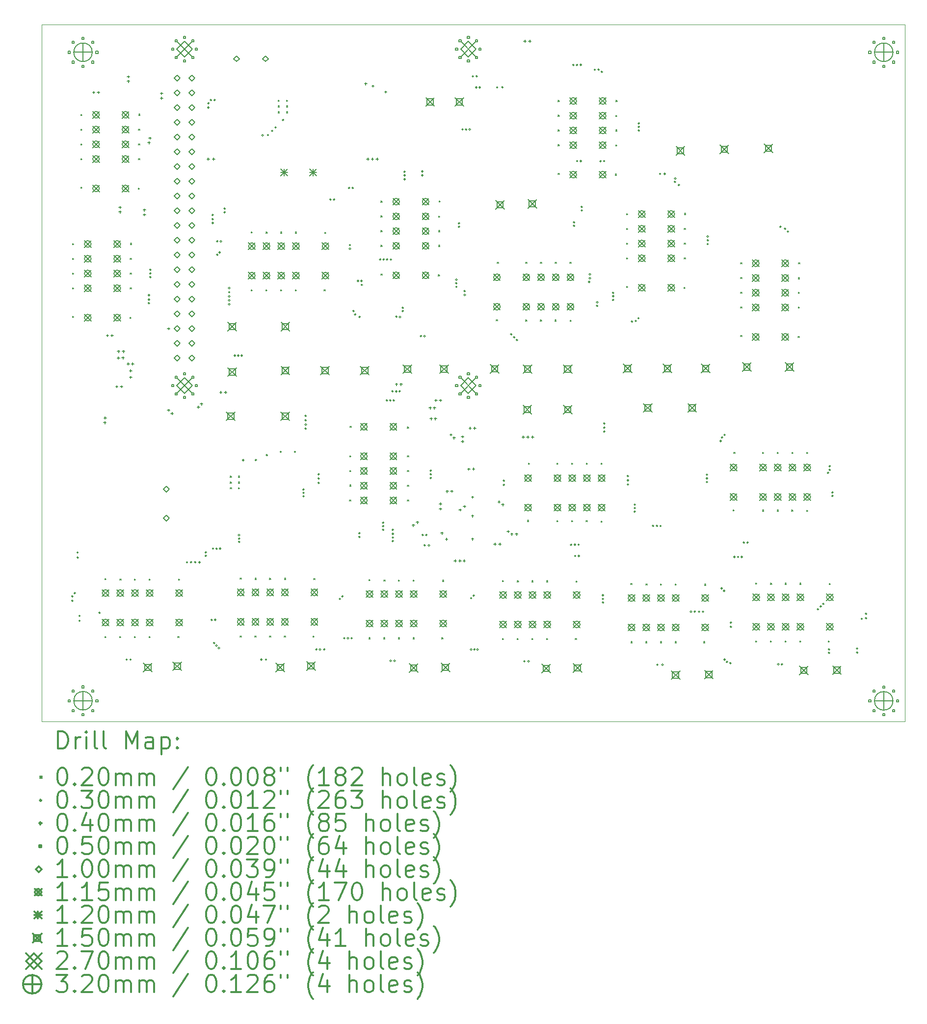
<source format=gbr>
%FSLAX45Y45*%
G04 Gerber Fmt 4.5, Leading zero omitted, Abs format (unit mm)*
G04 Created by KiCad (PCBNEW 5.1.6-c6e7f7d~86~ubuntu18.04.1) date 2020-05-20 11:00:11*
%MOMM*%
%LPD*%
G01*
G04 APERTURE LIST*
%TA.AperFunction,Profile*%
%ADD10C,0.050000*%
%TD*%
%ADD11C,0.200000*%
%ADD12C,0.300000*%
G04 APERTURE END LIST*
D10*
X3754000Y-2792000D02*
X3754000Y-14805000D01*
X18646000Y-2792000D02*
X3754000Y-2792000D01*
X18646000Y-14805000D02*
X18646000Y-2792000D01*
X3754000Y-14805000D02*
X18646000Y-14805000D01*
D11*
X7368500Y-6360436D02*
X7388500Y-6380436D01*
X7388500Y-6360436D02*
X7368500Y-6380436D01*
X7371000Y-7360436D02*
X7391000Y-7380436D01*
X7391000Y-7360436D02*
X7371000Y-7380436D01*
X7625000Y-7360436D02*
X7645000Y-7380436D01*
X7645000Y-7360436D02*
X7625000Y-7380436D01*
X7628500Y-6365436D02*
X7648500Y-6385436D01*
X7648500Y-6365436D02*
X7628500Y-6385436D01*
X7878500Y-6365436D02*
X7898500Y-6385436D01*
X7898500Y-6365436D02*
X7878500Y-6385436D01*
X7879000Y-7360436D02*
X7899000Y-7380436D01*
X7899000Y-7360436D02*
X7879000Y-7380436D01*
X8133000Y-7360436D02*
X8153000Y-7380436D01*
X8153000Y-7360436D02*
X8133000Y-7380436D01*
X8133500Y-6365436D02*
X8153500Y-6385436D01*
X8153500Y-6365436D02*
X8133500Y-6385436D01*
X8626000Y-7360436D02*
X8646000Y-7380436D01*
X8646000Y-7360436D02*
X8626000Y-7380436D01*
X8641000Y-6370436D02*
X8661000Y-6390436D01*
X8661000Y-6370436D02*
X8641000Y-6390436D01*
X4431000Y-4337000D02*
X4451000Y-4357000D01*
X4451000Y-4337000D02*
X4431000Y-4357000D01*
X4431000Y-4591000D02*
X4451000Y-4611000D01*
X4451000Y-4591000D02*
X4431000Y-4611000D01*
X4431000Y-4845000D02*
X4451000Y-4865000D01*
X4451000Y-4845000D02*
X4431000Y-4865000D01*
X4431000Y-5099000D02*
X4451000Y-5119000D01*
X4451000Y-5099000D02*
X4431000Y-5119000D01*
X4431000Y-5592000D02*
X4451000Y-5612000D01*
X4451000Y-5592000D02*
X4431000Y-5612000D01*
X5421000Y-5607000D02*
X5441000Y-5627000D01*
X5441000Y-5607000D02*
X5421000Y-5627000D01*
X5426000Y-4594500D02*
X5446000Y-4614500D01*
X5446000Y-4594500D02*
X5426000Y-4614500D01*
X5426000Y-4844500D02*
X5446000Y-4864500D01*
X5446000Y-4844500D02*
X5426000Y-4864500D01*
X5426000Y-5099500D02*
X5446000Y-5119500D01*
X5446000Y-5099500D02*
X5426000Y-5119500D01*
X5431000Y-4334500D02*
X5451000Y-4354500D01*
X5451000Y-4334500D02*
X5431000Y-4354500D01*
X9609200Y-5834200D02*
X9629200Y-5854200D01*
X9629200Y-5834200D02*
X9609200Y-5854200D01*
X9609200Y-6088200D02*
X9629200Y-6108200D01*
X9629200Y-6088200D02*
X9609200Y-6108200D01*
X9609200Y-6342200D02*
X9629200Y-6362200D01*
X9629200Y-6342200D02*
X9609200Y-6362200D01*
X9609200Y-6596200D02*
X9629200Y-6616200D01*
X9629200Y-6596200D02*
X9609200Y-6616200D01*
X9609200Y-7089200D02*
X9629200Y-7109200D01*
X9629200Y-7089200D02*
X9609200Y-7109200D01*
X10599200Y-7104200D02*
X10619200Y-7124200D01*
X10619200Y-7104200D02*
X10599200Y-7124200D01*
X10604200Y-6091700D02*
X10624200Y-6111700D01*
X10624200Y-6091700D02*
X10604200Y-6111700D01*
X10604200Y-6341700D02*
X10624200Y-6361700D01*
X10624200Y-6341700D02*
X10604200Y-6361700D01*
X10604200Y-6596700D02*
X10624200Y-6616700D01*
X10624200Y-6596700D02*
X10604200Y-6616700D01*
X10609200Y-5831700D02*
X10629200Y-5851700D01*
X10629200Y-5831700D02*
X10609200Y-5851700D01*
X9399500Y-12358800D02*
X9419500Y-12378800D01*
X9419500Y-12358800D02*
X9399500Y-12378800D01*
X9402000Y-13358800D02*
X9422000Y-13378800D01*
X9422000Y-13358800D02*
X9402000Y-13378800D01*
X9656000Y-13358800D02*
X9676000Y-13378800D01*
X9676000Y-13358800D02*
X9656000Y-13378800D01*
X9659500Y-12363800D02*
X9679500Y-12383800D01*
X9679500Y-12363800D02*
X9659500Y-12383800D01*
X9909500Y-12363800D02*
X9929500Y-12383800D01*
X9929500Y-12363800D02*
X9909500Y-12383800D01*
X9910000Y-13358800D02*
X9930000Y-13378800D01*
X9930000Y-13358800D02*
X9910000Y-13378800D01*
X10164000Y-13358800D02*
X10184000Y-13378800D01*
X10184000Y-13358800D02*
X10164000Y-13378800D01*
X10164500Y-12363800D02*
X10184500Y-12383800D01*
X10184500Y-12363800D02*
X10164500Y-12383800D01*
X10657000Y-13358800D02*
X10677000Y-13378800D01*
X10677000Y-13358800D02*
X10657000Y-13378800D01*
X10672000Y-12368800D02*
X10692000Y-12388800D01*
X10692000Y-12368800D02*
X10672000Y-12388800D01*
X4288000Y-6564000D02*
X4308000Y-6584000D01*
X4308000Y-6564000D02*
X4288000Y-6584000D01*
X4288000Y-6818000D02*
X4308000Y-6838000D01*
X4308000Y-6818000D02*
X4288000Y-6838000D01*
X4288000Y-7072000D02*
X4308000Y-7092000D01*
X4308000Y-7072000D02*
X4288000Y-7092000D01*
X4288000Y-7326000D02*
X4308000Y-7346000D01*
X4308000Y-7326000D02*
X4288000Y-7346000D01*
X4288000Y-7819000D02*
X4308000Y-7839000D01*
X4308000Y-7819000D02*
X4288000Y-7839000D01*
X5278000Y-7834000D02*
X5298000Y-7854000D01*
X5298000Y-7834000D02*
X5278000Y-7854000D01*
X5283000Y-6821500D02*
X5303000Y-6841500D01*
X5303000Y-6821500D02*
X5283000Y-6841500D01*
X5283000Y-7071500D02*
X5303000Y-7091500D01*
X5303000Y-7071500D02*
X5283000Y-7091500D01*
X5283000Y-7326500D02*
X5303000Y-7346500D01*
X5303000Y-7326500D02*
X5283000Y-7346500D01*
X5288000Y-6561500D02*
X5308000Y-6581500D01*
X5308000Y-6561500D02*
X5288000Y-6581500D01*
X13919100Y-12427200D02*
X13939100Y-12447200D01*
X13939100Y-12427200D02*
X13919100Y-12447200D01*
X13921600Y-13427200D02*
X13941600Y-13447200D01*
X13941600Y-13427200D02*
X13921600Y-13447200D01*
X14175600Y-13427200D02*
X14195600Y-13447200D01*
X14195600Y-13427200D02*
X14175600Y-13447200D01*
X14179100Y-12432200D02*
X14199100Y-12452200D01*
X14199100Y-12432200D02*
X14179100Y-12452200D01*
X14429100Y-12432200D02*
X14449100Y-12452200D01*
X14449100Y-12432200D02*
X14429100Y-12452200D01*
X14429600Y-13427200D02*
X14449600Y-13447200D01*
X14449600Y-13427200D02*
X14429600Y-13447200D01*
X14683600Y-13427200D02*
X14703600Y-13447200D01*
X14703600Y-13427200D02*
X14683600Y-13447200D01*
X14684100Y-12432200D02*
X14704100Y-12452200D01*
X14704100Y-12432200D02*
X14684100Y-12452200D01*
X15176600Y-13427200D02*
X15196600Y-13447200D01*
X15196600Y-13427200D02*
X15176600Y-13447200D01*
X15191600Y-12437200D02*
X15211600Y-12457200D01*
X15211600Y-12437200D02*
X15191600Y-12457200D01*
X4844500Y-12341200D02*
X4864500Y-12361200D01*
X4864500Y-12341200D02*
X4844500Y-12361200D01*
X4847000Y-13341200D02*
X4867000Y-13361200D01*
X4867000Y-13341200D02*
X4847000Y-13361200D01*
X5101000Y-13341200D02*
X5121000Y-13361200D01*
X5121000Y-13341200D02*
X5101000Y-13361200D01*
X5104500Y-12346200D02*
X5124500Y-12366200D01*
X5124500Y-12346200D02*
X5104500Y-12366200D01*
X5354500Y-12346200D02*
X5374500Y-12366200D01*
X5374500Y-12346200D02*
X5354500Y-12366200D01*
X5355000Y-13341200D02*
X5375000Y-13361200D01*
X5375000Y-13341200D02*
X5355000Y-13361200D01*
X5609000Y-13341200D02*
X5629000Y-13361200D01*
X5629000Y-13341200D02*
X5609000Y-13361200D01*
X5609500Y-12346200D02*
X5629500Y-12366200D01*
X5629500Y-12346200D02*
X5609500Y-12366200D01*
X6102000Y-13341200D02*
X6122000Y-13361200D01*
X6122000Y-13341200D02*
X6102000Y-13361200D01*
X6117000Y-12351200D02*
X6137000Y-12371200D01*
X6137000Y-12351200D02*
X6117000Y-12371200D01*
X12664000Y-4099000D02*
X12684000Y-4119000D01*
X12684000Y-4099000D02*
X12664000Y-4119000D01*
X12664000Y-4353000D02*
X12684000Y-4373000D01*
X12684000Y-4353000D02*
X12664000Y-4373000D01*
X12664000Y-4607000D02*
X12684000Y-4627000D01*
X12684000Y-4607000D02*
X12664000Y-4627000D01*
X12664000Y-4861000D02*
X12684000Y-4881000D01*
X12684000Y-4861000D02*
X12664000Y-4881000D01*
X12664000Y-5354000D02*
X12684000Y-5374000D01*
X12684000Y-5354000D02*
X12664000Y-5374000D01*
X13654000Y-5369000D02*
X13674000Y-5389000D01*
X13674000Y-5369000D02*
X13654000Y-5389000D01*
X13659000Y-4356500D02*
X13679000Y-4376500D01*
X13679000Y-4356500D02*
X13659000Y-4376500D01*
X13659000Y-4606500D02*
X13679000Y-4626500D01*
X13679000Y-4606500D02*
X13659000Y-4626500D01*
X13659000Y-4861500D02*
X13679000Y-4881500D01*
X13679000Y-4861500D02*
X13659000Y-4881500D01*
X13664000Y-4096500D02*
X13684000Y-4116500D01*
X13684000Y-4096500D02*
X13664000Y-4116500D01*
X11703500Y-12374400D02*
X11723500Y-12394400D01*
X11723500Y-12374400D02*
X11703500Y-12394400D01*
X11706000Y-13374400D02*
X11726000Y-13394400D01*
X11726000Y-13374400D02*
X11706000Y-13394400D01*
X11960000Y-13374400D02*
X11980000Y-13394400D01*
X11980000Y-13374400D02*
X11960000Y-13394400D01*
X11963500Y-12379400D02*
X11983500Y-12399400D01*
X11983500Y-12379400D02*
X11963500Y-12399400D01*
X12213500Y-12379400D02*
X12233500Y-12399400D01*
X12233500Y-12379400D02*
X12213500Y-12399400D01*
X12214000Y-13374400D02*
X12234000Y-13394400D01*
X12234000Y-13374400D02*
X12214000Y-13394400D01*
X12468000Y-13374400D02*
X12488000Y-13394400D01*
X12488000Y-13374400D02*
X12468000Y-13394400D01*
X12468500Y-12379400D02*
X12488500Y-12399400D01*
X12488500Y-12379400D02*
X12468500Y-12399400D01*
X12961000Y-13374400D02*
X12981000Y-13394400D01*
X12981000Y-13374400D02*
X12961000Y-13394400D01*
X12976000Y-12384400D02*
X12996000Y-12404400D01*
X12996000Y-12384400D02*
X12976000Y-12404400D01*
X7837000Y-4091000D02*
X7857000Y-4111000D01*
X7857000Y-4091000D02*
X7837000Y-4111000D01*
X7837000Y-4191000D02*
X7857000Y-4211000D01*
X7857000Y-4191000D02*
X7837000Y-4211000D01*
X7837000Y-4291000D02*
X7857000Y-4311000D01*
X7857000Y-4291000D02*
X7837000Y-4311000D01*
X7977000Y-4091000D02*
X7997000Y-4111000D01*
X7997000Y-4091000D02*
X7977000Y-4111000D01*
X7977000Y-4191000D02*
X7997000Y-4211000D01*
X7997000Y-4191000D02*
X7977000Y-4211000D01*
X7977000Y-4291000D02*
X7997000Y-4311000D01*
X7997000Y-4291000D02*
X7977000Y-4311000D01*
X13847400Y-6047200D02*
X13867400Y-6067200D01*
X13867400Y-6047200D02*
X13847400Y-6067200D01*
X13847400Y-6301200D02*
X13867400Y-6321200D01*
X13867400Y-6301200D02*
X13847400Y-6321200D01*
X13847400Y-6555200D02*
X13867400Y-6575200D01*
X13867400Y-6555200D02*
X13847400Y-6575200D01*
X13847400Y-6809200D02*
X13867400Y-6829200D01*
X13867400Y-6809200D02*
X13847400Y-6829200D01*
X13847400Y-7302200D02*
X13867400Y-7322200D01*
X13867400Y-7302200D02*
X13847400Y-7322200D01*
X14837400Y-7317200D02*
X14857400Y-7337200D01*
X14857400Y-7317200D02*
X14837400Y-7337200D01*
X14842400Y-6304700D02*
X14862400Y-6324700D01*
X14862400Y-6304700D02*
X14842400Y-6324700D01*
X14842400Y-6554700D02*
X14862400Y-6574700D01*
X14862400Y-6554700D02*
X14842400Y-6574700D01*
X14842400Y-6809700D02*
X14862400Y-6829700D01*
X14862400Y-6809700D02*
X14842400Y-6829700D01*
X14847400Y-6044700D02*
X14867400Y-6064700D01*
X14867400Y-6044700D02*
X14847400Y-6064700D01*
X9065236Y-10986900D02*
X9085236Y-11006900D01*
X9085236Y-10986900D02*
X9065236Y-11006900D01*
X9070236Y-10221900D02*
X9090236Y-10241900D01*
X9090236Y-10221900D02*
X9070236Y-10241900D01*
X9070236Y-10476900D02*
X9090236Y-10496900D01*
X9090236Y-10476900D02*
X9070236Y-10496900D01*
X9070236Y-10726900D02*
X9090236Y-10746900D01*
X9090236Y-10726900D02*
X9070236Y-10746900D01*
X9075236Y-9714400D02*
X9095236Y-9734400D01*
X9095236Y-9714400D02*
X9075236Y-9734400D01*
X10065236Y-9729400D02*
X10085236Y-9749400D01*
X10085236Y-9729400D02*
X10065236Y-9749400D01*
X10065236Y-10222400D02*
X10085236Y-10242400D01*
X10085236Y-10222400D02*
X10065236Y-10242400D01*
X10065236Y-10476400D02*
X10085236Y-10496400D01*
X10085236Y-10476400D02*
X10065236Y-10496400D01*
X10065236Y-10730400D02*
X10085236Y-10750400D01*
X10085236Y-10730400D02*
X10065236Y-10750400D01*
X10065236Y-10984400D02*
X10085236Y-11004400D01*
X10085236Y-10984400D02*
X10065236Y-11004400D01*
X15814000Y-6896000D02*
X15834000Y-6916000D01*
X15834000Y-6896000D02*
X15814000Y-6916000D01*
X15814000Y-7150000D02*
X15834000Y-7170000D01*
X15834000Y-7150000D02*
X15814000Y-7170000D01*
X15814000Y-7404000D02*
X15834000Y-7424000D01*
X15834000Y-7404000D02*
X15814000Y-7424000D01*
X15814000Y-7658000D02*
X15834000Y-7678000D01*
X15834000Y-7658000D02*
X15814000Y-7678000D01*
X15814000Y-8151000D02*
X15834000Y-8171000D01*
X15834000Y-8151000D02*
X15814000Y-8171000D01*
X16804000Y-8166000D02*
X16824000Y-8186000D01*
X16824000Y-8166000D02*
X16804000Y-8186000D01*
X16809000Y-7153500D02*
X16829000Y-7173500D01*
X16829000Y-7153500D02*
X16809000Y-7173500D01*
X16809000Y-7403500D02*
X16829000Y-7423500D01*
X16829000Y-7403500D02*
X16809000Y-7423500D01*
X16809000Y-7658500D02*
X16829000Y-7678500D01*
X16829000Y-7658500D02*
X16809000Y-7678500D01*
X16814000Y-6893500D02*
X16834000Y-6913500D01*
X16834000Y-6893500D02*
X16814000Y-6913500D01*
X15682400Y-11154200D02*
X15702400Y-11174200D01*
X15702400Y-11154200D02*
X15682400Y-11174200D01*
X15697400Y-10164200D02*
X15717400Y-10184200D01*
X15717400Y-10164200D02*
X15697400Y-10184200D01*
X16189900Y-11159200D02*
X16209900Y-11179200D01*
X16209900Y-11159200D02*
X16189900Y-11179200D01*
X16190400Y-10164200D02*
X16210400Y-10184200D01*
X16210400Y-10164200D02*
X16190400Y-10184200D01*
X16444400Y-10164200D02*
X16464400Y-10184200D01*
X16464400Y-10164200D02*
X16444400Y-10184200D01*
X16444900Y-11159200D02*
X16464900Y-11179200D01*
X16464900Y-11159200D02*
X16444900Y-11179200D01*
X16694900Y-11159200D02*
X16714900Y-11179200D01*
X16714900Y-11159200D02*
X16694900Y-11179200D01*
X16698400Y-10164200D02*
X16718400Y-10184200D01*
X16718400Y-10164200D02*
X16698400Y-10184200D01*
X16952400Y-10164200D02*
X16972400Y-10184200D01*
X16972400Y-10164200D02*
X16952400Y-10184200D01*
X16954900Y-11164200D02*
X16974900Y-11184200D01*
X16974900Y-11164200D02*
X16954900Y-11184200D01*
X7010600Y-10576200D02*
X7030600Y-10596200D01*
X7030600Y-10576200D02*
X7010600Y-10596200D01*
X7010600Y-10676200D02*
X7030600Y-10696200D01*
X7030600Y-10676200D02*
X7010600Y-10696200D01*
X7010600Y-10776200D02*
X7030600Y-10796200D01*
X7030600Y-10776200D02*
X7010600Y-10796200D01*
X7150600Y-10576200D02*
X7170600Y-10596200D01*
X7170600Y-10576200D02*
X7150600Y-10596200D01*
X7150600Y-10676200D02*
X7170600Y-10696200D01*
X7170600Y-10676200D02*
X7150600Y-10696200D01*
X7150600Y-10776200D02*
X7170600Y-10796200D01*
X7170600Y-10776200D02*
X7150600Y-10796200D01*
X12135800Y-11337800D02*
X12155800Y-11357800D01*
X12155800Y-11337800D02*
X12135800Y-11357800D01*
X12150800Y-10347800D02*
X12170800Y-10367800D01*
X12170800Y-10347800D02*
X12150800Y-10367800D01*
X12643300Y-11342800D02*
X12663300Y-11362800D01*
X12663300Y-11342800D02*
X12643300Y-11362800D01*
X12643800Y-10347800D02*
X12663800Y-10367800D01*
X12663800Y-10347800D02*
X12643800Y-10367800D01*
X12897800Y-10347800D02*
X12917800Y-10367800D01*
X12917800Y-10347800D02*
X12897800Y-10367800D01*
X12898300Y-11342800D02*
X12918300Y-11362800D01*
X12918300Y-11342800D02*
X12898300Y-11362800D01*
X13148300Y-11342800D02*
X13168300Y-11362800D01*
X13168300Y-11342800D02*
X13148300Y-11362800D01*
X13151800Y-10347800D02*
X13171800Y-10367800D01*
X13171800Y-10347800D02*
X13151800Y-10367800D01*
X13405800Y-10347800D02*
X13425800Y-10367800D01*
X13425800Y-10347800D02*
X13405800Y-10367800D01*
X13408300Y-11347800D02*
X13428300Y-11367800D01*
X13428300Y-11347800D02*
X13408300Y-11367800D01*
X16070500Y-12415000D02*
X16090500Y-12435000D01*
X16090500Y-12415000D02*
X16070500Y-12435000D01*
X16073000Y-13415000D02*
X16093000Y-13435000D01*
X16093000Y-13415000D02*
X16073000Y-13435000D01*
X16327000Y-13415000D02*
X16347000Y-13435000D01*
X16347000Y-13415000D02*
X16327000Y-13435000D01*
X16330500Y-12420000D02*
X16350500Y-12440000D01*
X16350500Y-12420000D02*
X16330500Y-12440000D01*
X16580500Y-12420000D02*
X16600500Y-12440000D01*
X16600500Y-12420000D02*
X16580500Y-12440000D01*
X16581000Y-13415000D02*
X16601000Y-13435000D01*
X16601000Y-13415000D02*
X16581000Y-13435000D01*
X16835000Y-13415000D02*
X16855000Y-13435000D01*
X16855000Y-13415000D02*
X16835000Y-13435000D01*
X16835500Y-12420000D02*
X16855500Y-12440000D01*
X16855500Y-12420000D02*
X16835500Y-12440000D01*
X17328000Y-13415000D02*
X17348000Y-13435000D01*
X17348000Y-13415000D02*
X17328000Y-13435000D01*
X17343000Y-12425000D02*
X17363000Y-12445000D01*
X17363000Y-12425000D02*
X17343000Y-12445000D01*
X11599000Y-7876000D02*
X11619000Y-7896000D01*
X11619000Y-7876000D02*
X11599000Y-7896000D01*
X11614000Y-6886000D02*
X11634000Y-6906000D01*
X11634000Y-6886000D02*
X11614000Y-6906000D01*
X12106500Y-7881000D02*
X12126500Y-7901000D01*
X12126500Y-7881000D02*
X12106500Y-7901000D01*
X12107000Y-6886000D02*
X12127000Y-6906000D01*
X12127000Y-6886000D02*
X12107000Y-6906000D01*
X12361000Y-6886000D02*
X12381000Y-6906000D01*
X12381000Y-6886000D02*
X12361000Y-6906000D01*
X12361500Y-7881000D02*
X12381500Y-7901000D01*
X12381500Y-7881000D02*
X12361500Y-7901000D01*
X12611500Y-7881000D02*
X12631500Y-7901000D01*
X12631500Y-7881000D02*
X12611500Y-7901000D01*
X12615000Y-6886000D02*
X12635000Y-6906000D01*
X12635000Y-6886000D02*
X12615000Y-6906000D01*
X12869000Y-6886000D02*
X12889000Y-6906000D01*
X12889000Y-6886000D02*
X12869000Y-6906000D01*
X12871500Y-7886000D02*
X12891500Y-7906000D01*
X12891500Y-7886000D02*
X12871500Y-7906000D01*
X7177500Y-12330000D02*
X7197500Y-12350000D01*
X7197500Y-12330000D02*
X7177500Y-12350000D01*
X7180000Y-13330000D02*
X7200000Y-13350000D01*
X7200000Y-13330000D02*
X7180000Y-13350000D01*
X7434000Y-13330000D02*
X7454000Y-13350000D01*
X7454000Y-13330000D02*
X7434000Y-13350000D01*
X7437500Y-12335000D02*
X7457500Y-12355000D01*
X7457500Y-12335000D02*
X7437500Y-12355000D01*
X7687500Y-12335000D02*
X7707500Y-12355000D01*
X7707500Y-12335000D02*
X7687500Y-12355000D01*
X7688000Y-13330000D02*
X7708000Y-13350000D01*
X7708000Y-13330000D02*
X7688000Y-13350000D01*
X7942000Y-13330000D02*
X7962000Y-13350000D01*
X7962000Y-13330000D02*
X7942000Y-13350000D01*
X7942500Y-12335000D02*
X7962500Y-12355000D01*
X7962500Y-12335000D02*
X7942500Y-12355000D01*
X8435000Y-13330000D02*
X8455000Y-13350000D01*
X8455000Y-13330000D02*
X8435000Y-13350000D01*
X8450000Y-12340000D02*
X8470000Y-12360000D01*
X8470000Y-12340000D02*
X8450000Y-12360000D01*
X4297000Y-12648000D02*
G75*
G03*
X4297000Y-12648000I-15000J0D01*
G01*
X4297000Y-12723000D02*
G75*
G03*
X4297000Y-12723000I-15000J0D01*
G01*
X4338500Y-12593500D02*
G75*
G03*
X4338500Y-12593500I-15000J0D01*
G01*
X4389000Y-11892000D02*
G75*
G03*
X4389000Y-11892000I-15000J0D01*
G01*
X4389000Y-11980000D02*
G75*
G03*
X4389000Y-11980000I-15000J0D01*
G01*
X4422000Y-12986000D02*
G75*
G03*
X4422000Y-12986000I-15000J0D01*
G01*
X4422000Y-13071000D02*
G75*
G03*
X4422000Y-13071000I-15000J0D01*
G01*
X4769000Y-12932000D02*
G75*
G03*
X4769000Y-12932000I-15000J0D01*
G01*
X5235400Y-13739600D02*
G75*
G03*
X5235400Y-13739600I-15000J0D01*
G01*
X5303400Y-13739600D02*
G75*
G03*
X5303400Y-13739600I-15000J0D01*
G01*
X5620000Y-7455000D02*
G75*
G03*
X5620000Y-7455000I-15000J0D01*
G01*
X5620000Y-7531000D02*
G75*
G03*
X5620000Y-7531000I-15000J0D01*
G01*
X5620000Y-7594000D02*
G75*
G03*
X5620000Y-7594000I-15000J0D01*
G01*
X5643000Y-7017000D02*
G75*
G03*
X5643000Y-7017000I-15000J0D01*
G01*
X5643000Y-7082000D02*
G75*
G03*
X5643000Y-7082000I-15000J0D01*
G01*
X5643000Y-7145000D02*
G75*
G03*
X5643000Y-7145000I-15000J0D01*
G01*
X6277000Y-12061000D02*
G75*
G03*
X6277000Y-12061000I-15000J0D01*
G01*
X6346000Y-12061000D02*
G75*
G03*
X6346000Y-12061000I-15000J0D01*
G01*
X6418000Y-12061000D02*
G75*
G03*
X6418000Y-12061000I-15000J0D01*
G01*
X6492000Y-12061000D02*
G75*
G03*
X6492000Y-12061000I-15000J0D01*
G01*
X6599000Y-11891000D02*
G75*
G03*
X6599000Y-11891000I-15000J0D01*
G01*
X6599000Y-11950000D02*
G75*
G03*
X6599000Y-11950000I-15000J0D01*
G01*
X6646000Y-4148000D02*
G75*
G03*
X6646000Y-4148000I-15000J0D01*
G01*
X6646000Y-4221000D02*
G75*
G03*
X6646000Y-4221000I-15000J0D01*
G01*
X6691000Y-4093000D02*
G75*
G03*
X6691000Y-4093000I-15000J0D01*
G01*
X6701000Y-13055000D02*
G75*
G03*
X6701000Y-13055000I-15000J0D01*
G01*
X6720000Y-6074000D02*
G75*
G03*
X6720000Y-6074000I-15000J0D01*
G01*
X6720000Y-6147000D02*
G75*
G03*
X6720000Y-6147000I-15000J0D01*
G01*
X6720000Y-6211000D02*
G75*
G03*
X6720000Y-6211000I-15000J0D01*
G01*
X6726000Y-11826000D02*
G75*
G03*
X6726000Y-11826000I-15000J0D01*
G01*
X6744000Y-13452000D02*
G75*
G03*
X6744000Y-13452000I-15000J0D01*
G01*
X6753000Y-4093000D02*
G75*
G03*
X6753000Y-4093000I-15000J0D01*
G01*
X6762000Y-13053000D02*
G75*
G03*
X6762000Y-13053000I-15000J0D01*
G01*
X6784500Y-13496500D02*
G75*
G03*
X6784500Y-13496500I-15000J0D01*
G01*
X6786000Y-11826000D02*
G75*
G03*
X6786000Y-11826000I-15000J0D01*
G01*
X6798000Y-6528000D02*
G75*
G03*
X6798000Y-6528000I-15000J0D01*
G01*
X6799000Y-6761000D02*
G75*
G03*
X6799000Y-6761000I-15000J0D01*
G01*
X6827500Y-13539500D02*
G75*
G03*
X6827500Y-13539500I-15000J0D01*
G01*
X6840500Y-6719500D02*
G75*
G03*
X6840500Y-6719500I-15000J0D01*
G01*
X6848000Y-11826000D02*
G75*
G03*
X6848000Y-11826000I-15000J0D01*
G01*
X6860000Y-6528000D02*
G75*
G03*
X6860000Y-6528000I-15000J0D01*
G01*
X6927000Y-6026000D02*
G75*
G03*
X6927000Y-6026000I-15000J0D01*
G01*
X6928000Y-5964000D02*
G75*
G03*
X6928000Y-5964000I-15000J0D01*
G01*
X7005000Y-7334000D02*
G75*
G03*
X7005000Y-7334000I-15000J0D01*
G01*
X7005000Y-7404000D02*
G75*
G03*
X7005000Y-7404000I-15000J0D01*
G01*
X7005000Y-7476000D02*
G75*
G03*
X7005000Y-7476000I-15000J0D01*
G01*
X7005000Y-7546000D02*
G75*
G03*
X7005000Y-7546000I-15000J0D01*
G01*
X7005000Y-7613000D02*
G75*
G03*
X7005000Y-7613000I-15000J0D01*
G01*
X7101000Y-8498000D02*
G75*
G03*
X7101000Y-8498000I-15000J0D01*
G01*
X7162000Y-8498000D02*
G75*
G03*
X7162000Y-8498000I-15000J0D01*
G01*
X7175000Y-11593000D02*
G75*
G03*
X7175000Y-11593000I-15000J0D01*
G01*
X7175000Y-11709000D02*
G75*
G03*
X7175000Y-11709000I-15000J0D01*
G01*
X7175600Y-11652400D02*
G75*
G03*
X7175600Y-11652400I-15000J0D01*
G01*
X7220000Y-8498000D02*
G75*
G03*
X7220000Y-8498000I-15000J0D01*
G01*
X7245300Y-10299700D02*
G75*
G03*
X7245300Y-10299700I-15000J0D01*
G01*
X7464300Y-10299700D02*
G75*
G03*
X7464300Y-10299700I-15000J0D01*
G01*
X7559000Y-13739000D02*
G75*
G03*
X7559000Y-13739000I-15000J0D01*
G01*
X7579250Y-4700750D02*
G75*
G03*
X7579250Y-4700750I-15000J0D01*
G01*
X7639000Y-13739000D02*
G75*
G03*
X7639000Y-13739000I-15000J0D01*
G01*
X7654650Y-10213650D02*
G75*
G03*
X7654650Y-10213650I-15000J0D01*
G01*
X7672000Y-4696000D02*
G75*
G03*
X7672000Y-4696000I-15000J0D01*
G01*
X7744500Y-4623500D02*
G75*
G03*
X7744500Y-4623500I-15000J0D01*
G01*
X7803500Y-4564500D02*
G75*
G03*
X7803500Y-4564500I-15000J0D01*
G01*
X7892550Y-10156450D02*
G75*
G03*
X7892550Y-10156450I-15000J0D01*
G01*
X7932000Y-4436000D02*
G75*
G03*
X7932000Y-4436000I-15000J0D01*
G01*
X8139550Y-10156450D02*
G75*
G03*
X8139550Y-10156450I-15000J0D01*
G01*
X8287000Y-10807000D02*
G75*
G03*
X8287000Y-10807000I-15000J0D01*
G01*
X8287000Y-10863000D02*
G75*
G03*
X8287000Y-10863000I-15000J0D01*
G01*
X8287000Y-10924000D02*
G75*
G03*
X8287000Y-10924000I-15000J0D01*
G01*
X8322000Y-9537000D02*
G75*
G03*
X8322000Y-9537000I-15000J0D01*
G01*
X8322000Y-9613000D02*
G75*
G03*
X8322000Y-9613000I-15000J0D01*
G01*
X8324000Y-9688000D02*
G75*
G03*
X8324000Y-9688000I-15000J0D01*
G01*
X8324000Y-9758000D02*
G75*
G03*
X8324000Y-9758000I-15000J0D01*
G01*
X8509000Y-13564000D02*
G75*
G03*
X8509000Y-13564000I-15000J0D01*
G01*
X8547000Y-10615000D02*
G75*
G03*
X8547000Y-10615000I-15000J0D01*
G01*
X8547600Y-10693400D02*
G75*
G03*
X8547600Y-10693400I-15000J0D01*
G01*
X8548000Y-10545000D02*
G75*
G03*
X8548000Y-10545000I-15000J0D01*
G01*
X8570000Y-13564000D02*
G75*
G03*
X8570000Y-13564000I-15000J0D01*
G01*
X8644000Y-13564000D02*
G75*
G03*
X8644000Y-13564000I-15000J0D01*
G01*
X8751000Y-5807000D02*
G75*
G03*
X8751000Y-5807000I-15000J0D01*
G01*
X8815000Y-5807000D02*
G75*
G03*
X8815000Y-5807000I-15000J0D01*
G01*
X8913000Y-12693000D02*
G75*
G03*
X8913000Y-12693000I-15000J0D01*
G01*
X8958500Y-12647500D02*
G75*
G03*
X8958500Y-12647500I-15000J0D01*
G01*
X8990000Y-13370000D02*
G75*
G03*
X8990000Y-13370000I-15000J0D01*
G01*
X9053000Y-13370000D02*
G75*
G03*
X9053000Y-13370000I-15000J0D01*
G01*
X9071500Y-5608500D02*
G75*
G03*
X9071500Y-5608500I-15000J0D01*
G01*
X9087000Y-6593000D02*
G75*
G03*
X9087000Y-6593000I-15000J0D01*
G01*
X9087000Y-6658000D02*
G75*
G03*
X9087000Y-6658000I-15000J0D01*
G01*
X9116000Y-13370000D02*
G75*
G03*
X9116000Y-13370000I-15000J0D01*
G01*
X9136500Y-5608500D02*
G75*
G03*
X9136500Y-5608500I-15000J0D01*
G01*
X9148000Y-7728000D02*
G75*
G03*
X9148000Y-7728000I-15000J0D01*
G01*
X9178000Y-7790000D02*
G75*
G03*
X9178000Y-7790000I-15000J0D01*
G01*
X9227000Y-7211000D02*
G75*
G03*
X9227000Y-7211000I-15000J0D01*
G01*
X9249800Y-11559200D02*
G75*
G03*
X9249800Y-11559200I-15000J0D01*
G01*
X9249800Y-11623200D02*
G75*
G03*
X9249800Y-11623200I-15000J0D01*
G01*
X9255000Y-7832000D02*
G75*
G03*
X9255000Y-7832000I-15000J0D01*
G01*
X9286000Y-7212000D02*
G75*
G03*
X9286000Y-7212000I-15000J0D01*
G01*
X9292000Y-7279000D02*
G75*
G03*
X9292000Y-7279000I-15000J0D01*
G01*
X9609000Y-6841000D02*
G75*
G03*
X9609000Y-6841000I-15000J0D01*
G01*
X9660300Y-11377700D02*
G75*
G03*
X9660300Y-11377700I-15000J0D01*
G01*
X9660300Y-11437700D02*
G75*
G03*
X9660300Y-11437700I-15000J0D01*
G01*
X9660300Y-11502300D02*
G75*
G03*
X9660300Y-11502300I-15000J0D01*
G01*
X9669000Y-6841000D02*
G75*
G03*
X9669000Y-6841000I-15000J0D01*
G01*
X9725600Y-9270400D02*
G75*
G03*
X9725600Y-9270400I-15000J0D01*
G01*
X9730000Y-6841000D02*
G75*
G03*
X9730000Y-6841000I-15000J0D01*
G01*
X9784600Y-9270400D02*
G75*
G03*
X9784600Y-9270400I-15000J0D01*
G01*
X9791000Y-13759000D02*
G75*
G03*
X9791000Y-13759000I-15000J0D01*
G01*
X9794000Y-6841000D02*
G75*
G03*
X9794000Y-6841000I-15000J0D01*
G01*
X9822000Y-9115000D02*
G75*
G03*
X9822000Y-9115000I-15000J0D01*
G01*
X9827000Y-11502000D02*
G75*
G03*
X9827000Y-11502000I-15000J0D01*
G01*
X9827000Y-11571000D02*
G75*
G03*
X9827000Y-11571000I-15000J0D01*
G01*
X9827000Y-11635000D02*
G75*
G03*
X9827000Y-11635000I-15000J0D01*
G01*
X9827000Y-11696000D02*
G75*
G03*
X9827000Y-11696000I-15000J0D01*
G01*
X9843600Y-9270400D02*
G75*
G03*
X9843600Y-9270400I-15000J0D01*
G01*
X9858000Y-13759000D02*
G75*
G03*
X9858000Y-13759000I-15000J0D01*
G01*
X9886000Y-9115000D02*
G75*
G03*
X9886000Y-9115000I-15000J0D01*
G01*
X9889500Y-7827500D02*
G75*
G03*
X9889500Y-7827500I-15000J0D01*
G01*
X9945000Y-9115000D02*
G75*
G03*
X9945000Y-9115000I-15000J0D01*
G01*
X9951000Y-7834000D02*
G75*
G03*
X9951000Y-7834000I-15000J0D01*
G01*
X9999400Y-7673600D02*
G75*
G03*
X9999400Y-7673600I-15000J0D01*
G01*
X9999400Y-7730600D02*
G75*
G03*
X9999400Y-7730600I-15000J0D01*
G01*
X10030500Y-5329500D02*
G75*
G03*
X10030500Y-5329500I-15000J0D01*
G01*
X10030500Y-5391500D02*
G75*
G03*
X10030500Y-5391500I-15000J0D01*
G01*
X10030500Y-5459500D02*
G75*
G03*
X10030500Y-5459500I-15000J0D01*
G01*
X10311600Y-8161400D02*
G75*
G03*
X10311600Y-8161400I-15000J0D01*
G01*
X10336000Y-5323000D02*
G75*
G03*
X10336000Y-5323000I-15000J0D01*
G01*
X10336000Y-5390000D02*
G75*
G03*
X10336000Y-5390000I-15000J0D01*
G01*
X10344000Y-11590000D02*
G75*
G03*
X10344000Y-11590000I-15000J0D01*
G01*
X10374600Y-8161400D02*
G75*
G03*
X10374600Y-8161400I-15000J0D01*
G01*
X10377000Y-11769000D02*
G75*
G03*
X10377000Y-11769000I-15000J0D01*
G01*
X10407000Y-11590000D02*
G75*
G03*
X10407000Y-11590000I-15000J0D01*
G01*
X10450000Y-11769000D02*
G75*
G03*
X10450000Y-11769000I-15000J0D01*
G01*
X10482800Y-10482200D02*
G75*
G03*
X10482800Y-10482200I-15000J0D01*
G01*
X10482800Y-10545200D02*
G75*
G03*
X10482800Y-10545200I-15000J0D01*
G01*
X10482800Y-10609200D02*
G75*
G03*
X10482800Y-10609200I-15000J0D01*
G01*
X10924000Y-7188000D02*
G75*
G03*
X10924000Y-7188000I-15000J0D01*
G01*
X10924000Y-7251000D02*
G75*
G03*
X10924000Y-7251000I-15000J0D01*
G01*
X10924000Y-7312000D02*
G75*
G03*
X10924000Y-7312000I-15000J0D01*
G01*
X10969000Y-6217000D02*
G75*
G03*
X10969000Y-6217000I-15000J0D01*
G01*
X10969000Y-6276000D02*
G75*
G03*
X10969000Y-6276000I-15000J0D01*
G01*
X11030000Y-4600000D02*
G75*
G03*
X11030000Y-4600000I-15000J0D01*
G01*
X11066000Y-7387000D02*
G75*
G03*
X11066000Y-7387000I-15000J0D01*
G01*
X11067000Y-7452000D02*
G75*
G03*
X11067000Y-7452000I-15000J0D01*
G01*
X11092000Y-4600000D02*
G75*
G03*
X11092000Y-4600000I-15000J0D01*
G01*
X11153000Y-4600000D02*
G75*
G03*
X11153000Y-4600000I-15000J0D01*
G01*
X11177000Y-13565000D02*
G75*
G03*
X11177000Y-13565000I-15000J0D01*
G01*
X11177700Y-12679700D02*
G75*
G03*
X11177700Y-12679700I-15000J0D01*
G01*
X11208000Y-3683000D02*
G75*
G03*
X11208000Y-3683000I-15000J0D01*
G01*
X11223200Y-12634200D02*
G75*
G03*
X11223200Y-12634200I-15000J0D01*
G01*
X11235000Y-13564000D02*
G75*
G03*
X11235000Y-13564000I-15000J0D01*
G01*
X11268000Y-3874000D02*
G75*
G03*
X11268000Y-3874000I-15000J0D01*
G01*
X11274000Y-3683000D02*
G75*
G03*
X11274000Y-3683000I-15000J0D01*
G01*
X11290000Y-13564000D02*
G75*
G03*
X11290000Y-13564000I-15000J0D01*
G01*
X11327000Y-3874000D02*
G75*
G03*
X11327000Y-3874000I-15000J0D01*
G01*
X11628000Y-3874000D02*
G75*
G03*
X11628000Y-3874000I-15000J0D01*
G01*
X11718000Y-3874000D02*
G75*
G03*
X11718000Y-3874000I-15000J0D01*
G01*
X11744000Y-10655000D02*
G75*
G03*
X11744000Y-10655000I-15000J0D01*
G01*
X11745000Y-10727000D02*
G75*
G03*
X11745000Y-10727000I-15000J0D01*
G01*
X11870500Y-8132500D02*
G75*
G03*
X11870500Y-8132500I-15000J0D01*
G01*
X11920000Y-8182000D02*
G75*
G03*
X11920000Y-8182000I-15000J0D01*
G01*
X11968000Y-8230000D02*
G75*
G03*
X11968000Y-8230000I-15000J0D01*
G01*
X12095600Y-13768400D02*
G75*
G03*
X12095600Y-13768400I-15000J0D01*
G01*
X12168600Y-13768400D02*
G75*
G03*
X12168600Y-13768400I-15000J0D01*
G01*
X12905200Y-11758800D02*
G75*
G03*
X12905200Y-11758800I-15000J0D01*
G01*
X12942000Y-3487000D02*
G75*
G03*
X12942000Y-3487000I-15000J0D01*
G01*
X12955000Y-6200000D02*
G75*
G03*
X12955000Y-6200000I-15000J0D01*
G01*
X12955000Y-6262000D02*
G75*
G03*
X12955000Y-6262000I-15000J0D01*
G01*
X12970200Y-11758800D02*
G75*
G03*
X12970200Y-11758800I-15000J0D01*
G01*
X12974000Y-11952000D02*
G75*
G03*
X12974000Y-11952000I-15000J0D01*
G01*
X13006000Y-3487000D02*
G75*
G03*
X13006000Y-3487000I-15000J0D01*
G01*
X13009000Y-5145000D02*
G75*
G03*
X13009000Y-5145000I-15000J0D01*
G01*
X13033200Y-11758800D02*
G75*
G03*
X13033200Y-11758800I-15000J0D01*
G01*
X13036000Y-11952000D02*
G75*
G03*
X13036000Y-11952000I-15000J0D01*
G01*
X13071000Y-3487000D02*
G75*
G03*
X13071000Y-3487000I-15000J0D01*
G01*
X13073000Y-5145000D02*
G75*
G03*
X13073000Y-5145000I-15000J0D01*
G01*
X13087000Y-5935000D02*
G75*
G03*
X13087000Y-5935000I-15000J0D01*
G01*
X13087000Y-5996000D02*
G75*
G03*
X13087000Y-5996000I-15000J0D01*
G01*
X13215500Y-7227500D02*
G75*
G03*
X13215500Y-7227500I-15000J0D01*
G01*
X13227000Y-7098000D02*
G75*
G03*
X13227000Y-7098000I-15000J0D01*
G01*
X13227000Y-7164000D02*
G75*
G03*
X13227000Y-7164000I-15000J0D01*
G01*
X13312000Y-3569000D02*
G75*
G03*
X13312000Y-3569000I-15000J0D01*
G01*
X13354200Y-7579800D02*
G75*
G03*
X13354200Y-7579800I-15000J0D01*
G01*
X13354200Y-7640800D02*
G75*
G03*
X13354200Y-7640800I-15000J0D01*
G01*
X13379000Y-3569000D02*
G75*
G03*
X13379000Y-3569000I-15000J0D01*
G01*
X13412000Y-5145000D02*
G75*
G03*
X13412000Y-5145000I-15000J0D01*
G01*
X13433000Y-3608000D02*
G75*
G03*
X13433000Y-3608000I-15000J0D01*
G01*
X13452000Y-12692000D02*
G75*
G03*
X13452000Y-12692000I-15000J0D01*
G01*
X13453000Y-12630000D02*
G75*
G03*
X13453000Y-12630000I-15000J0D01*
G01*
X13453000Y-12754000D02*
G75*
G03*
X13453000Y-12754000I-15000J0D01*
G01*
X13473000Y-5145000D02*
G75*
G03*
X13473000Y-5145000I-15000J0D01*
G01*
X13475800Y-9667200D02*
G75*
G03*
X13475800Y-9667200I-15000J0D01*
G01*
X13475800Y-9741200D02*
G75*
G03*
X13475800Y-9741200I-15000J0D01*
G01*
X13475800Y-9808200D02*
G75*
G03*
X13475800Y-9808200I-15000J0D01*
G01*
X13629500Y-7416500D02*
G75*
G03*
X13629500Y-7416500I-15000J0D01*
G01*
X13629500Y-7473500D02*
G75*
G03*
X13629500Y-7473500I-15000J0D01*
G01*
X13629500Y-7538500D02*
G75*
G03*
X13629500Y-7538500I-15000J0D01*
G01*
X13883000Y-10574000D02*
G75*
G03*
X13883000Y-10574000I-15000J0D01*
G01*
X13883000Y-10649000D02*
G75*
G03*
X13883000Y-10649000I-15000J0D01*
G01*
X13883000Y-10720000D02*
G75*
G03*
X13883000Y-10720000I-15000J0D01*
G01*
X13954000Y-7910000D02*
G75*
G03*
X13954000Y-7910000I-15000J0D01*
G01*
X14002000Y-11067000D02*
G75*
G03*
X14002000Y-11067000I-15000J0D01*
G01*
X14002000Y-11128000D02*
G75*
G03*
X14002000Y-11128000I-15000J0D01*
G01*
X14002000Y-11188000D02*
G75*
G03*
X14002000Y-11188000I-15000J0D01*
G01*
X14019000Y-7900000D02*
G75*
G03*
X14019000Y-7900000I-15000J0D01*
G01*
X14066000Y-7853000D02*
G75*
G03*
X14066000Y-7853000I-15000J0D01*
G01*
X14071000Y-4495000D02*
G75*
G03*
X14071000Y-4495000I-15000J0D01*
G01*
X14071000Y-4555000D02*
G75*
G03*
X14071000Y-4555000I-15000J0D01*
G01*
X14071000Y-4617000D02*
G75*
G03*
X14071000Y-4617000I-15000J0D01*
G01*
X14317200Y-11434800D02*
G75*
G03*
X14317200Y-11434800I-15000J0D01*
G01*
X14385200Y-11434800D02*
G75*
G03*
X14385200Y-11434800I-15000J0D01*
G01*
X14392800Y-13828200D02*
G75*
G03*
X14392800Y-13828200I-15000J0D01*
G01*
X14438500Y-5363500D02*
G75*
G03*
X14438500Y-5363500I-15000J0D01*
G01*
X14447200Y-11434800D02*
G75*
G03*
X14447200Y-11434800I-15000J0D01*
G01*
X14481800Y-13828200D02*
G75*
G03*
X14481800Y-13828200I-15000J0D01*
G01*
X14519500Y-5363500D02*
G75*
G03*
X14519500Y-5363500I-15000J0D01*
G01*
X14695800Y-5503200D02*
G75*
G03*
X14695800Y-5503200I-15000J0D01*
G01*
X14701000Y-5446000D02*
G75*
G03*
X14701000Y-5446000I-15000J0D01*
G01*
X14761500Y-5557500D02*
G75*
G03*
X14761500Y-5557500I-15000J0D01*
G01*
X14972000Y-12912000D02*
G75*
G03*
X14972000Y-12912000I-15000J0D01*
G01*
X15037000Y-12912000D02*
G75*
G03*
X15037000Y-12912000I-15000J0D01*
G01*
X15111000Y-12912000D02*
G75*
G03*
X15111000Y-12912000I-15000J0D01*
G01*
X15180000Y-12912000D02*
G75*
G03*
X15180000Y-12912000I-15000J0D01*
G01*
X15246800Y-10550200D02*
G75*
G03*
X15246800Y-10550200I-15000J0D01*
G01*
X15246800Y-10614200D02*
G75*
G03*
X15246800Y-10614200I-15000J0D01*
G01*
X15246800Y-10676200D02*
G75*
G03*
X15246800Y-10676200I-15000J0D01*
G01*
X15260400Y-6444600D02*
G75*
G03*
X15260400Y-6444600I-15000J0D01*
G01*
X15260400Y-6510600D02*
G75*
G03*
X15260400Y-6510600I-15000J0D01*
G01*
X15260400Y-6575600D02*
G75*
G03*
X15260400Y-6575600I-15000J0D01*
G01*
X15484000Y-9970000D02*
G75*
G03*
X15484000Y-9970000I-15000J0D01*
G01*
X15500000Y-12511000D02*
G75*
G03*
X15500000Y-12511000I-15000J0D01*
G01*
X15507500Y-9908500D02*
G75*
G03*
X15507500Y-9908500I-15000J0D01*
G01*
X15542500Y-12553500D02*
G75*
G03*
X15542500Y-12553500I-15000J0D01*
G01*
X15552000Y-9864000D02*
G75*
G03*
X15552000Y-9864000I-15000J0D01*
G01*
X15552500Y-13738500D02*
G75*
G03*
X15552500Y-13738500I-15000J0D01*
G01*
X15593000Y-13779000D02*
G75*
G03*
X15593000Y-13779000I-15000J0D01*
G01*
X15650500Y-13800500D02*
G75*
G03*
X15650500Y-13800500I-15000J0D01*
G01*
X15658600Y-13102600D02*
G75*
G03*
X15658600Y-13102600I-15000J0D01*
G01*
X15658600Y-13173400D02*
G75*
G03*
X15658600Y-13173400I-15000J0D01*
G01*
X15722000Y-11969000D02*
G75*
G03*
X15722000Y-11969000I-15000J0D01*
G01*
X15786000Y-11969000D02*
G75*
G03*
X15786000Y-11969000I-15000J0D01*
G01*
X15846000Y-11969000D02*
G75*
G03*
X15846000Y-11969000I-15000J0D01*
G01*
X15883000Y-11722000D02*
G75*
G03*
X15883000Y-11722000I-15000J0D01*
G01*
X15947000Y-11722000D02*
G75*
G03*
X15947000Y-11722000I-15000J0D01*
G01*
X16479000Y-13821000D02*
G75*
G03*
X16479000Y-13821000I-15000J0D01*
G01*
X16516000Y-6277000D02*
G75*
G03*
X16516000Y-6277000I-15000J0D01*
G01*
X16540000Y-13821000D02*
G75*
G03*
X16540000Y-13821000I-15000J0D01*
G01*
X16596000Y-6312000D02*
G75*
G03*
X16596000Y-6312000I-15000J0D01*
G01*
X16643500Y-6359500D02*
G75*
G03*
X16643500Y-6359500I-15000J0D01*
G01*
X17161500Y-12871500D02*
G75*
G03*
X17161500Y-12871500I-15000J0D01*
G01*
X17209500Y-12823500D02*
G75*
G03*
X17209500Y-12823500I-15000J0D01*
G01*
X17254500Y-12778500D02*
G75*
G03*
X17254500Y-12778500I-15000J0D01*
G01*
X17334500Y-10519500D02*
G75*
G03*
X17334500Y-10519500I-15000J0D01*
G01*
X17353000Y-13562000D02*
G75*
G03*
X17353000Y-13562000I-15000J0D01*
G01*
X17353000Y-13624000D02*
G75*
G03*
X17353000Y-13624000I-15000J0D01*
G01*
X17366000Y-10406000D02*
G75*
G03*
X17366000Y-10406000I-15000J0D01*
G01*
X17366000Y-10469000D02*
G75*
G03*
X17366000Y-10469000I-15000J0D01*
G01*
X17412000Y-10857000D02*
G75*
G03*
X17412000Y-10857000I-15000J0D01*
G01*
X17412000Y-10918000D02*
G75*
G03*
X17412000Y-10918000I-15000J0D01*
G01*
X17838000Y-13549000D02*
G75*
G03*
X17838000Y-13549000I-15000J0D01*
G01*
X17838000Y-13618000D02*
G75*
G03*
X17838000Y-13618000I-15000J0D01*
G01*
X17918000Y-13035000D02*
G75*
G03*
X17918000Y-13035000I-15000J0D01*
G01*
X17991000Y-12949000D02*
G75*
G03*
X17991000Y-12949000I-15000J0D01*
G01*
X17991000Y-13025000D02*
G75*
G03*
X17991000Y-13025000I-15000J0D01*
G01*
X4652000Y-3940000D02*
X4652000Y-3980000D01*
X4632000Y-3960000D02*
X4672000Y-3960000D01*
X4735000Y-3940000D02*
X4735000Y-3980000D01*
X4715000Y-3960000D02*
X4755000Y-3960000D01*
X4846000Y-9633000D02*
X4846000Y-9673000D01*
X4826000Y-9653000D02*
X4866000Y-9653000D01*
X4849000Y-9551000D02*
X4849000Y-9591000D01*
X4829000Y-9571000D02*
X4869000Y-9571000D01*
X4891000Y-8130000D02*
X4891000Y-8170000D01*
X4871000Y-8150000D02*
X4911000Y-8150000D01*
X4968000Y-8130000D02*
X4968000Y-8170000D01*
X4948000Y-8150000D02*
X4988000Y-8150000D01*
X5050500Y-9011500D02*
X5050500Y-9051500D01*
X5030500Y-9031500D02*
X5070500Y-9031500D01*
X5078000Y-8516000D02*
X5078000Y-8556000D01*
X5058000Y-8536000D02*
X5098000Y-8536000D01*
X5083000Y-8405000D02*
X5083000Y-8445000D01*
X5063000Y-8425000D02*
X5103000Y-8425000D01*
X5106000Y-5921000D02*
X5106000Y-5961000D01*
X5086000Y-5941000D02*
X5126000Y-5941000D01*
X5106000Y-6001000D02*
X5106000Y-6041000D01*
X5086000Y-6021000D02*
X5126000Y-6021000D01*
X5131500Y-9011500D02*
X5131500Y-9051500D01*
X5111500Y-9031500D02*
X5151500Y-9031500D01*
X5159000Y-8515000D02*
X5159000Y-8555000D01*
X5139000Y-8535000D02*
X5179000Y-8535000D01*
X5166000Y-8405000D02*
X5166000Y-8445000D01*
X5146000Y-8425000D02*
X5186000Y-8425000D01*
X5248000Y-8618000D02*
X5248000Y-8658000D01*
X5228000Y-8638000D02*
X5268000Y-8638000D01*
X5252000Y-3669000D02*
X5252000Y-3709000D01*
X5232000Y-3689000D02*
X5272000Y-3689000D01*
X5252000Y-3748000D02*
X5252000Y-3788000D01*
X5232000Y-3768000D02*
X5272000Y-3768000D01*
X5290000Y-8738000D02*
X5290000Y-8778000D01*
X5270000Y-8758000D02*
X5310000Y-8758000D01*
X5290000Y-8850000D02*
X5290000Y-8890000D01*
X5270000Y-8870000D02*
X5310000Y-8870000D01*
X5325000Y-8618000D02*
X5325000Y-8658000D01*
X5305000Y-8638000D02*
X5345000Y-8638000D01*
X5527000Y-5967000D02*
X5527000Y-6007000D01*
X5507000Y-5987000D02*
X5547000Y-5987000D01*
X5527000Y-6048000D02*
X5527000Y-6088000D01*
X5507000Y-6068000D02*
X5547000Y-6068000D01*
X5608000Y-4807000D02*
X5608000Y-4847000D01*
X5588000Y-4827000D02*
X5628000Y-4827000D01*
X5623500Y-4727500D02*
X5623500Y-4767500D01*
X5603500Y-4747500D02*
X5643500Y-4747500D01*
X5825000Y-3957000D02*
X5825000Y-3997000D01*
X5805000Y-3977000D02*
X5845000Y-3977000D01*
X5825000Y-4038000D02*
X5825000Y-4078000D01*
X5805000Y-4058000D02*
X5845000Y-4058000D01*
X5944000Y-8011000D02*
X5944000Y-8051000D01*
X5924000Y-8031000D02*
X5964000Y-8031000D01*
X5947000Y-9418000D02*
X5947000Y-9458000D01*
X5927000Y-9438000D02*
X5967000Y-9438000D01*
X6003500Y-9474500D02*
X6003500Y-9514500D01*
X5983500Y-9494500D02*
X6023500Y-9494500D01*
X6457500Y-9363500D02*
X6457500Y-9403500D01*
X6437500Y-9383500D02*
X6477500Y-9383500D01*
X6512000Y-9309000D02*
X6512000Y-9349000D01*
X6492000Y-9329000D02*
X6532000Y-9329000D01*
X6628000Y-5089000D02*
X6628000Y-5129000D01*
X6608000Y-5109000D02*
X6648000Y-5109000D01*
X6722000Y-5089000D02*
X6722000Y-5129000D01*
X6702000Y-5109000D02*
X6742000Y-5109000D01*
X6845000Y-9111000D02*
X6845000Y-9151000D01*
X6825000Y-9131000D02*
X6865000Y-9131000D01*
X6927000Y-9111000D02*
X6927000Y-9151000D01*
X6907000Y-9131000D02*
X6947000Y-9131000D01*
X9347500Y-3789500D02*
X9347500Y-3829500D01*
X9327500Y-3809500D02*
X9367500Y-3809500D01*
X9383000Y-5089000D02*
X9383000Y-5129000D01*
X9363000Y-5109000D02*
X9403000Y-5109000D01*
X9463000Y-5089000D02*
X9463000Y-5129000D01*
X9443000Y-5109000D02*
X9483000Y-5109000D01*
X9470375Y-3829625D02*
X9470375Y-3869625D01*
X9450375Y-3849625D02*
X9490375Y-3849625D01*
X9543000Y-5089000D02*
X9543000Y-5129000D01*
X9523000Y-5109000D02*
X9563000Y-5109000D01*
X9689750Y-3931250D02*
X9689750Y-3971250D01*
X9669750Y-3951250D02*
X9709750Y-3951250D01*
X9876000Y-8970000D02*
X9876000Y-9010000D01*
X9856000Y-8990000D02*
X9896000Y-8990000D01*
X9955000Y-8970000D02*
X9955000Y-9010000D01*
X9935000Y-8990000D02*
X9975000Y-8990000D01*
X10168500Y-11402500D02*
X10168500Y-11442500D01*
X10148500Y-11422500D02*
X10188500Y-11422500D01*
X10238000Y-11352000D02*
X10238000Y-11392000D01*
X10218000Y-11372000D02*
X10258000Y-11372000D01*
X10458000Y-9377000D02*
X10458000Y-9417000D01*
X10438000Y-9397000D02*
X10478000Y-9397000D01*
X10475500Y-9563500D02*
X10475500Y-9603500D01*
X10455500Y-9583500D02*
X10495500Y-9583500D01*
X10531000Y-9377000D02*
X10531000Y-9417000D01*
X10511000Y-9397000D02*
X10551000Y-9397000D01*
X10548500Y-9563500D02*
X10548500Y-9603500D01*
X10528500Y-9583500D02*
X10568500Y-9583500D01*
X10557000Y-9248000D02*
X10557000Y-9288000D01*
X10537000Y-9268000D02*
X10577000Y-9268000D01*
X10636000Y-11033000D02*
X10636000Y-11073000D01*
X10616000Y-11053000D02*
X10656000Y-11053000D01*
X10636000Y-11119000D02*
X10636000Y-11159000D01*
X10616000Y-11139000D02*
X10656000Y-11139000D01*
X10637000Y-9248000D02*
X10637000Y-9288000D01*
X10617000Y-9268000D02*
X10657000Y-9268000D01*
X10660250Y-11536250D02*
X10660250Y-11576250D01*
X10640250Y-11556250D02*
X10680250Y-11556250D01*
X10740500Y-11642500D02*
X10740500Y-11682500D01*
X10720500Y-11662500D02*
X10760500Y-11662500D01*
X10751000Y-10816000D02*
X10751000Y-10856000D01*
X10731000Y-10836000D02*
X10771000Y-10836000D01*
X10816000Y-9840000D02*
X10816000Y-9880000D01*
X10796000Y-9860000D02*
X10836000Y-9860000D01*
X10831000Y-10815000D02*
X10831000Y-10855000D01*
X10811000Y-10835000D02*
X10851000Y-10835000D01*
X10871000Y-9895000D02*
X10871000Y-9935000D01*
X10851000Y-9915000D02*
X10891000Y-9915000D01*
X10891000Y-12014000D02*
X10891000Y-12054000D01*
X10871000Y-12034000D02*
X10911000Y-12034000D01*
X10971000Y-12014000D02*
X10971000Y-12054000D01*
X10951000Y-12034000D02*
X10991000Y-12034000D01*
X10975000Y-11136000D02*
X10975000Y-11176000D01*
X10955000Y-11156000D02*
X10995000Y-11156000D01*
X11017500Y-9874500D02*
X11017500Y-9914500D01*
X10997500Y-9894500D02*
X11037500Y-9894500D01*
X11017500Y-9957500D02*
X11017500Y-9997500D01*
X10997500Y-9977500D02*
X11037500Y-9977500D01*
X11046000Y-12014000D02*
X11046000Y-12054000D01*
X11026000Y-12034000D02*
X11066000Y-12034000D01*
X11051000Y-11078000D02*
X11051000Y-11118000D01*
X11031000Y-11098000D02*
X11071000Y-11098000D01*
X11123000Y-10434000D02*
X11123000Y-10474000D01*
X11103000Y-10454000D02*
X11143000Y-10454000D01*
X11146000Y-9728000D02*
X11146000Y-9768000D01*
X11126000Y-9748000D02*
X11166000Y-9748000D01*
X11188000Y-11240000D02*
X11188000Y-11280000D01*
X11168000Y-11260000D02*
X11208000Y-11260000D01*
X11188000Y-11639000D02*
X11188000Y-11679000D01*
X11168000Y-11659000D02*
X11208000Y-11659000D01*
X11190000Y-10917000D02*
X11190000Y-10957000D01*
X11170000Y-10937000D02*
X11210000Y-10937000D01*
X11205000Y-10431000D02*
X11205000Y-10471000D01*
X11185000Y-10451000D02*
X11225000Y-10451000D01*
X11227000Y-9728000D02*
X11227000Y-9768000D01*
X11207000Y-9748000D02*
X11247000Y-9748000D01*
X11575000Y-11725000D02*
X11575000Y-11765000D01*
X11555000Y-11745000D02*
X11595000Y-11745000D01*
X11646000Y-10998000D02*
X11646000Y-11038000D01*
X11626000Y-11018000D02*
X11666000Y-11018000D01*
X11661000Y-11725000D02*
X11661000Y-11765000D01*
X11641000Y-11745000D02*
X11681000Y-11745000D01*
X11712000Y-11047000D02*
X11712000Y-11087000D01*
X11692000Y-11067000D02*
X11732000Y-11067000D01*
X11803000Y-11509500D02*
X11803000Y-11549500D01*
X11783000Y-11529500D02*
X11823000Y-11529500D01*
X11867000Y-11555000D02*
X11867000Y-11595000D01*
X11847000Y-11575000D02*
X11887000Y-11575000D01*
X11947000Y-11554000D02*
X11947000Y-11594000D01*
X11927000Y-11574000D02*
X11967000Y-11574000D01*
X12063000Y-9882000D02*
X12063000Y-9922000D01*
X12043000Y-9902000D02*
X12083000Y-9902000D01*
X12093000Y-3055000D02*
X12093000Y-3095000D01*
X12073000Y-3075000D02*
X12113000Y-3075000D01*
X12144000Y-9882000D02*
X12144000Y-9922000D01*
X12124000Y-9902000D02*
X12164000Y-9902000D01*
X12176000Y-3055000D02*
X12176000Y-3095000D01*
X12156000Y-3075000D02*
X12196000Y-3075000D01*
X12225000Y-9882000D02*
X12225000Y-9922000D01*
X12205000Y-9902000D02*
X12245000Y-9902000D01*
X6032178Y-3229678D02*
X6032178Y-3194322D01*
X5996822Y-3194322D01*
X5996822Y-3229678D01*
X6032178Y-3229678D01*
X6091489Y-3086489D02*
X6091489Y-3051133D01*
X6056133Y-3051133D01*
X6056133Y-3086489D01*
X6091489Y-3086489D01*
X6091489Y-3372867D02*
X6091489Y-3337511D01*
X6056133Y-3337511D01*
X6056133Y-3372867D01*
X6091489Y-3372867D01*
X6234678Y-3027178D02*
X6234678Y-2991822D01*
X6199322Y-2991822D01*
X6199322Y-3027178D01*
X6234678Y-3027178D01*
X6234678Y-3432178D02*
X6234678Y-3396822D01*
X6199322Y-3396822D01*
X6199322Y-3432178D01*
X6234678Y-3432178D01*
X6377867Y-3086489D02*
X6377867Y-3051133D01*
X6342511Y-3051133D01*
X6342511Y-3086489D01*
X6377867Y-3086489D01*
X6377867Y-3372867D02*
X6377867Y-3337511D01*
X6342511Y-3337511D01*
X6342511Y-3372867D01*
X6377867Y-3372867D01*
X6437178Y-3229678D02*
X6437178Y-3194322D01*
X6401822Y-3194322D01*
X6401822Y-3229678D01*
X6437178Y-3229678D01*
X4245678Y-3286678D02*
X4245678Y-3251322D01*
X4210322Y-3251322D01*
X4210322Y-3286678D01*
X4245678Y-3286678D01*
X4315972Y-3116972D02*
X4315972Y-3081617D01*
X4280617Y-3081617D01*
X4280617Y-3116972D01*
X4315972Y-3116972D01*
X4315972Y-3456383D02*
X4315972Y-3421028D01*
X4280617Y-3421028D01*
X4280617Y-3456383D01*
X4315972Y-3456383D01*
X4485678Y-3046678D02*
X4485678Y-3011322D01*
X4450322Y-3011322D01*
X4450322Y-3046678D01*
X4485678Y-3046678D01*
X4485678Y-3526678D02*
X4485678Y-3491322D01*
X4450322Y-3491322D01*
X4450322Y-3526678D01*
X4485678Y-3526678D01*
X4655383Y-3116972D02*
X4655383Y-3081617D01*
X4620028Y-3081617D01*
X4620028Y-3116972D01*
X4655383Y-3116972D01*
X4655383Y-3456383D02*
X4655383Y-3421028D01*
X4620028Y-3421028D01*
X4620028Y-3456383D01*
X4655383Y-3456383D01*
X4725678Y-3286678D02*
X4725678Y-3251322D01*
X4690322Y-3251322D01*
X4690322Y-3286678D01*
X4725678Y-3286678D01*
X6032178Y-9029678D02*
X6032178Y-8994322D01*
X5996822Y-8994322D01*
X5996822Y-9029678D01*
X6032178Y-9029678D01*
X6091489Y-8886489D02*
X6091489Y-8851133D01*
X6056133Y-8851133D01*
X6056133Y-8886489D01*
X6091489Y-8886489D01*
X6091489Y-9172867D02*
X6091489Y-9137511D01*
X6056133Y-9137511D01*
X6056133Y-9172867D01*
X6091489Y-9172867D01*
X6234678Y-8827178D02*
X6234678Y-8791822D01*
X6199322Y-8791822D01*
X6199322Y-8827178D01*
X6234678Y-8827178D01*
X6234678Y-9232178D02*
X6234678Y-9196822D01*
X6199322Y-9196822D01*
X6199322Y-9232178D01*
X6234678Y-9232178D01*
X6377867Y-8886489D02*
X6377867Y-8851133D01*
X6342511Y-8851133D01*
X6342511Y-8886489D01*
X6377867Y-8886489D01*
X6377867Y-9172867D02*
X6377867Y-9137511D01*
X6342511Y-9137511D01*
X6342511Y-9172867D01*
X6377867Y-9172867D01*
X6437178Y-9029678D02*
X6437178Y-8994322D01*
X6401822Y-8994322D01*
X6401822Y-9029678D01*
X6437178Y-9029678D01*
X4245678Y-14465678D02*
X4245678Y-14430322D01*
X4210322Y-14430322D01*
X4210322Y-14465678D01*
X4245678Y-14465678D01*
X4315972Y-14295972D02*
X4315972Y-14260617D01*
X4280617Y-14260617D01*
X4280617Y-14295972D01*
X4315972Y-14295972D01*
X4315972Y-14635383D02*
X4315972Y-14600028D01*
X4280617Y-14600028D01*
X4280617Y-14635383D01*
X4315972Y-14635383D01*
X4485678Y-14225678D02*
X4485678Y-14190322D01*
X4450322Y-14190322D01*
X4450322Y-14225678D01*
X4485678Y-14225678D01*
X4485678Y-14705678D02*
X4485678Y-14670322D01*
X4450322Y-14670322D01*
X4450322Y-14705678D01*
X4485678Y-14705678D01*
X4655383Y-14295972D02*
X4655383Y-14260617D01*
X4620028Y-14260617D01*
X4620028Y-14295972D01*
X4655383Y-14295972D01*
X4655383Y-14635383D02*
X4655383Y-14600028D01*
X4620028Y-14600028D01*
X4620028Y-14635383D01*
X4655383Y-14635383D01*
X4725678Y-14465678D02*
X4725678Y-14430322D01*
X4690322Y-14430322D01*
X4690322Y-14465678D01*
X4725678Y-14465678D01*
X10932178Y-3229678D02*
X10932178Y-3194322D01*
X10896822Y-3194322D01*
X10896822Y-3229678D01*
X10932178Y-3229678D01*
X10991489Y-3086489D02*
X10991489Y-3051133D01*
X10956133Y-3051133D01*
X10956133Y-3086489D01*
X10991489Y-3086489D01*
X10991489Y-3372867D02*
X10991489Y-3337511D01*
X10956133Y-3337511D01*
X10956133Y-3372867D01*
X10991489Y-3372867D01*
X11134678Y-3027178D02*
X11134678Y-2991822D01*
X11099322Y-2991822D01*
X11099322Y-3027178D01*
X11134678Y-3027178D01*
X11134678Y-3432178D02*
X11134678Y-3396822D01*
X11099322Y-3396822D01*
X11099322Y-3432178D01*
X11134678Y-3432178D01*
X11277867Y-3086489D02*
X11277867Y-3051133D01*
X11242511Y-3051133D01*
X11242511Y-3086489D01*
X11277867Y-3086489D01*
X11277867Y-3372867D02*
X11277867Y-3337511D01*
X11242511Y-3337511D01*
X11242511Y-3372867D01*
X11277867Y-3372867D01*
X11337178Y-3229678D02*
X11337178Y-3194322D01*
X11301822Y-3194322D01*
X11301822Y-3229678D01*
X11337178Y-3229678D01*
X18060678Y-3286678D02*
X18060678Y-3251322D01*
X18025322Y-3251322D01*
X18025322Y-3286678D01*
X18060678Y-3286678D01*
X18130972Y-3116972D02*
X18130972Y-3081617D01*
X18095617Y-3081617D01*
X18095617Y-3116972D01*
X18130972Y-3116972D01*
X18130972Y-3456383D02*
X18130972Y-3421028D01*
X18095617Y-3421028D01*
X18095617Y-3456383D01*
X18130972Y-3456383D01*
X18300678Y-3046678D02*
X18300678Y-3011322D01*
X18265322Y-3011322D01*
X18265322Y-3046678D01*
X18300678Y-3046678D01*
X18300678Y-3526678D02*
X18300678Y-3491322D01*
X18265322Y-3491322D01*
X18265322Y-3526678D01*
X18300678Y-3526678D01*
X18470383Y-3116972D02*
X18470383Y-3081617D01*
X18435028Y-3081617D01*
X18435028Y-3116972D01*
X18470383Y-3116972D01*
X18470383Y-3456383D02*
X18470383Y-3421028D01*
X18435028Y-3421028D01*
X18435028Y-3456383D01*
X18470383Y-3456383D01*
X18540678Y-3286678D02*
X18540678Y-3251322D01*
X18505322Y-3251322D01*
X18505322Y-3286678D01*
X18540678Y-3286678D01*
X18060678Y-14467678D02*
X18060678Y-14432322D01*
X18025322Y-14432322D01*
X18025322Y-14467678D01*
X18060678Y-14467678D01*
X18130972Y-14297972D02*
X18130972Y-14262617D01*
X18095617Y-14262617D01*
X18095617Y-14297972D01*
X18130972Y-14297972D01*
X18130972Y-14637383D02*
X18130972Y-14602028D01*
X18095617Y-14602028D01*
X18095617Y-14637383D01*
X18130972Y-14637383D01*
X18300678Y-14227678D02*
X18300678Y-14192322D01*
X18265322Y-14192322D01*
X18265322Y-14227678D01*
X18300678Y-14227678D01*
X18300678Y-14707678D02*
X18300678Y-14672322D01*
X18265322Y-14672322D01*
X18265322Y-14707678D01*
X18300678Y-14707678D01*
X18470383Y-14297972D02*
X18470383Y-14262617D01*
X18435028Y-14262617D01*
X18435028Y-14297972D01*
X18470383Y-14297972D01*
X18470383Y-14637383D02*
X18470383Y-14602028D01*
X18435028Y-14602028D01*
X18435028Y-14637383D01*
X18470383Y-14637383D01*
X18540678Y-14467678D02*
X18540678Y-14432322D01*
X18505322Y-14432322D01*
X18505322Y-14467678D01*
X18540678Y-14467678D01*
X10932178Y-9029678D02*
X10932178Y-8994322D01*
X10896822Y-8994322D01*
X10896822Y-9029678D01*
X10932178Y-9029678D01*
X10991489Y-8886489D02*
X10991489Y-8851133D01*
X10956133Y-8851133D01*
X10956133Y-8886489D01*
X10991489Y-8886489D01*
X10991489Y-9172867D02*
X10991489Y-9137511D01*
X10956133Y-9137511D01*
X10956133Y-9172867D01*
X10991489Y-9172867D01*
X11134678Y-8827178D02*
X11134678Y-8791822D01*
X11099322Y-8791822D01*
X11099322Y-8827178D01*
X11134678Y-8827178D01*
X11134678Y-9232178D02*
X11134678Y-9196822D01*
X11099322Y-9196822D01*
X11099322Y-9232178D01*
X11134678Y-9232178D01*
X11277867Y-8886489D02*
X11277867Y-8851133D01*
X11242511Y-8851133D01*
X11242511Y-8886489D01*
X11277867Y-8886489D01*
X11277867Y-9172867D02*
X11277867Y-9137511D01*
X11242511Y-9137511D01*
X11242511Y-9172867D01*
X11277867Y-9172867D01*
X11337178Y-9029678D02*
X11337178Y-8994322D01*
X11301822Y-8994322D01*
X11301822Y-9029678D01*
X11337178Y-9029678D01*
X7119000Y-3430000D02*
X7169000Y-3380000D01*
X7119000Y-3330000D01*
X7069000Y-3380000D01*
X7119000Y-3430000D01*
X7619000Y-3430000D02*
X7669000Y-3380000D01*
X7619000Y-3330000D01*
X7569000Y-3380000D01*
X7619000Y-3430000D01*
X6090000Y-3763000D02*
X6140000Y-3713000D01*
X6090000Y-3663000D01*
X6040000Y-3713000D01*
X6090000Y-3763000D01*
X6090000Y-4017000D02*
X6140000Y-3967000D01*
X6090000Y-3917000D01*
X6040000Y-3967000D01*
X6090000Y-4017000D01*
X6090000Y-4271000D02*
X6140000Y-4221000D01*
X6090000Y-4171000D01*
X6040000Y-4221000D01*
X6090000Y-4271000D01*
X6090000Y-4525000D02*
X6140000Y-4475000D01*
X6090000Y-4425000D01*
X6040000Y-4475000D01*
X6090000Y-4525000D01*
X6090000Y-4779000D02*
X6140000Y-4729000D01*
X6090000Y-4679000D01*
X6040000Y-4729000D01*
X6090000Y-4779000D01*
X6090000Y-5033000D02*
X6140000Y-4983000D01*
X6090000Y-4933000D01*
X6040000Y-4983000D01*
X6090000Y-5033000D01*
X6090000Y-5287000D02*
X6140000Y-5237000D01*
X6090000Y-5187000D01*
X6040000Y-5237000D01*
X6090000Y-5287000D01*
X6090000Y-5541000D02*
X6140000Y-5491000D01*
X6090000Y-5441000D01*
X6040000Y-5491000D01*
X6090000Y-5541000D01*
X6090000Y-5795000D02*
X6140000Y-5745000D01*
X6090000Y-5695000D01*
X6040000Y-5745000D01*
X6090000Y-5795000D01*
X6090000Y-6049000D02*
X6140000Y-5999000D01*
X6090000Y-5949000D01*
X6040000Y-5999000D01*
X6090000Y-6049000D01*
X6090000Y-6303000D02*
X6140000Y-6253000D01*
X6090000Y-6203000D01*
X6040000Y-6253000D01*
X6090000Y-6303000D01*
X6090000Y-6557000D02*
X6140000Y-6507000D01*
X6090000Y-6457000D01*
X6040000Y-6507000D01*
X6090000Y-6557000D01*
X6090000Y-6811000D02*
X6140000Y-6761000D01*
X6090000Y-6711000D01*
X6040000Y-6761000D01*
X6090000Y-6811000D01*
X6090000Y-7065000D02*
X6140000Y-7015000D01*
X6090000Y-6965000D01*
X6040000Y-7015000D01*
X6090000Y-7065000D01*
X6090000Y-7319000D02*
X6140000Y-7269000D01*
X6090000Y-7219000D01*
X6040000Y-7269000D01*
X6090000Y-7319000D01*
X6090000Y-7573000D02*
X6140000Y-7523000D01*
X6090000Y-7473000D01*
X6040000Y-7523000D01*
X6090000Y-7573000D01*
X6090000Y-7827000D02*
X6140000Y-7777000D01*
X6090000Y-7727000D01*
X6040000Y-7777000D01*
X6090000Y-7827000D01*
X6090000Y-8081000D02*
X6140000Y-8031000D01*
X6090000Y-7981000D01*
X6040000Y-8031000D01*
X6090000Y-8081000D01*
X6090000Y-8335000D02*
X6140000Y-8285000D01*
X6090000Y-8235000D01*
X6040000Y-8285000D01*
X6090000Y-8335000D01*
X6090000Y-8589000D02*
X6140000Y-8539000D01*
X6090000Y-8489000D01*
X6040000Y-8539000D01*
X6090000Y-8589000D01*
X6344000Y-3763000D02*
X6394000Y-3713000D01*
X6344000Y-3663000D01*
X6294000Y-3713000D01*
X6344000Y-3763000D01*
X6344000Y-4017000D02*
X6394000Y-3967000D01*
X6344000Y-3917000D01*
X6294000Y-3967000D01*
X6344000Y-4017000D01*
X6344000Y-4271000D02*
X6394000Y-4221000D01*
X6344000Y-4171000D01*
X6294000Y-4221000D01*
X6344000Y-4271000D01*
X6344000Y-4525000D02*
X6394000Y-4475000D01*
X6344000Y-4425000D01*
X6294000Y-4475000D01*
X6344000Y-4525000D01*
X6344000Y-4779000D02*
X6394000Y-4729000D01*
X6344000Y-4679000D01*
X6294000Y-4729000D01*
X6344000Y-4779000D01*
X6344000Y-5033000D02*
X6394000Y-4983000D01*
X6344000Y-4933000D01*
X6294000Y-4983000D01*
X6344000Y-5033000D01*
X6344000Y-5287000D02*
X6394000Y-5237000D01*
X6344000Y-5187000D01*
X6294000Y-5237000D01*
X6344000Y-5287000D01*
X6344000Y-5541000D02*
X6394000Y-5491000D01*
X6344000Y-5441000D01*
X6294000Y-5491000D01*
X6344000Y-5541000D01*
X6344000Y-5795000D02*
X6394000Y-5745000D01*
X6344000Y-5695000D01*
X6294000Y-5745000D01*
X6344000Y-5795000D01*
X6344000Y-6049000D02*
X6394000Y-5999000D01*
X6344000Y-5949000D01*
X6294000Y-5999000D01*
X6344000Y-6049000D01*
X6344000Y-6303000D02*
X6394000Y-6253000D01*
X6344000Y-6203000D01*
X6294000Y-6253000D01*
X6344000Y-6303000D01*
X6344000Y-6557000D02*
X6394000Y-6507000D01*
X6344000Y-6457000D01*
X6294000Y-6507000D01*
X6344000Y-6557000D01*
X6344000Y-6811000D02*
X6394000Y-6761000D01*
X6344000Y-6711000D01*
X6294000Y-6761000D01*
X6344000Y-6811000D01*
X6344000Y-7065000D02*
X6394000Y-7015000D01*
X6344000Y-6965000D01*
X6294000Y-7015000D01*
X6344000Y-7065000D01*
X6344000Y-7319000D02*
X6394000Y-7269000D01*
X6344000Y-7219000D01*
X6294000Y-7269000D01*
X6344000Y-7319000D01*
X6344000Y-7573000D02*
X6394000Y-7523000D01*
X6344000Y-7473000D01*
X6294000Y-7523000D01*
X6344000Y-7573000D01*
X6344000Y-7827000D02*
X6394000Y-7777000D01*
X6344000Y-7727000D01*
X6294000Y-7777000D01*
X6344000Y-7827000D01*
X6344000Y-8081000D02*
X6394000Y-8031000D01*
X6344000Y-7981000D01*
X6294000Y-8031000D01*
X6344000Y-8081000D01*
X6344000Y-8335000D02*
X6394000Y-8285000D01*
X6344000Y-8235000D01*
X6294000Y-8285000D01*
X6344000Y-8335000D01*
X6344000Y-8589000D02*
X6394000Y-8539000D01*
X6344000Y-8489000D01*
X6294000Y-8539000D01*
X6344000Y-8589000D01*
X5902600Y-10851200D02*
X5952600Y-10801200D01*
X5902600Y-10751200D01*
X5852600Y-10801200D01*
X5902600Y-10851200D01*
X5902600Y-11351200D02*
X5952600Y-11301200D01*
X5902600Y-11251200D01*
X5852600Y-11301200D01*
X5902600Y-11351200D01*
X4635500Y-4289500D02*
X4750500Y-4404500D01*
X4750500Y-4289500D02*
X4635500Y-4404500D01*
X4750500Y-4347000D02*
G75*
G03*
X4750500Y-4347000I-57500J0D01*
G01*
X4635500Y-4543500D02*
X4750500Y-4658500D01*
X4750500Y-4543500D02*
X4635500Y-4658500D01*
X4750500Y-4601000D02*
G75*
G03*
X4750500Y-4601000I-57500J0D01*
G01*
X4635500Y-4797500D02*
X4750500Y-4912500D01*
X4750500Y-4797500D02*
X4635500Y-4912500D01*
X4750500Y-4855000D02*
G75*
G03*
X4750500Y-4855000I-57500J0D01*
G01*
X4635500Y-5051500D02*
X4750500Y-5166500D01*
X4750500Y-5051500D02*
X4635500Y-5166500D01*
X4750500Y-5109000D02*
G75*
G03*
X4750500Y-5109000I-57500J0D01*
G01*
X4635500Y-5559500D02*
X4750500Y-5674500D01*
X4750500Y-5559500D02*
X4635500Y-5674500D01*
X4750500Y-5617000D02*
G75*
G03*
X4750500Y-5617000I-57500J0D01*
G01*
X5143500Y-4289500D02*
X5258500Y-4404500D01*
X5258500Y-4289500D02*
X5143500Y-4404500D01*
X5258500Y-4347000D02*
G75*
G03*
X5258500Y-4347000I-57500J0D01*
G01*
X5143500Y-4543500D02*
X5258500Y-4658500D01*
X5258500Y-4543500D02*
X5143500Y-4658500D01*
X5258500Y-4601000D02*
G75*
G03*
X5258500Y-4601000I-57500J0D01*
G01*
X5143500Y-4797500D02*
X5258500Y-4912500D01*
X5258500Y-4797500D02*
X5143500Y-4912500D01*
X5258500Y-4855000D02*
G75*
G03*
X5258500Y-4855000I-57500J0D01*
G01*
X5143500Y-5051500D02*
X5258500Y-5166500D01*
X5258500Y-5051500D02*
X5143500Y-5166500D01*
X5258500Y-5109000D02*
G75*
G03*
X5258500Y-5109000I-57500J0D01*
G01*
X5143500Y-5559500D02*
X5258500Y-5674500D01*
X5258500Y-5559500D02*
X5143500Y-5674500D01*
X5258500Y-5617000D02*
G75*
G03*
X5258500Y-5617000I-57500J0D01*
G01*
X9813700Y-5786700D02*
X9928700Y-5901700D01*
X9928700Y-5786700D02*
X9813700Y-5901700D01*
X9928700Y-5844200D02*
G75*
G03*
X9928700Y-5844200I-57500J0D01*
G01*
X9813700Y-6040700D02*
X9928700Y-6155700D01*
X9928700Y-6040700D02*
X9813700Y-6155700D01*
X9928700Y-6098200D02*
G75*
G03*
X9928700Y-6098200I-57500J0D01*
G01*
X9813700Y-6294700D02*
X9928700Y-6409700D01*
X9928700Y-6294700D02*
X9813700Y-6409700D01*
X9928700Y-6352200D02*
G75*
G03*
X9928700Y-6352200I-57500J0D01*
G01*
X9813700Y-6548700D02*
X9928700Y-6663700D01*
X9928700Y-6548700D02*
X9813700Y-6663700D01*
X9928700Y-6606200D02*
G75*
G03*
X9928700Y-6606200I-57500J0D01*
G01*
X9813700Y-7056700D02*
X9928700Y-7171700D01*
X9928700Y-7056700D02*
X9813700Y-7171700D01*
X9928700Y-7114200D02*
G75*
G03*
X9928700Y-7114200I-57500J0D01*
G01*
X10321700Y-5786700D02*
X10436700Y-5901700D01*
X10436700Y-5786700D02*
X10321700Y-5901700D01*
X10436700Y-5844200D02*
G75*
G03*
X10436700Y-5844200I-57500J0D01*
G01*
X10321700Y-6040700D02*
X10436700Y-6155700D01*
X10436700Y-6040700D02*
X10321700Y-6155700D01*
X10436700Y-6098200D02*
G75*
G03*
X10436700Y-6098200I-57500J0D01*
G01*
X10321700Y-6294700D02*
X10436700Y-6409700D01*
X10436700Y-6294700D02*
X10321700Y-6409700D01*
X10436700Y-6352200D02*
G75*
G03*
X10436700Y-6352200I-57500J0D01*
G01*
X10321700Y-6548700D02*
X10436700Y-6663700D01*
X10436700Y-6548700D02*
X10321700Y-6663700D01*
X10436700Y-6606200D02*
G75*
G03*
X10436700Y-6606200I-57500J0D01*
G01*
X10321700Y-7056700D02*
X10436700Y-7171700D01*
X10436700Y-7056700D02*
X10321700Y-7171700D01*
X10436700Y-7114200D02*
G75*
G03*
X10436700Y-7114200I-57500J0D01*
G01*
X9354500Y-12551300D02*
X9469500Y-12666300D01*
X9469500Y-12551300D02*
X9354500Y-12666300D01*
X9469500Y-12608800D02*
G75*
G03*
X9469500Y-12608800I-57500J0D01*
G01*
X9354500Y-13059300D02*
X9469500Y-13174300D01*
X9469500Y-13059300D02*
X9354500Y-13174300D01*
X9469500Y-13116800D02*
G75*
G03*
X9469500Y-13116800I-57500J0D01*
G01*
X9608500Y-12551300D02*
X9723500Y-12666300D01*
X9723500Y-12551300D02*
X9608500Y-12666300D01*
X9723500Y-12608800D02*
G75*
G03*
X9723500Y-12608800I-57500J0D01*
G01*
X9608500Y-13059300D02*
X9723500Y-13174300D01*
X9723500Y-13059300D02*
X9608500Y-13174300D01*
X9723500Y-13116800D02*
G75*
G03*
X9723500Y-13116800I-57500J0D01*
G01*
X9862500Y-12551300D02*
X9977500Y-12666300D01*
X9977500Y-12551300D02*
X9862500Y-12666300D01*
X9977500Y-12608800D02*
G75*
G03*
X9977500Y-12608800I-57500J0D01*
G01*
X9862500Y-13059300D02*
X9977500Y-13174300D01*
X9977500Y-13059300D02*
X9862500Y-13174300D01*
X9977500Y-13116800D02*
G75*
G03*
X9977500Y-13116800I-57500J0D01*
G01*
X10116500Y-12551300D02*
X10231500Y-12666300D01*
X10231500Y-12551300D02*
X10116500Y-12666300D01*
X10231500Y-12608800D02*
G75*
G03*
X10231500Y-12608800I-57500J0D01*
G01*
X10116500Y-13059300D02*
X10231500Y-13174300D01*
X10231500Y-13059300D02*
X10116500Y-13174300D01*
X10231500Y-13116800D02*
G75*
G03*
X10231500Y-13116800I-57500J0D01*
G01*
X10624500Y-12551300D02*
X10739500Y-12666300D01*
X10739500Y-12551300D02*
X10624500Y-12666300D01*
X10739500Y-12608800D02*
G75*
G03*
X10739500Y-12608800I-57500J0D01*
G01*
X10624500Y-13059300D02*
X10739500Y-13174300D01*
X10739500Y-13059300D02*
X10624500Y-13174300D01*
X10739500Y-13116800D02*
G75*
G03*
X10739500Y-13116800I-57500J0D01*
G01*
X4492500Y-6516500D02*
X4607500Y-6631500D01*
X4607500Y-6516500D02*
X4492500Y-6631500D01*
X4607500Y-6574000D02*
G75*
G03*
X4607500Y-6574000I-57500J0D01*
G01*
X4492500Y-6770500D02*
X4607500Y-6885500D01*
X4607500Y-6770500D02*
X4492500Y-6885500D01*
X4607500Y-6828000D02*
G75*
G03*
X4607500Y-6828000I-57500J0D01*
G01*
X4492500Y-7024500D02*
X4607500Y-7139500D01*
X4607500Y-7024500D02*
X4492500Y-7139500D01*
X4607500Y-7082000D02*
G75*
G03*
X4607500Y-7082000I-57500J0D01*
G01*
X4492500Y-7278500D02*
X4607500Y-7393500D01*
X4607500Y-7278500D02*
X4492500Y-7393500D01*
X4607500Y-7336000D02*
G75*
G03*
X4607500Y-7336000I-57500J0D01*
G01*
X4492500Y-7786500D02*
X4607500Y-7901500D01*
X4607500Y-7786500D02*
X4492500Y-7901500D01*
X4607500Y-7844000D02*
G75*
G03*
X4607500Y-7844000I-57500J0D01*
G01*
X5000500Y-6516500D02*
X5115500Y-6631500D01*
X5115500Y-6516500D02*
X5000500Y-6631500D01*
X5115500Y-6574000D02*
G75*
G03*
X5115500Y-6574000I-57500J0D01*
G01*
X5000500Y-6770500D02*
X5115500Y-6885500D01*
X5115500Y-6770500D02*
X5000500Y-6885500D01*
X5115500Y-6828000D02*
G75*
G03*
X5115500Y-6828000I-57500J0D01*
G01*
X5000500Y-7024500D02*
X5115500Y-7139500D01*
X5115500Y-7024500D02*
X5000500Y-7139500D01*
X5115500Y-7082000D02*
G75*
G03*
X5115500Y-7082000I-57500J0D01*
G01*
X5000500Y-7278500D02*
X5115500Y-7393500D01*
X5115500Y-7278500D02*
X5000500Y-7393500D01*
X5115500Y-7336000D02*
G75*
G03*
X5115500Y-7336000I-57500J0D01*
G01*
X5000500Y-7786500D02*
X5115500Y-7901500D01*
X5115500Y-7786500D02*
X5000500Y-7901500D01*
X5115500Y-7844000D02*
G75*
G03*
X5115500Y-7844000I-57500J0D01*
G01*
X13874100Y-12619700D02*
X13989100Y-12734700D01*
X13989100Y-12619700D02*
X13874100Y-12734700D01*
X13989100Y-12677200D02*
G75*
G03*
X13989100Y-12677200I-57500J0D01*
G01*
X13874100Y-13127700D02*
X13989100Y-13242700D01*
X13989100Y-13127700D02*
X13874100Y-13242700D01*
X13989100Y-13185200D02*
G75*
G03*
X13989100Y-13185200I-57500J0D01*
G01*
X14128100Y-12619700D02*
X14243100Y-12734700D01*
X14243100Y-12619700D02*
X14128100Y-12734700D01*
X14243100Y-12677200D02*
G75*
G03*
X14243100Y-12677200I-57500J0D01*
G01*
X14128100Y-13127700D02*
X14243100Y-13242700D01*
X14243100Y-13127700D02*
X14128100Y-13242700D01*
X14243100Y-13185200D02*
G75*
G03*
X14243100Y-13185200I-57500J0D01*
G01*
X14382100Y-12619700D02*
X14497100Y-12734700D01*
X14497100Y-12619700D02*
X14382100Y-12734700D01*
X14497100Y-12677200D02*
G75*
G03*
X14497100Y-12677200I-57500J0D01*
G01*
X14382100Y-13127700D02*
X14497100Y-13242700D01*
X14497100Y-13127700D02*
X14382100Y-13242700D01*
X14497100Y-13185200D02*
G75*
G03*
X14497100Y-13185200I-57500J0D01*
G01*
X14636100Y-12619700D02*
X14751100Y-12734700D01*
X14751100Y-12619700D02*
X14636100Y-12734700D01*
X14751100Y-12677200D02*
G75*
G03*
X14751100Y-12677200I-57500J0D01*
G01*
X14636100Y-13127700D02*
X14751100Y-13242700D01*
X14751100Y-13127700D02*
X14636100Y-13242700D01*
X14751100Y-13185200D02*
G75*
G03*
X14751100Y-13185200I-57500J0D01*
G01*
X15144100Y-12619700D02*
X15259100Y-12734700D01*
X15259100Y-12619700D02*
X15144100Y-12734700D01*
X15259100Y-12677200D02*
G75*
G03*
X15259100Y-12677200I-57500J0D01*
G01*
X15144100Y-13127700D02*
X15259100Y-13242700D01*
X15259100Y-13127700D02*
X15144100Y-13242700D01*
X15259100Y-13185200D02*
G75*
G03*
X15259100Y-13185200I-57500J0D01*
G01*
X4799500Y-12533700D02*
X4914500Y-12648700D01*
X4914500Y-12533700D02*
X4799500Y-12648700D01*
X4914500Y-12591200D02*
G75*
G03*
X4914500Y-12591200I-57500J0D01*
G01*
X4799500Y-13041700D02*
X4914500Y-13156700D01*
X4914500Y-13041700D02*
X4799500Y-13156700D01*
X4914500Y-13099200D02*
G75*
G03*
X4914500Y-13099200I-57500J0D01*
G01*
X5053500Y-12533700D02*
X5168500Y-12648700D01*
X5168500Y-12533700D02*
X5053500Y-12648700D01*
X5168500Y-12591200D02*
G75*
G03*
X5168500Y-12591200I-57500J0D01*
G01*
X5053500Y-13041700D02*
X5168500Y-13156700D01*
X5168500Y-13041700D02*
X5053500Y-13156700D01*
X5168500Y-13099200D02*
G75*
G03*
X5168500Y-13099200I-57500J0D01*
G01*
X5307500Y-12533700D02*
X5422500Y-12648700D01*
X5422500Y-12533700D02*
X5307500Y-12648700D01*
X5422500Y-12591200D02*
G75*
G03*
X5422500Y-12591200I-57500J0D01*
G01*
X5307500Y-13041700D02*
X5422500Y-13156700D01*
X5422500Y-13041700D02*
X5307500Y-13156700D01*
X5422500Y-13099200D02*
G75*
G03*
X5422500Y-13099200I-57500J0D01*
G01*
X5561500Y-12533700D02*
X5676500Y-12648700D01*
X5676500Y-12533700D02*
X5561500Y-12648700D01*
X5676500Y-12591200D02*
G75*
G03*
X5676500Y-12591200I-57500J0D01*
G01*
X5561500Y-13041700D02*
X5676500Y-13156700D01*
X5676500Y-13041700D02*
X5561500Y-13156700D01*
X5676500Y-13099200D02*
G75*
G03*
X5676500Y-13099200I-57500J0D01*
G01*
X6069500Y-12533700D02*
X6184500Y-12648700D01*
X6184500Y-12533700D02*
X6069500Y-12648700D01*
X6184500Y-12591200D02*
G75*
G03*
X6184500Y-12591200I-57500J0D01*
G01*
X6069500Y-13041700D02*
X6184500Y-13156700D01*
X6184500Y-13041700D02*
X6069500Y-13156700D01*
X6184500Y-13099200D02*
G75*
G03*
X6184500Y-13099200I-57500J0D01*
G01*
X12868500Y-4051500D02*
X12983500Y-4166500D01*
X12983500Y-4051500D02*
X12868500Y-4166500D01*
X12983500Y-4109000D02*
G75*
G03*
X12983500Y-4109000I-57500J0D01*
G01*
X12868500Y-4305500D02*
X12983500Y-4420500D01*
X12983500Y-4305500D02*
X12868500Y-4420500D01*
X12983500Y-4363000D02*
G75*
G03*
X12983500Y-4363000I-57500J0D01*
G01*
X12868500Y-4559500D02*
X12983500Y-4674500D01*
X12983500Y-4559500D02*
X12868500Y-4674500D01*
X12983500Y-4617000D02*
G75*
G03*
X12983500Y-4617000I-57500J0D01*
G01*
X12868500Y-4813500D02*
X12983500Y-4928500D01*
X12983500Y-4813500D02*
X12868500Y-4928500D01*
X12983500Y-4871000D02*
G75*
G03*
X12983500Y-4871000I-57500J0D01*
G01*
X12868500Y-5321500D02*
X12983500Y-5436500D01*
X12983500Y-5321500D02*
X12868500Y-5436500D01*
X12983500Y-5379000D02*
G75*
G03*
X12983500Y-5379000I-57500J0D01*
G01*
X13376500Y-4051500D02*
X13491500Y-4166500D01*
X13491500Y-4051500D02*
X13376500Y-4166500D01*
X13491500Y-4109000D02*
G75*
G03*
X13491500Y-4109000I-57500J0D01*
G01*
X13376500Y-4305500D02*
X13491500Y-4420500D01*
X13491500Y-4305500D02*
X13376500Y-4420500D01*
X13491500Y-4363000D02*
G75*
G03*
X13491500Y-4363000I-57500J0D01*
G01*
X13376500Y-4559500D02*
X13491500Y-4674500D01*
X13491500Y-4559500D02*
X13376500Y-4674500D01*
X13491500Y-4617000D02*
G75*
G03*
X13491500Y-4617000I-57500J0D01*
G01*
X13376500Y-4813500D02*
X13491500Y-4928500D01*
X13491500Y-4813500D02*
X13376500Y-4928500D01*
X13491500Y-4871000D02*
G75*
G03*
X13491500Y-4871000I-57500J0D01*
G01*
X13376500Y-5321500D02*
X13491500Y-5436500D01*
X13491500Y-5321500D02*
X13376500Y-5436500D01*
X13491500Y-5379000D02*
G75*
G03*
X13491500Y-5379000I-57500J0D01*
G01*
X11658500Y-12566900D02*
X11773500Y-12681900D01*
X11773500Y-12566900D02*
X11658500Y-12681900D01*
X11773500Y-12624400D02*
G75*
G03*
X11773500Y-12624400I-57500J0D01*
G01*
X11658500Y-13074900D02*
X11773500Y-13189900D01*
X11773500Y-13074900D02*
X11658500Y-13189900D01*
X11773500Y-13132400D02*
G75*
G03*
X11773500Y-13132400I-57500J0D01*
G01*
X11912500Y-12566900D02*
X12027500Y-12681900D01*
X12027500Y-12566900D02*
X11912500Y-12681900D01*
X12027500Y-12624400D02*
G75*
G03*
X12027500Y-12624400I-57500J0D01*
G01*
X11912500Y-13074900D02*
X12027500Y-13189900D01*
X12027500Y-13074900D02*
X11912500Y-13189900D01*
X12027500Y-13132400D02*
G75*
G03*
X12027500Y-13132400I-57500J0D01*
G01*
X12166500Y-12566900D02*
X12281500Y-12681900D01*
X12281500Y-12566900D02*
X12166500Y-12681900D01*
X12281500Y-12624400D02*
G75*
G03*
X12281500Y-12624400I-57500J0D01*
G01*
X12166500Y-13074900D02*
X12281500Y-13189900D01*
X12281500Y-13074900D02*
X12166500Y-13189900D01*
X12281500Y-13132400D02*
G75*
G03*
X12281500Y-13132400I-57500J0D01*
G01*
X12420500Y-12566900D02*
X12535500Y-12681900D01*
X12535500Y-12566900D02*
X12420500Y-12681900D01*
X12535500Y-12624400D02*
G75*
G03*
X12535500Y-12624400I-57500J0D01*
G01*
X12420500Y-13074900D02*
X12535500Y-13189900D01*
X12535500Y-13074900D02*
X12420500Y-13189900D01*
X12535500Y-13132400D02*
G75*
G03*
X12535500Y-13132400I-57500J0D01*
G01*
X12928500Y-12566900D02*
X13043500Y-12681900D01*
X13043500Y-12566900D02*
X12928500Y-12681900D01*
X13043500Y-12624400D02*
G75*
G03*
X13043500Y-12624400I-57500J0D01*
G01*
X12928500Y-13074900D02*
X13043500Y-13189900D01*
X13043500Y-13074900D02*
X12928500Y-13189900D01*
X13043500Y-13132400D02*
G75*
G03*
X13043500Y-13132400I-57500J0D01*
G01*
X14051900Y-5999700D02*
X14166900Y-6114700D01*
X14166900Y-5999700D02*
X14051900Y-6114700D01*
X14166900Y-6057200D02*
G75*
G03*
X14166900Y-6057200I-57500J0D01*
G01*
X14051900Y-6253700D02*
X14166900Y-6368700D01*
X14166900Y-6253700D02*
X14051900Y-6368700D01*
X14166900Y-6311200D02*
G75*
G03*
X14166900Y-6311200I-57500J0D01*
G01*
X14051900Y-6507700D02*
X14166900Y-6622700D01*
X14166900Y-6507700D02*
X14051900Y-6622700D01*
X14166900Y-6565200D02*
G75*
G03*
X14166900Y-6565200I-57500J0D01*
G01*
X14051900Y-6761700D02*
X14166900Y-6876700D01*
X14166900Y-6761700D02*
X14051900Y-6876700D01*
X14166900Y-6819200D02*
G75*
G03*
X14166900Y-6819200I-57500J0D01*
G01*
X14051900Y-7269700D02*
X14166900Y-7384700D01*
X14166900Y-7269700D02*
X14051900Y-7384700D01*
X14166900Y-7327200D02*
G75*
G03*
X14166900Y-7327200I-57500J0D01*
G01*
X14559900Y-5999700D02*
X14674900Y-6114700D01*
X14674900Y-5999700D02*
X14559900Y-6114700D01*
X14674900Y-6057200D02*
G75*
G03*
X14674900Y-6057200I-57500J0D01*
G01*
X14559900Y-6253700D02*
X14674900Y-6368700D01*
X14674900Y-6253700D02*
X14559900Y-6368700D01*
X14674900Y-6311200D02*
G75*
G03*
X14674900Y-6311200I-57500J0D01*
G01*
X14559900Y-6507700D02*
X14674900Y-6622700D01*
X14674900Y-6507700D02*
X14559900Y-6622700D01*
X14674900Y-6565200D02*
G75*
G03*
X14674900Y-6565200I-57500J0D01*
G01*
X14559900Y-6761700D02*
X14674900Y-6876700D01*
X14674900Y-6761700D02*
X14559900Y-6876700D01*
X14674900Y-6819200D02*
G75*
G03*
X14674900Y-6819200I-57500J0D01*
G01*
X14559900Y-7269700D02*
X14674900Y-7384700D01*
X14674900Y-7269700D02*
X14559900Y-7384700D01*
X14674900Y-7327200D02*
G75*
G03*
X14674900Y-7327200I-57500J0D01*
G01*
X9257736Y-9666900D02*
X9372736Y-9781900D01*
X9372736Y-9666900D02*
X9257736Y-9781900D01*
X9372736Y-9724400D02*
G75*
G03*
X9372736Y-9724400I-57500J0D01*
G01*
X9257736Y-10174900D02*
X9372736Y-10289900D01*
X9372736Y-10174900D02*
X9257736Y-10289900D01*
X9372736Y-10232400D02*
G75*
G03*
X9372736Y-10232400I-57500J0D01*
G01*
X9257736Y-10428900D02*
X9372736Y-10543900D01*
X9372736Y-10428900D02*
X9257736Y-10543900D01*
X9372736Y-10486400D02*
G75*
G03*
X9372736Y-10486400I-57500J0D01*
G01*
X9257736Y-10682900D02*
X9372736Y-10797900D01*
X9372736Y-10682900D02*
X9257736Y-10797900D01*
X9372736Y-10740400D02*
G75*
G03*
X9372736Y-10740400I-57500J0D01*
G01*
X9257736Y-10936900D02*
X9372736Y-11051900D01*
X9372736Y-10936900D02*
X9257736Y-11051900D01*
X9372736Y-10994400D02*
G75*
G03*
X9372736Y-10994400I-57500J0D01*
G01*
X9765736Y-9666900D02*
X9880736Y-9781900D01*
X9880736Y-9666900D02*
X9765736Y-9781900D01*
X9880736Y-9724400D02*
G75*
G03*
X9880736Y-9724400I-57500J0D01*
G01*
X9765736Y-10174900D02*
X9880736Y-10289900D01*
X9880736Y-10174900D02*
X9765736Y-10289900D01*
X9880736Y-10232400D02*
G75*
G03*
X9880736Y-10232400I-57500J0D01*
G01*
X9765736Y-10428900D02*
X9880736Y-10543900D01*
X9880736Y-10428900D02*
X9765736Y-10543900D01*
X9880736Y-10486400D02*
G75*
G03*
X9880736Y-10486400I-57500J0D01*
G01*
X9765736Y-10682900D02*
X9880736Y-10797900D01*
X9880736Y-10682900D02*
X9765736Y-10797900D01*
X9880736Y-10740400D02*
G75*
G03*
X9880736Y-10740400I-57500J0D01*
G01*
X9765736Y-10936900D02*
X9880736Y-11051900D01*
X9880736Y-10936900D02*
X9765736Y-11051900D01*
X9880736Y-10994400D02*
G75*
G03*
X9880736Y-10994400I-57500J0D01*
G01*
X16018500Y-6848500D02*
X16133500Y-6963500D01*
X16133500Y-6848500D02*
X16018500Y-6963500D01*
X16133500Y-6906000D02*
G75*
G03*
X16133500Y-6906000I-57500J0D01*
G01*
X16018500Y-7102500D02*
X16133500Y-7217500D01*
X16133500Y-7102500D02*
X16018500Y-7217500D01*
X16133500Y-7160000D02*
G75*
G03*
X16133500Y-7160000I-57500J0D01*
G01*
X16018500Y-7356500D02*
X16133500Y-7471500D01*
X16133500Y-7356500D02*
X16018500Y-7471500D01*
X16133500Y-7414000D02*
G75*
G03*
X16133500Y-7414000I-57500J0D01*
G01*
X16018500Y-7610500D02*
X16133500Y-7725500D01*
X16133500Y-7610500D02*
X16018500Y-7725500D01*
X16133500Y-7668000D02*
G75*
G03*
X16133500Y-7668000I-57500J0D01*
G01*
X16018500Y-8118500D02*
X16133500Y-8233500D01*
X16133500Y-8118500D02*
X16018500Y-8233500D01*
X16133500Y-8176000D02*
G75*
G03*
X16133500Y-8176000I-57500J0D01*
G01*
X16526500Y-6848500D02*
X16641500Y-6963500D01*
X16641500Y-6848500D02*
X16526500Y-6963500D01*
X16641500Y-6906000D02*
G75*
G03*
X16641500Y-6906000I-57500J0D01*
G01*
X16526500Y-7102500D02*
X16641500Y-7217500D01*
X16641500Y-7102500D02*
X16526500Y-7217500D01*
X16641500Y-7160000D02*
G75*
G03*
X16641500Y-7160000I-57500J0D01*
G01*
X16526500Y-7356500D02*
X16641500Y-7471500D01*
X16641500Y-7356500D02*
X16526500Y-7471500D01*
X16641500Y-7414000D02*
G75*
G03*
X16641500Y-7414000I-57500J0D01*
G01*
X16526500Y-7610500D02*
X16641500Y-7725500D01*
X16641500Y-7610500D02*
X16526500Y-7725500D01*
X16641500Y-7668000D02*
G75*
G03*
X16641500Y-7668000I-57500J0D01*
G01*
X16526500Y-8118500D02*
X16641500Y-8233500D01*
X16641500Y-8118500D02*
X16526500Y-8233500D01*
X16641500Y-8176000D02*
G75*
G03*
X16641500Y-8176000I-57500J0D01*
G01*
X15634900Y-10368700D02*
X15749900Y-10483700D01*
X15749900Y-10368700D02*
X15634900Y-10483700D01*
X15749900Y-10426200D02*
G75*
G03*
X15749900Y-10426200I-57500J0D01*
G01*
X15634900Y-10876700D02*
X15749900Y-10991700D01*
X15749900Y-10876700D02*
X15634900Y-10991700D01*
X15749900Y-10934200D02*
G75*
G03*
X15749900Y-10934200I-57500J0D01*
G01*
X16142900Y-10368700D02*
X16257900Y-10483700D01*
X16257900Y-10368700D02*
X16142900Y-10483700D01*
X16257900Y-10426200D02*
G75*
G03*
X16257900Y-10426200I-57500J0D01*
G01*
X16142900Y-10876700D02*
X16257900Y-10991700D01*
X16257900Y-10876700D02*
X16142900Y-10991700D01*
X16257900Y-10934200D02*
G75*
G03*
X16257900Y-10934200I-57500J0D01*
G01*
X16396900Y-10368700D02*
X16511900Y-10483700D01*
X16511900Y-10368700D02*
X16396900Y-10483700D01*
X16511900Y-10426200D02*
G75*
G03*
X16511900Y-10426200I-57500J0D01*
G01*
X16396900Y-10876700D02*
X16511900Y-10991700D01*
X16511900Y-10876700D02*
X16396900Y-10991700D01*
X16511900Y-10934200D02*
G75*
G03*
X16511900Y-10934200I-57500J0D01*
G01*
X16650900Y-10368700D02*
X16765900Y-10483700D01*
X16765900Y-10368700D02*
X16650900Y-10483700D01*
X16765900Y-10426200D02*
G75*
G03*
X16765900Y-10426200I-57500J0D01*
G01*
X16650900Y-10876700D02*
X16765900Y-10991700D01*
X16765900Y-10876700D02*
X16650900Y-10991700D01*
X16765900Y-10934200D02*
G75*
G03*
X16765900Y-10934200I-57500J0D01*
G01*
X16904900Y-10368700D02*
X17019900Y-10483700D01*
X17019900Y-10368700D02*
X16904900Y-10483700D01*
X17019900Y-10426200D02*
G75*
G03*
X17019900Y-10426200I-57500J0D01*
G01*
X16904900Y-10876700D02*
X17019900Y-10991700D01*
X17019900Y-10876700D02*
X16904900Y-10991700D01*
X17019900Y-10934200D02*
G75*
G03*
X17019900Y-10934200I-57500J0D01*
G01*
X12088300Y-10552300D02*
X12203300Y-10667300D01*
X12203300Y-10552300D02*
X12088300Y-10667300D01*
X12203300Y-10609800D02*
G75*
G03*
X12203300Y-10609800I-57500J0D01*
G01*
X12088300Y-11060300D02*
X12203300Y-11175300D01*
X12203300Y-11060300D02*
X12088300Y-11175300D01*
X12203300Y-11117800D02*
G75*
G03*
X12203300Y-11117800I-57500J0D01*
G01*
X12596300Y-10552300D02*
X12711300Y-10667300D01*
X12711300Y-10552300D02*
X12596300Y-10667300D01*
X12711300Y-10609800D02*
G75*
G03*
X12711300Y-10609800I-57500J0D01*
G01*
X12596300Y-11060300D02*
X12711300Y-11175300D01*
X12711300Y-11060300D02*
X12596300Y-11175300D01*
X12711300Y-11117800D02*
G75*
G03*
X12711300Y-11117800I-57500J0D01*
G01*
X12850300Y-10552300D02*
X12965300Y-10667300D01*
X12965300Y-10552300D02*
X12850300Y-10667300D01*
X12965300Y-10609800D02*
G75*
G03*
X12965300Y-10609800I-57500J0D01*
G01*
X12850300Y-11060300D02*
X12965300Y-11175300D01*
X12965300Y-11060300D02*
X12850300Y-11175300D01*
X12965300Y-11117800D02*
G75*
G03*
X12965300Y-11117800I-57500J0D01*
G01*
X13104300Y-10552300D02*
X13219300Y-10667300D01*
X13219300Y-10552300D02*
X13104300Y-10667300D01*
X13219300Y-10609800D02*
G75*
G03*
X13219300Y-10609800I-57500J0D01*
G01*
X13104300Y-11060300D02*
X13219300Y-11175300D01*
X13219300Y-11060300D02*
X13104300Y-11175300D01*
X13219300Y-11117800D02*
G75*
G03*
X13219300Y-11117800I-57500J0D01*
G01*
X13358300Y-10552300D02*
X13473300Y-10667300D01*
X13473300Y-10552300D02*
X13358300Y-10667300D01*
X13473300Y-10609800D02*
G75*
G03*
X13473300Y-10609800I-57500J0D01*
G01*
X13358300Y-11060300D02*
X13473300Y-11175300D01*
X13473300Y-11060300D02*
X13358300Y-11175300D01*
X13473300Y-11117800D02*
G75*
G03*
X13473300Y-11117800I-57500J0D01*
G01*
X16025500Y-12607500D02*
X16140500Y-12722500D01*
X16140500Y-12607500D02*
X16025500Y-12722500D01*
X16140500Y-12665000D02*
G75*
G03*
X16140500Y-12665000I-57500J0D01*
G01*
X16025500Y-13115500D02*
X16140500Y-13230500D01*
X16140500Y-13115500D02*
X16025500Y-13230500D01*
X16140500Y-13173000D02*
G75*
G03*
X16140500Y-13173000I-57500J0D01*
G01*
X16279500Y-12607500D02*
X16394500Y-12722500D01*
X16394500Y-12607500D02*
X16279500Y-12722500D01*
X16394500Y-12665000D02*
G75*
G03*
X16394500Y-12665000I-57500J0D01*
G01*
X16279500Y-13115500D02*
X16394500Y-13230500D01*
X16394500Y-13115500D02*
X16279500Y-13230500D01*
X16394500Y-13173000D02*
G75*
G03*
X16394500Y-13173000I-57500J0D01*
G01*
X16533500Y-12607500D02*
X16648500Y-12722500D01*
X16648500Y-12607500D02*
X16533500Y-12722500D01*
X16648500Y-12665000D02*
G75*
G03*
X16648500Y-12665000I-57500J0D01*
G01*
X16533500Y-13115500D02*
X16648500Y-13230500D01*
X16648500Y-13115500D02*
X16533500Y-13230500D01*
X16648500Y-13173000D02*
G75*
G03*
X16648500Y-13173000I-57500J0D01*
G01*
X16787500Y-12607500D02*
X16902500Y-12722500D01*
X16902500Y-12607500D02*
X16787500Y-12722500D01*
X16902500Y-12665000D02*
G75*
G03*
X16902500Y-12665000I-57500J0D01*
G01*
X16787500Y-13115500D02*
X16902500Y-13230500D01*
X16902500Y-13115500D02*
X16787500Y-13230500D01*
X16902500Y-13173000D02*
G75*
G03*
X16902500Y-13173000I-57500J0D01*
G01*
X17295500Y-12607500D02*
X17410500Y-12722500D01*
X17410500Y-12607500D02*
X17295500Y-12722500D01*
X17410500Y-12665000D02*
G75*
G03*
X17410500Y-12665000I-57500J0D01*
G01*
X17295500Y-13115500D02*
X17410500Y-13230500D01*
X17410500Y-13115500D02*
X17295500Y-13230500D01*
X17410500Y-13173000D02*
G75*
G03*
X17410500Y-13173000I-57500J0D01*
G01*
X11551500Y-7090500D02*
X11666500Y-7205500D01*
X11666500Y-7090500D02*
X11551500Y-7205500D01*
X11666500Y-7148000D02*
G75*
G03*
X11666500Y-7148000I-57500J0D01*
G01*
X11551500Y-7598500D02*
X11666500Y-7713500D01*
X11666500Y-7598500D02*
X11551500Y-7713500D01*
X11666500Y-7656000D02*
G75*
G03*
X11666500Y-7656000I-57500J0D01*
G01*
X12059500Y-7090500D02*
X12174500Y-7205500D01*
X12174500Y-7090500D02*
X12059500Y-7205500D01*
X12174500Y-7148000D02*
G75*
G03*
X12174500Y-7148000I-57500J0D01*
G01*
X12059500Y-7598500D02*
X12174500Y-7713500D01*
X12174500Y-7598500D02*
X12059500Y-7713500D01*
X12174500Y-7656000D02*
G75*
G03*
X12174500Y-7656000I-57500J0D01*
G01*
X12313500Y-7090500D02*
X12428500Y-7205500D01*
X12428500Y-7090500D02*
X12313500Y-7205500D01*
X12428500Y-7148000D02*
G75*
G03*
X12428500Y-7148000I-57500J0D01*
G01*
X12313500Y-7598500D02*
X12428500Y-7713500D01*
X12428500Y-7598500D02*
X12313500Y-7713500D01*
X12428500Y-7656000D02*
G75*
G03*
X12428500Y-7656000I-57500J0D01*
G01*
X12567500Y-7090500D02*
X12682500Y-7205500D01*
X12682500Y-7090500D02*
X12567500Y-7205500D01*
X12682500Y-7148000D02*
G75*
G03*
X12682500Y-7148000I-57500J0D01*
G01*
X12567500Y-7598500D02*
X12682500Y-7713500D01*
X12682500Y-7598500D02*
X12567500Y-7713500D01*
X12682500Y-7656000D02*
G75*
G03*
X12682500Y-7656000I-57500J0D01*
G01*
X12821500Y-7090500D02*
X12936500Y-7205500D01*
X12936500Y-7090500D02*
X12821500Y-7205500D01*
X12936500Y-7148000D02*
G75*
G03*
X12936500Y-7148000I-57500J0D01*
G01*
X12821500Y-7598500D02*
X12936500Y-7713500D01*
X12936500Y-7598500D02*
X12821500Y-7713500D01*
X12936500Y-7656000D02*
G75*
G03*
X12936500Y-7656000I-57500J0D01*
G01*
X7132500Y-12522500D02*
X7247500Y-12637500D01*
X7247500Y-12522500D02*
X7132500Y-12637500D01*
X7247500Y-12580000D02*
G75*
G03*
X7247500Y-12580000I-57500J0D01*
G01*
X7132500Y-13030500D02*
X7247500Y-13145500D01*
X7247500Y-13030500D02*
X7132500Y-13145500D01*
X7247500Y-13088000D02*
G75*
G03*
X7247500Y-13088000I-57500J0D01*
G01*
X7386500Y-12522500D02*
X7501500Y-12637500D01*
X7501500Y-12522500D02*
X7386500Y-12637500D01*
X7501500Y-12580000D02*
G75*
G03*
X7501500Y-12580000I-57500J0D01*
G01*
X7386500Y-13030500D02*
X7501500Y-13145500D01*
X7501500Y-13030500D02*
X7386500Y-13145500D01*
X7501500Y-13088000D02*
G75*
G03*
X7501500Y-13088000I-57500J0D01*
G01*
X7640500Y-12522500D02*
X7755500Y-12637500D01*
X7755500Y-12522500D02*
X7640500Y-12637500D01*
X7755500Y-12580000D02*
G75*
G03*
X7755500Y-12580000I-57500J0D01*
G01*
X7640500Y-13030500D02*
X7755500Y-13145500D01*
X7755500Y-13030500D02*
X7640500Y-13145500D01*
X7755500Y-13088000D02*
G75*
G03*
X7755500Y-13088000I-57500J0D01*
G01*
X7894500Y-12522500D02*
X8009500Y-12637500D01*
X8009500Y-12522500D02*
X7894500Y-12637500D01*
X8009500Y-12580000D02*
G75*
G03*
X8009500Y-12580000I-57500J0D01*
G01*
X7894500Y-13030500D02*
X8009500Y-13145500D01*
X8009500Y-13030500D02*
X7894500Y-13145500D01*
X8009500Y-13088000D02*
G75*
G03*
X8009500Y-13088000I-57500J0D01*
G01*
X8402500Y-12522500D02*
X8517500Y-12637500D01*
X8517500Y-12522500D02*
X8402500Y-12637500D01*
X8517500Y-12580000D02*
G75*
G03*
X8517500Y-12580000I-57500J0D01*
G01*
X8402500Y-13030500D02*
X8517500Y-13145500D01*
X8517500Y-13030500D02*
X8402500Y-13145500D01*
X8517500Y-13088000D02*
G75*
G03*
X8517500Y-13088000I-57500J0D01*
G01*
X7323500Y-6552936D02*
X7438500Y-6667936D01*
X7438500Y-6552936D02*
X7323500Y-6667936D01*
X7438500Y-6610436D02*
G75*
G03*
X7438500Y-6610436I-57500J0D01*
G01*
X7323500Y-7060936D02*
X7438500Y-7175936D01*
X7438500Y-7060936D02*
X7323500Y-7175936D01*
X7438500Y-7118436D02*
G75*
G03*
X7438500Y-7118436I-57500J0D01*
G01*
X7577500Y-6552936D02*
X7692500Y-6667936D01*
X7692500Y-6552936D02*
X7577500Y-6667936D01*
X7692500Y-6610436D02*
G75*
G03*
X7692500Y-6610436I-57500J0D01*
G01*
X7577500Y-7060936D02*
X7692500Y-7175936D01*
X7692500Y-7060936D02*
X7577500Y-7175936D01*
X7692500Y-7118436D02*
G75*
G03*
X7692500Y-7118436I-57500J0D01*
G01*
X7831500Y-6552936D02*
X7946500Y-6667936D01*
X7946500Y-6552936D02*
X7831500Y-6667936D01*
X7946500Y-6610436D02*
G75*
G03*
X7946500Y-6610436I-57500J0D01*
G01*
X7831500Y-7060936D02*
X7946500Y-7175936D01*
X7946500Y-7060936D02*
X7831500Y-7175936D01*
X7946500Y-7118436D02*
G75*
G03*
X7946500Y-7118436I-57500J0D01*
G01*
X8085500Y-6552936D02*
X8200500Y-6667936D01*
X8200500Y-6552936D02*
X8085500Y-6667936D01*
X8200500Y-6610436D02*
G75*
G03*
X8200500Y-6610436I-57500J0D01*
G01*
X8085500Y-7060936D02*
X8200500Y-7175936D01*
X8200500Y-7060936D02*
X8085500Y-7175936D01*
X8200500Y-7118436D02*
G75*
G03*
X8200500Y-7118436I-57500J0D01*
G01*
X8593500Y-6552936D02*
X8708500Y-6667936D01*
X8708500Y-6552936D02*
X8593500Y-6667936D01*
X8708500Y-6610436D02*
G75*
G03*
X8708500Y-6610436I-57500J0D01*
G01*
X8593500Y-7060936D02*
X8708500Y-7175936D01*
X8708500Y-7060936D02*
X8593500Y-7175936D01*
X8708500Y-7118436D02*
G75*
G03*
X8708500Y-7118436I-57500J0D01*
G01*
X7879000Y-5283000D02*
X7999000Y-5403000D01*
X7999000Y-5283000D02*
X7879000Y-5403000D01*
X7939000Y-5283000D02*
X7939000Y-5403000D01*
X7879000Y-5343000D02*
X7999000Y-5343000D01*
X8379000Y-5283000D02*
X8499000Y-5403000D01*
X8499000Y-5283000D02*
X8379000Y-5403000D01*
X8439000Y-5283000D02*
X8439000Y-5403000D01*
X8379000Y-5343000D02*
X8499000Y-5343000D01*
X12757000Y-9355000D02*
X12907000Y-9505000D01*
X12907000Y-9355000D02*
X12757000Y-9505000D01*
X12885033Y-9483034D02*
X12885033Y-9376967D01*
X12778966Y-9376967D01*
X12778966Y-9483034D01*
X12885033Y-9483034D01*
X12061000Y-8655000D02*
X12211000Y-8805000D01*
X12211000Y-8655000D02*
X12061000Y-8805000D01*
X12189033Y-8783034D02*
X12189033Y-8676967D01*
X12082966Y-8676967D01*
X12082966Y-8783034D01*
X12189033Y-8783034D01*
X15845400Y-8619600D02*
X15995400Y-8769600D01*
X15995400Y-8619600D02*
X15845400Y-8769600D01*
X15973433Y-8747634D02*
X15973433Y-8641567D01*
X15867366Y-8641567D01*
X15867366Y-8747634D01*
X15973433Y-8747634D01*
X10646000Y-13800000D02*
X10796000Y-13950000D01*
X10796000Y-13800000D02*
X10646000Y-13950000D01*
X10774034Y-13928033D02*
X10774034Y-13821966D01*
X10667967Y-13821966D01*
X10667967Y-13928033D01*
X10774034Y-13928033D01*
X7883000Y-8681000D02*
X8033000Y-8831000D01*
X8033000Y-8681000D02*
X7883000Y-8831000D01*
X8011033Y-8809034D02*
X8011033Y-8702967D01*
X7904966Y-8702967D01*
X7904966Y-8809034D01*
X8011033Y-8809034D01*
X13788000Y-8645000D02*
X13938000Y-8795000D01*
X13938000Y-8645000D02*
X13788000Y-8795000D01*
X13916033Y-8773034D02*
X13916033Y-8666967D01*
X13809966Y-8666967D01*
X13809966Y-8773034D01*
X13916033Y-8773034D01*
X12754000Y-8655000D02*
X12904000Y-8805000D01*
X12904000Y-8655000D02*
X12754000Y-8805000D01*
X12882033Y-8783034D02*
X12882033Y-8676967D01*
X12775966Y-8676967D01*
X12775966Y-8783034D01*
X12882033Y-8783034D01*
X11587000Y-5824000D02*
X11737000Y-5974000D01*
X11737000Y-5824000D02*
X11587000Y-5974000D01*
X11715033Y-5952033D02*
X11715033Y-5845966D01*
X11608966Y-5845966D01*
X11608966Y-5952033D01*
X11715033Y-5952033D01*
X15190000Y-13923000D02*
X15340000Y-14073000D01*
X15340000Y-13923000D02*
X15190000Y-14073000D01*
X15318033Y-14051033D02*
X15318033Y-13944966D01*
X15211966Y-13944966D01*
X15211966Y-14051033D01*
X15318033Y-14051033D01*
X15134200Y-8645000D02*
X15284200Y-8795000D01*
X15284200Y-8645000D02*
X15134200Y-8795000D01*
X15262233Y-8773034D02*
X15262233Y-8666967D01*
X15156166Y-8666967D01*
X15156166Y-8773034D01*
X15262233Y-8773034D01*
X7882800Y-9468600D02*
X8032800Y-9618600D01*
X8032800Y-9468600D02*
X7882800Y-9618600D01*
X8010833Y-9596634D02*
X8010833Y-9490567D01*
X7904766Y-9490567D01*
X7904766Y-9596634D01*
X8010833Y-9596634D01*
X8568600Y-8681200D02*
X8718600Y-8831200D01*
X8718600Y-8681200D02*
X8568600Y-8831200D01*
X8696634Y-8809234D02*
X8696634Y-8703167D01*
X8590567Y-8703167D01*
X8590567Y-8809234D01*
X8696634Y-8809234D01*
X5512000Y-13798000D02*
X5662000Y-13948000D01*
X5662000Y-13798000D02*
X5512000Y-13948000D01*
X5640033Y-13926033D02*
X5640033Y-13819966D01*
X5533967Y-13819966D01*
X5533967Y-13926033D01*
X5640033Y-13926033D01*
X7883000Y-7925000D02*
X8033000Y-8075000D01*
X8033000Y-7925000D02*
X7883000Y-8075000D01*
X8011033Y-8053033D02*
X8011033Y-7946966D01*
X7904966Y-7946966D01*
X7904966Y-8053033D01*
X8011033Y-8053033D01*
X16218000Y-4851000D02*
X16368000Y-5001000D01*
X16368000Y-4851000D02*
X16218000Y-5001000D01*
X16346033Y-4979034D02*
X16346033Y-4872967D01*
X16239966Y-4872967D01*
X16239966Y-4979034D01*
X16346033Y-4979034D01*
X9254400Y-8681200D02*
X9404400Y-8831200D01*
X9404400Y-8681200D02*
X9254400Y-8831200D01*
X9382434Y-8809234D02*
X9382434Y-8703167D01*
X9276367Y-8703167D01*
X9276367Y-8809234D01*
X9382434Y-8809234D01*
X10381000Y-4049000D02*
X10531000Y-4199000D01*
X10531000Y-4049000D02*
X10381000Y-4199000D01*
X10509034Y-4177033D02*
X10509034Y-4070966D01*
X10402967Y-4070966D01*
X10402967Y-4177033D01*
X10509034Y-4177033D01*
X14700000Y-4891000D02*
X14850000Y-5041000D01*
X14850000Y-4891000D02*
X14700000Y-5041000D01*
X14828033Y-5019034D02*
X14828033Y-4912967D01*
X14721966Y-4912967D01*
X14721966Y-5019034D01*
X14828033Y-5019034D01*
X16830000Y-13848000D02*
X16980000Y-13998000D01*
X16980000Y-13848000D02*
X16830000Y-13998000D01*
X16958034Y-13976033D02*
X16958034Y-13869966D01*
X16851967Y-13869966D01*
X16851967Y-13976033D01*
X16958034Y-13976033D01*
X16582000Y-8619600D02*
X16732000Y-8769600D01*
X16732000Y-8619600D02*
X16582000Y-8769600D01*
X16710033Y-8747634D02*
X16710033Y-8641567D01*
X16603966Y-8641567D01*
X16603966Y-8747634D01*
X16710033Y-8747634D01*
X11497000Y-8653000D02*
X11647000Y-8803000D01*
X11647000Y-8653000D02*
X11497000Y-8803000D01*
X11625033Y-8781034D02*
X11625033Y-8674967D01*
X11518966Y-8674967D01*
X11518966Y-8781034D01*
X11625033Y-8781034D01*
X6943000Y-9468600D02*
X7093000Y-9618600D01*
X7093000Y-9468600D02*
X6943000Y-9618600D01*
X7071033Y-9596634D02*
X7071033Y-9490567D01*
X6964966Y-9490567D01*
X6964966Y-9596634D01*
X7071033Y-9596634D01*
X6020000Y-13779000D02*
X6170000Y-13929000D01*
X6170000Y-13779000D02*
X6020000Y-13929000D01*
X6148033Y-13907033D02*
X6148033Y-13800966D01*
X6041966Y-13800966D01*
X6041966Y-13907033D01*
X6148033Y-13907033D01*
X7798000Y-13799000D02*
X7948000Y-13949000D01*
X7948000Y-13799000D02*
X7798000Y-13949000D01*
X7926033Y-13927033D02*
X7926033Y-13820966D01*
X7819966Y-13820966D01*
X7819966Y-13927033D01*
X7926033Y-13927033D01*
X14904000Y-9325000D02*
X15054000Y-9475000D01*
X15054000Y-9325000D02*
X14904000Y-9475000D01*
X15032033Y-9453034D02*
X15032033Y-9346967D01*
X14925966Y-9346967D01*
X14925966Y-9453034D01*
X15032033Y-9453034D01*
X9991000Y-8655000D02*
X10141000Y-8805000D01*
X10141000Y-8655000D02*
X9991000Y-8805000D01*
X10119034Y-8783034D02*
X10119034Y-8676967D01*
X10012967Y-8676967D01*
X10012967Y-8783034D01*
X10119034Y-8783034D01*
X12057000Y-9355000D02*
X12207000Y-9505000D01*
X12207000Y-9355000D02*
X12057000Y-9505000D01*
X12185033Y-9483034D02*
X12185033Y-9376967D01*
X12078966Y-9376967D01*
X12078966Y-9483034D01*
X12185033Y-9483034D01*
X14617000Y-13931000D02*
X14767000Y-14081000D01*
X14767000Y-13931000D02*
X14617000Y-14081000D01*
X14745033Y-14059033D02*
X14745033Y-13952966D01*
X14638966Y-13952966D01*
X14638966Y-14059033D01*
X14745033Y-14059033D01*
X12144000Y-5806000D02*
X12294000Y-5956000D01*
X12294000Y-5806000D02*
X12144000Y-5956000D01*
X12272033Y-5934033D02*
X12272033Y-5827966D01*
X12165966Y-5827966D01*
X12165966Y-5934033D01*
X12272033Y-5934033D01*
X6968000Y-7925000D02*
X7118000Y-8075000D01*
X7118000Y-7925000D02*
X6968000Y-8075000D01*
X7096033Y-8053033D02*
X7096033Y-7946966D01*
X6989966Y-7946966D01*
X6989966Y-8053033D01*
X7096033Y-8053033D01*
X15457000Y-4865000D02*
X15607000Y-5015000D01*
X15607000Y-4865000D02*
X15457000Y-5015000D01*
X15585033Y-4993034D02*
X15585033Y-4886967D01*
X15478966Y-4886967D01*
X15478966Y-4993034D01*
X15585033Y-4993034D01*
X12383000Y-13815000D02*
X12533000Y-13965000D01*
X12533000Y-13815000D02*
X12383000Y-13965000D01*
X12511033Y-13943033D02*
X12511033Y-13836966D01*
X12404966Y-13836966D01*
X12404966Y-13943033D01*
X12511033Y-13943033D01*
X6968000Y-8706600D02*
X7118000Y-8856600D01*
X7118000Y-8706600D02*
X6968000Y-8856600D01*
X7096033Y-8834634D02*
X7096033Y-8728567D01*
X6989966Y-8728567D01*
X6989966Y-8834634D01*
X7096033Y-8834634D01*
X14473800Y-8645000D02*
X14623800Y-8795000D01*
X14623800Y-8645000D02*
X14473800Y-8795000D01*
X14601833Y-8773034D02*
X14601833Y-8666967D01*
X14495766Y-8666967D01*
X14495766Y-8773034D01*
X14601833Y-8773034D01*
X10620000Y-8655000D02*
X10770000Y-8805000D01*
X10770000Y-8655000D02*
X10620000Y-8805000D01*
X10748034Y-8783034D02*
X10748034Y-8676967D01*
X10641967Y-8676967D01*
X10641967Y-8783034D01*
X10748034Y-8783034D01*
X14138000Y-9325000D02*
X14288000Y-9475000D01*
X14288000Y-9325000D02*
X14138000Y-9475000D01*
X14266033Y-9453034D02*
X14266033Y-9346967D01*
X14159966Y-9346967D01*
X14159966Y-9453034D01*
X14266033Y-9453034D01*
X10099000Y-13808000D02*
X10249000Y-13958000D01*
X10249000Y-13808000D02*
X10099000Y-13958000D01*
X10227034Y-13936033D02*
X10227034Y-13829966D01*
X10120967Y-13829966D01*
X10120967Y-13936033D01*
X10227034Y-13936033D01*
X8326000Y-13773000D02*
X8476000Y-13923000D01*
X8476000Y-13773000D02*
X8326000Y-13923000D01*
X8454034Y-13901033D02*
X8454034Y-13794966D01*
X8347966Y-13794966D01*
X8347966Y-13901033D01*
X8454034Y-13901033D01*
X17400000Y-13845000D02*
X17550000Y-13995000D01*
X17550000Y-13845000D02*
X17400000Y-13995000D01*
X17528034Y-13973033D02*
X17528034Y-13866966D01*
X17421967Y-13866966D01*
X17421967Y-13973033D01*
X17528034Y-13973033D01*
X12923000Y-13809000D02*
X13073000Y-13959000D01*
X13073000Y-13809000D02*
X12923000Y-13959000D01*
X13051033Y-13937033D02*
X13051033Y-13830966D01*
X12944966Y-13830966D01*
X12944966Y-13937033D01*
X13051033Y-13937033D01*
X10886000Y-4049000D02*
X11036000Y-4199000D01*
X11036000Y-4049000D02*
X10886000Y-4199000D01*
X11014034Y-4177033D02*
X11014034Y-4070966D01*
X10907967Y-4070966D01*
X10907967Y-4177033D01*
X11014034Y-4177033D01*
X6082000Y-3077000D02*
X6352000Y-3347000D01*
X6352000Y-3077000D02*
X6082000Y-3347000D01*
X6217000Y-3347000D02*
X6352000Y-3212000D01*
X6217000Y-3077000D01*
X6082000Y-3212000D01*
X6217000Y-3347000D01*
X6082000Y-8877000D02*
X6352000Y-9147000D01*
X6352000Y-8877000D02*
X6082000Y-9147000D01*
X6217000Y-9147000D02*
X6352000Y-9012000D01*
X6217000Y-8877000D01*
X6082000Y-9012000D01*
X6217000Y-9147000D01*
X10982000Y-3077000D02*
X11252000Y-3347000D01*
X11252000Y-3077000D02*
X10982000Y-3347000D01*
X11117000Y-3347000D02*
X11252000Y-3212000D01*
X11117000Y-3077000D01*
X10982000Y-3212000D01*
X11117000Y-3347000D01*
X10982000Y-8877000D02*
X11252000Y-9147000D01*
X11252000Y-8877000D02*
X10982000Y-9147000D01*
X11117000Y-9147000D02*
X11252000Y-9012000D01*
X11117000Y-8877000D01*
X10982000Y-9012000D01*
X11117000Y-9147000D01*
X4468000Y-14288000D02*
X4468000Y-14608000D01*
X4308000Y-14448000D02*
X4628000Y-14448000D01*
X4628000Y-14448000D02*
G75*
G03*
X4628000Y-14448000I-160000J0D01*
G01*
X18283000Y-3109000D02*
X18283000Y-3429000D01*
X18123000Y-3269000D02*
X18443000Y-3269000D01*
X18443000Y-3269000D02*
G75*
G03*
X18443000Y-3269000I-160000J0D01*
G01*
X18283000Y-14290000D02*
X18283000Y-14610000D01*
X18123000Y-14450000D02*
X18443000Y-14450000D01*
X18443000Y-14450000D02*
G75*
G03*
X18443000Y-14450000I-160000J0D01*
G01*
X4468000Y-3109000D02*
X4468000Y-3429000D01*
X4308000Y-3269000D02*
X4628000Y-3269000D01*
X4628000Y-3269000D02*
G75*
G03*
X4628000Y-3269000I-160000J0D01*
G01*
D12*
X4037928Y-15273214D02*
X4037928Y-14973214D01*
X4109357Y-14973214D01*
X4152214Y-14987500D01*
X4180786Y-15016071D01*
X4195071Y-15044643D01*
X4209357Y-15101786D01*
X4209357Y-15144643D01*
X4195071Y-15201786D01*
X4180786Y-15230357D01*
X4152214Y-15258929D01*
X4109357Y-15273214D01*
X4037928Y-15273214D01*
X4337928Y-15273214D02*
X4337928Y-15073214D01*
X4337928Y-15130357D02*
X4352214Y-15101786D01*
X4366500Y-15087500D01*
X4395071Y-15073214D01*
X4423643Y-15073214D01*
X4523643Y-15273214D02*
X4523643Y-15073214D01*
X4523643Y-14973214D02*
X4509357Y-14987500D01*
X4523643Y-15001786D01*
X4537928Y-14987500D01*
X4523643Y-14973214D01*
X4523643Y-15001786D01*
X4709357Y-15273214D02*
X4680786Y-15258929D01*
X4666500Y-15230357D01*
X4666500Y-14973214D01*
X4866500Y-15273214D02*
X4837928Y-15258929D01*
X4823643Y-15230357D01*
X4823643Y-14973214D01*
X5209357Y-15273214D02*
X5209357Y-14973214D01*
X5309357Y-15187500D01*
X5409357Y-14973214D01*
X5409357Y-15273214D01*
X5680786Y-15273214D02*
X5680786Y-15116071D01*
X5666500Y-15087500D01*
X5637928Y-15073214D01*
X5580786Y-15073214D01*
X5552214Y-15087500D01*
X5680786Y-15258929D02*
X5652214Y-15273214D01*
X5580786Y-15273214D01*
X5552214Y-15258929D01*
X5537928Y-15230357D01*
X5537928Y-15201786D01*
X5552214Y-15173214D01*
X5580786Y-15158929D01*
X5652214Y-15158929D01*
X5680786Y-15144643D01*
X5823643Y-15073214D02*
X5823643Y-15373214D01*
X5823643Y-15087500D02*
X5852214Y-15073214D01*
X5909357Y-15073214D01*
X5937928Y-15087500D01*
X5952214Y-15101786D01*
X5966500Y-15130357D01*
X5966500Y-15216071D01*
X5952214Y-15244643D01*
X5937928Y-15258929D01*
X5909357Y-15273214D01*
X5852214Y-15273214D01*
X5823643Y-15258929D01*
X6095071Y-15244643D02*
X6109357Y-15258929D01*
X6095071Y-15273214D01*
X6080786Y-15258929D01*
X6095071Y-15244643D01*
X6095071Y-15273214D01*
X6095071Y-15087500D02*
X6109357Y-15101786D01*
X6095071Y-15116071D01*
X6080786Y-15101786D01*
X6095071Y-15087500D01*
X6095071Y-15116071D01*
X3731500Y-15757500D02*
X3751500Y-15777500D01*
X3751500Y-15757500D02*
X3731500Y-15777500D01*
X4095071Y-15603214D02*
X4123643Y-15603214D01*
X4152214Y-15617500D01*
X4166500Y-15631786D01*
X4180786Y-15660357D01*
X4195071Y-15717500D01*
X4195071Y-15788929D01*
X4180786Y-15846071D01*
X4166500Y-15874643D01*
X4152214Y-15888929D01*
X4123643Y-15903214D01*
X4095071Y-15903214D01*
X4066500Y-15888929D01*
X4052214Y-15874643D01*
X4037928Y-15846071D01*
X4023643Y-15788929D01*
X4023643Y-15717500D01*
X4037928Y-15660357D01*
X4052214Y-15631786D01*
X4066500Y-15617500D01*
X4095071Y-15603214D01*
X4323643Y-15874643D02*
X4337928Y-15888929D01*
X4323643Y-15903214D01*
X4309357Y-15888929D01*
X4323643Y-15874643D01*
X4323643Y-15903214D01*
X4452214Y-15631786D02*
X4466500Y-15617500D01*
X4495071Y-15603214D01*
X4566500Y-15603214D01*
X4595071Y-15617500D01*
X4609357Y-15631786D01*
X4623643Y-15660357D01*
X4623643Y-15688929D01*
X4609357Y-15731786D01*
X4437928Y-15903214D01*
X4623643Y-15903214D01*
X4809357Y-15603214D02*
X4837928Y-15603214D01*
X4866500Y-15617500D01*
X4880786Y-15631786D01*
X4895071Y-15660357D01*
X4909357Y-15717500D01*
X4909357Y-15788929D01*
X4895071Y-15846071D01*
X4880786Y-15874643D01*
X4866500Y-15888929D01*
X4837928Y-15903214D01*
X4809357Y-15903214D01*
X4780786Y-15888929D01*
X4766500Y-15874643D01*
X4752214Y-15846071D01*
X4737928Y-15788929D01*
X4737928Y-15717500D01*
X4752214Y-15660357D01*
X4766500Y-15631786D01*
X4780786Y-15617500D01*
X4809357Y-15603214D01*
X5037928Y-15903214D02*
X5037928Y-15703214D01*
X5037928Y-15731786D02*
X5052214Y-15717500D01*
X5080786Y-15703214D01*
X5123643Y-15703214D01*
X5152214Y-15717500D01*
X5166500Y-15746071D01*
X5166500Y-15903214D01*
X5166500Y-15746071D02*
X5180786Y-15717500D01*
X5209357Y-15703214D01*
X5252214Y-15703214D01*
X5280786Y-15717500D01*
X5295071Y-15746071D01*
X5295071Y-15903214D01*
X5437928Y-15903214D02*
X5437928Y-15703214D01*
X5437928Y-15731786D02*
X5452214Y-15717500D01*
X5480786Y-15703214D01*
X5523643Y-15703214D01*
X5552214Y-15717500D01*
X5566500Y-15746071D01*
X5566500Y-15903214D01*
X5566500Y-15746071D02*
X5580786Y-15717500D01*
X5609357Y-15703214D01*
X5652214Y-15703214D01*
X5680786Y-15717500D01*
X5695071Y-15746071D01*
X5695071Y-15903214D01*
X6280786Y-15588929D02*
X6023643Y-15974643D01*
X6666500Y-15603214D02*
X6695071Y-15603214D01*
X6723643Y-15617500D01*
X6737928Y-15631786D01*
X6752214Y-15660357D01*
X6766500Y-15717500D01*
X6766500Y-15788929D01*
X6752214Y-15846071D01*
X6737928Y-15874643D01*
X6723643Y-15888929D01*
X6695071Y-15903214D01*
X6666500Y-15903214D01*
X6637928Y-15888929D01*
X6623643Y-15874643D01*
X6609357Y-15846071D01*
X6595071Y-15788929D01*
X6595071Y-15717500D01*
X6609357Y-15660357D01*
X6623643Y-15631786D01*
X6637928Y-15617500D01*
X6666500Y-15603214D01*
X6895071Y-15874643D02*
X6909357Y-15888929D01*
X6895071Y-15903214D01*
X6880786Y-15888929D01*
X6895071Y-15874643D01*
X6895071Y-15903214D01*
X7095071Y-15603214D02*
X7123643Y-15603214D01*
X7152214Y-15617500D01*
X7166500Y-15631786D01*
X7180786Y-15660357D01*
X7195071Y-15717500D01*
X7195071Y-15788929D01*
X7180786Y-15846071D01*
X7166500Y-15874643D01*
X7152214Y-15888929D01*
X7123643Y-15903214D01*
X7095071Y-15903214D01*
X7066500Y-15888929D01*
X7052214Y-15874643D01*
X7037928Y-15846071D01*
X7023643Y-15788929D01*
X7023643Y-15717500D01*
X7037928Y-15660357D01*
X7052214Y-15631786D01*
X7066500Y-15617500D01*
X7095071Y-15603214D01*
X7380786Y-15603214D02*
X7409357Y-15603214D01*
X7437928Y-15617500D01*
X7452214Y-15631786D01*
X7466500Y-15660357D01*
X7480786Y-15717500D01*
X7480786Y-15788929D01*
X7466500Y-15846071D01*
X7452214Y-15874643D01*
X7437928Y-15888929D01*
X7409357Y-15903214D01*
X7380786Y-15903214D01*
X7352214Y-15888929D01*
X7337928Y-15874643D01*
X7323643Y-15846071D01*
X7309357Y-15788929D01*
X7309357Y-15717500D01*
X7323643Y-15660357D01*
X7337928Y-15631786D01*
X7352214Y-15617500D01*
X7380786Y-15603214D01*
X7652214Y-15731786D02*
X7623643Y-15717500D01*
X7609357Y-15703214D01*
X7595071Y-15674643D01*
X7595071Y-15660357D01*
X7609357Y-15631786D01*
X7623643Y-15617500D01*
X7652214Y-15603214D01*
X7709357Y-15603214D01*
X7737928Y-15617500D01*
X7752214Y-15631786D01*
X7766500Y-15660357D01*
X7766500Y-15674643D01*
X7752214Y-15703214D01*
X7737928Y-15717500D01*
X7709357Y-15731786D01*
X7652214Y-15731786D01*
X7623643Y-15746071D01*
X7609357Y-15760357D01*
X7595071Y-15788929D01*
X7595071Y-15846071D01*
X7609357Y-15874643D01*
X7623643Y-15888929D01*
X7652214Y-15903214D01*
X7709357Y-15903214D01*
X7737928Y-15888929D01*
X7752214Y-15874643D01*
X7766500Y-15846071D01*
X7766500Y-15788929D01*
X7752214Y-15760357D01*
X7737928Y-15746071D01*
X7709357Y-15731786D01*
X7880786Y-15603214D02*
X7880786Y-15660357D01*
X7995071Y-15603214D02*
X7995071Y-15660357D01*
X8437928Y-16017500D02*
X8423643Y-16003214D01*
X8395071Y-15960357D01*
X8380786Y-15931786D01*
X8366500Y-15888929D01*
X8352214Y-15817500D01*
X8352214Y-15760357D01*
X8366500Y-15688929D01*
X8380786Y-15646071D01*
X8395071Y-15617500D01*
X8423643Y-15574643D01*
X8437928Y-15560357D01*
X8709357Y-15903214D02*
X8537928Y-15903214D01*
X8623643Y-15903214D02*
X8623643Y-15603214D01*
X8595071Y-15646071D01*
X8566500Y-15674643D01*
X8537928Y-15688929D01*
X8880786Y-15731786D02*
X8852214Y-15717500D01*
X8837928Y-15703214D01*
X8823643Y-15674643D01*
X8823643Y-15660357D01*
X8837928Y-15631786D01*
X8852214Y-15617500D01*
X8880786Y-15603214D01*
X8937928Y-15603214D01*
X8966500Y-15617500D01*
X8980786Y-15631786D01*
X8995071Y-15660357D01*
X8995071Y-15674643D01*
X8980786Y-15703214D01*
X8966500Y-15717500D01*
X8937928Y-15731786D01*
X8880786Y-15731786D01*
X8852214Y-15746071D01*
X8837928Y-15760357D01*
X8823643Y-15788929D01*
X8823643Y-15846071D01*
X8837928Y-15874643D01*
X8852214Y-15888929D01*
X8880786Y-15903214D01*
X8937928Y-15903214D01*
X8966500Y-15888929D01*
X8980786Y-15874643D01*
X8995071Y-15846071D01*
X8995071Y-15788929D01*
X8980786Y-15760357D01*
X8966500Y-15746071D01*
X8937928Y-15731786D01*
X9109357Y-15631786D02*
X9123643Y-15617500D01*
X9152214Y-15603214D01*
X9223643Y-15603214D01*
X9252214Y-15617500D01*
X9266500Y-15631786D01*
X9280786Y-15660357D01*
X9280786Y-15688929D01*
X9266500Y-15731786D01*
X9095071Y-15903214D01*
X9280786Y-15903214D01*
X9637928Y-15903214D02*
X9637928Y-15603214D01*
X9766500Y-15903214D02*
X9766500Y-15746071D01*
X9752214Y-15717500D01*
X9723643Y-15703214D01*
X9680786Y-15703214D01*
X9652214Y-15717500D01*
X9637928Y-15731786D01*
X9952214Y-15903214D02*
X9923643Y-15888929D01*
X9909357Y-15874643D01*
X9895071Y-15846071D01*
X9895071Y-15760357D01*
X9909357Y-15731786D01*
X9923643Y-15717500D01*
X9952214Y-15703214D01*
X9995071Y-15703214D01*
X10023643Y-15717500D01*
X10037928Y-15731786D01*
X10052214Y-15760357D01*
X10052214Y-15846071D01*
X10037928Y-15874643D01*
X10023643Y-15888929D01*
X9995071Y-15903214D01*
X9952214Y-15903214D01*
X10223643Y-15903214D02*
X10195071Y-15888929D01*
X10180786Y-15860357D01*
X10180786Y-15603214D01*
X10452214Y-15888929D02*
X10423643Y-15903214D01*
X10366500Y-15903214D01*
X10337928Y-15888929D01*
X10323643Y-15860357D01*
X10323643Y-15746071D01*
X10337928Y-15717500D01*
X10366500Y-15703214D01*
X10423643Y-15703214D01*
X10452214Y-15717500D01*
X10466500Y-15746071D01*
X10466500Y-15774643D01*
X10323643Y-15803214D01*
X10580786Y-15888929D02*
X10609357Y-15903214D01*
X10666500Y-15903214D01*
X10695071Y-15888929D01*
X10709357Y-15860357D01*
X10709357Y-15846071D01*
X10695071Y-15817500D01*
X10666500Y-15803214D01*
X10623643Y-15803214D01*
X10595071Y-15788929D01*
X10580786Y-15760357D01*
X10580786Y-15746071D01*
X10595071Y-15717500D01*
X10623643Y-15703214D01*
X10666500Y-15703214D01*
X10695071Y-15717500D01*
X10809357Y-16017500D02*
X10823643Y-16003214D01*
X10852214Y-15960357D01*
X10866500Y-15931786D01*
X10880786Y-15888929D01*
X10895071Y-15817500D01*
X10895071Y-15760357D01*
X10880786Y-15688929D01*
X10866500Y-15646071D01*
X10852214Y-15617500D01*
X10823643Y-15574643D01*
X10809357Y-15560357D01*
X3751500Y-16163500D02*
G75*
G03*
X3751500Y-16163500I-15000J0D01*
G01*
X4095071Y-15999214D02*
X4123643Y-15999214D01*
X4152214Y-16013500D01*
X4166500Y-16027786D01*
X4180786Y-16056357D01*
X4195071Y-16113500D01*
X4195071Y-16184929D01*
X4180786Y-16242071D01*
X4166500Y-16270643D01*
X4152214Y-16284929D01*
X4123643Y-16299214D01*
X4095071Y-16299214D01*
X4066500Y-16284929D01*
X4052214Y-16270643D01*
X4037928Y-16242071D01*
X4023643Y-16184929D01*
X4023643Y-16113500D01*
X4037928Y-16056357D01*
X4052214Y-16027786D01*
X4066500Y-16013500D01*
X4095071Y-15999214D01*
X4323643Y-16270643D02*
X4337928Y-16284929D01*
X4323643Y-16299214D01*
X4309357Y-16284929D01*
X4323643Y-16270643D01*
X4323643Y-16299214D01*
X4437928Y-15999214D02*
X4623643Y-15999214D01*
X4523643Y-16113500D01*
X4566500Y-16113500D01*
X4595071Y-16127786D01*
X4609357Y-16142071D01*
X4623643Y-16170643D01*
X4623643Y-16242071D01*
X4609357Y-16270643D01*
X4595071Y-16284929D01*
X4566500Y-16299214D01*
X4480786Y-16299214D01*
X4452214Y-16284929D01*
X4437928Y-16270643D01*
X4809357Y-15999214D02*
X4837928Y-15999214D01*
X4866500Y-16013500D01*
X4880786Y-16027786D01*
X4895071Y-16056357D01*
X4909357Y-16113500D01*
X4909357Y-16184929D01*
X4895071Y-16242071D01*
X4880786Y-16270643D01*
X4866500Y-16284929D01*
X4837928Y-16299214D01*
X4809357Y-16299214D01*
X4780786Y-16284929D01*
X4766500Y-16270643D01*
X4752214Y-16242071D01*
X4737928Y-16184929D01*
X4737928Y-16113500D01*
X4752214Y-16056357D01*
X4766500Y-16027786D01*
X4780786Y-16013500D01*
X4809357Y-15999214D01*
X5037928Y-16299214D02*
X5037928Y-16099214D01*
X5037928Y-16127786D02*
X5052214Y-16113500D01*
X5080786Y-16099214D01*
X5123643Y-16099214D01*
X5152214Y-16113500D01*
X5166500Y-16142071D01*
X5166500Y-16299214D01*
X5166500Y-16142071D02*
X5180786Y-16113500D01*
X5209357Y-16099214D01*
X5252214Y-16099214D01*
X5280786Y-16113500D01*
X5295071Y-16142071D01*
X5295071Y-16299214D01*
X5437928Y-16299214D02*
X5437928Y-16099214D01*
X5437928Y-16127786D02*
X5452214Y-16113500D01*
X5480786Y-16099214D01*
X5523643Y-16099214D01*
X5552214Y-16113500D01*
X5566500Y-16142071D01*
X5566500Y-16299214D01*
X5566500Y-16142071D02*
X5580786Y-16113500D01*
X5609357Y-16099214D01*
X5652214Y-16099214D01*
X5680786Y-16113500D01*
X5695071Y-16142071D01*
X5695071Y-16299214D01*
X6280786Y-15984929D02*
X6023643Y-16370643D01*
X6666500Y-15999214D02*
X6695071Y-15999214D01*
X6723643Y-16013500D01*
X6737928Y-16027786D01*
X6752214Y-16056357D01*
X6766500Y-16113500D01*
X6766500Y-16184929D01*
X6752214Y-16242071D01*
X6737928Y-16270643D01*
X6723643Y-16284929D01*
X6695071Y-16299214D01*
X6666500Y-16299214D01*
X6637928Y-16284929D01*
X6623643Y-16270643D01*
X6609357Y-16242071D01*
X6595071Y-16184929D01*
X6595071Y-16113500D01*
X6609357Y-16056357D01*
X6623643Y-16027786D01*
X6637928Y-16013500D01*
X6666500Y-15999214D01*
X6895071Y-16270643D02*
X6909357Y-16284929D01*
X6895071Y-16299214D01*
X6880786Y-16284929D01*
X6895071Y-16270643D01*
X6895071Y-16299214D01*
X7095071Y-15999214D02*
X7123643Y-15999214D01*
X7152214Y-16013500D01*
X7166500Y-16027786D01*
X7180786Y-16056357D01*
X7195071Y-16113500D01*
X7195071Y-16184929D01*
X7180786Y-16242071D01*
X7166500Y-16270643D01*
X7152214Y-16284929D01*
X7123643Y-16299214D01*
X7095071Y-16299214D01*
X7066500Y-16284929D01*
X7052214Y-16270643D01*
X7037928Y-16242071D01*
X7023643Y-16184929D01*
X7023643Y-16113500D01*
X7037928Y-16056357D01*
X7052214Y-16027786D01*
X7066500Y-16013500D01*
X7095071Y-15999214D01*
X7480786Y-16299214D02*
X7309357Y-16299214D01*
X7395071Y-16299214D02*
X7395071Y-15999214D01*
X7366500Y-16042071D01*
X7337928Y-16070643D01*
X7309357Y-16084929D01*
X7595071Y-16027786D02*
X7609357Y-16013500D01*
X7637928Y-15999214D01*
X7709357Y-15999214D01*
X7737928Y-16013500D01*
X7752214Y-16027786D01*
X7766500Y-16056357D01*
X7766500Y-16084929D01*
X7752214Y-16127786D01*
X7580786Y-16299214D01*
X7766500Y-16299214D01*
X7880786Y-15999214D02*
X7880786Y-16056357D01*
X7995071Y-15999214D02*
X7995071Y-16056357D01*
X8437928Y-16413500D02*
X8423643Y-16399214D01*
X8395071Y-16356357D01*
X8380786Y-16327786D01*
X8366500Y-16284929D01*
X8352214Y-16213500D01*
X8352214Y-16156357D01*
X8366500Y-16084929D01*
X8380786Y-16042071D01*
X8395071Y-16013500D01*
X8423643Y-15970643D01*
X8437928Y-15956357D01*
X8537928Y-16027786D02*
X8552214Y-16013500D01*
X8580786Y-15999214D01*
X8652214Y-15999214D01*
X8680786Y-16013500D01*
X8695071Y-16027786D01*
X8709357Y-16056357D01*
X8709357Y-16084929D01*
X8695071Y-16127786D01*
X8523643Y-16299214D01*
X8709357Y-16299214D01*
X8966500Y-15999214D02*
X8909357Y-15999214D01*
X8880786Y-16013500D01*
X8866500Y-16027786D01*
X8837928Y-16070643D01*
X8823643Y-16127786D01*
X8823643Y-16242071D01*
X8837928Y-16270643D01*
X8852214Y-16284929D01*
X8880786Y-16299214D01*
X8937928Y-16299214D01*
X8966500Y-16284929D01*
X8980786Y-16270643D01*
X8995071Y-16242071D01*
X8995071Y-16170643D01*
X8980786Y-16142071D01*
X8966500Y-16127786D01*
X8937928Y-16113500D01*
X8880786Y-16113500D01*
X8852214Y-16127786D01*
X8837928Y-16142071D01*
X8823643Y-16170643D01*
X9095071Y-15999214D02*
X9280786Y-15999214D01*
X9180786Y-16113500D01*
X9223643Y-16113500D01*
X9252214Y-16127786D01*
X9266500Y-16142071D01*
X9280786Y-16170643D01*
X9280786Y-16242071D01*
X9266500Y-16270643D01*
X9252214Y-16284929D01*
X9223643Y-16299214D01*
X9137928Y-16299214D01*
X9109357Y-16284929D01*
X9095071Y-16270643D01*
X9637928Y-16299214D02*
X9637928Y-15999214D01*
X9766500Y-16299214D02*
X9766500Y-16142071D01*
X9752214Y-16113500D01*
X9723643Y-16099214D01*
X9680786Y-16099214D01*
X9652214Y-16113500D01*
X9637928Y-16127786D01*
X9952214Y-16299214D02*
X9923643Y-16284929D01*
X9909357Y-16270643D01*
X9895071Y-16242071D01*
X9895071Y-16156357D01*
X9909357Y-16127786D01*
X9923643Y-16113500D01*
X9952214Y-16099214D01*
X9995071Y-16099214D01*
X10023643Y-16113500D01*
X10037928Y-16127786D01*
X10052214Y-16156357D01*
X10052214Y-16242071D01*
X10037928Y-16270643D01*
X10023643Y-16284929D01*
X9995071Y-16299214D01*
X9952214Y-16299214D01*
X10223643Y-16299214D02*
X10195071Y-16284929D01*
X10180786Y-16256357D01*
X10180786Y-15999214D01*
X10452214Y-16284929D02*
X10423643Y-16299214D01*
X10366500Y-16299214D01*
X10337928Y-16284929D01*
X10323643Y-16256357D01*
X10323643Y-16142071D01*
X10337928Y-16113500D01*
X10366500Y-16099214D01*
X10423643Y-16099214D01*
X10452214Y-16113500D01*
X10466500Y-16142071D01*
X10466500Y-16170643D01*
X10323643Y-16199214D01*
X10580786Y-16284929D02*
X10609357Y-16299214D01*
X10666500Y-16299214D01*
X10695071Y-16284929D01*
X10709357Y-16256357D01*
X10709357Y-16242071D01*
X10695071Y-16213500D01*
X10666500Y-16199214D01*
X10623643Y-16199214D01*
X10595071Y-16184929D01*
X10580786Y-16156357D01*
X10580786Y-16142071D01*
X10595071Y-16113500D01*
X10623643Y-16099214D01*
X10666500Y-16099214D01*
X10695071Y-16113500D01*
X10809357Y-16413500D02*
X10823643Y-16399214D01*
X10852214Y-16356357D01*
X10866500Y-16327786D01*
X10880786Y-16284929D01*
X10895071Y-16213500D01*
X10895071Y-16156357D01*
X10880786Y-16084929D01*
X10866500Y-16042071D01*
X10852214Y-16013500D01*
X10823643Y-15970643D01*
X10809357Y-15956357D01*
X3731500Y-16539500D02*
X3731500Y-16579500D01*
X3711500Y-16559500D02*
X3751500Y-16559500D01*
X4095071Y-16395214D02*
X4123643Y-16395214D01*
X4152214Y-16409500D01*
X4166500Y-16423786D01*
X4180786Y-16452357D01*
X4195071Y-16509500D01*
X4195071Y-16580929D01*
X4180786Y-16638071D01*
X4166500Y-16666643D01*
X4152214Y-16680929D01*
X4123643Y-16695214D01*
X4095071Y-16695214D01*
X4066500Y-16680929D01*
X4052214Y-16666643D01*
X4037928Y-16638071D01*
X4023643Y-16580929D01*
X4023643Y-16509500D01*
X4037928Y-16452357D01*
X4052214Y-16423786D01*
X4066500Y-16409500D01*
X4095071Y-16395214D01*
X4323643Y-16666643D02*
X4337928Y-16680929D01*
X4323643Y-16695214D01*
X4309357Y-16680929D01*
X4323643Y-16666643D01*
X4323643Y-16695214D01*
X4595071Y-16495214D02*
X4595071Y-16695214D01*
X4523643Y-16380929D02*
X4452214Y-16595214D01*
X4637928Y-16595214D01*
X4809357Y-16395214D02*
X4837928Y-16395214D01*
X4866500Y-16409500D01*
X4880786Y-16423786D01*
X4895071Y-16452357D01*
X4909357Y-16509500D01*
X4909357Y-16580929D01*
X4895071Y-16638071D01*
X4880786Y-16666643D01*
X4866500Y-16680929D01*
X4837928Y-16695214D01*
X4809357Y-16695214D01*
X4780786Y-16680929D01*
X4766500Y-16666643D01*
X4752214Y-16638071D01*
X4737928Y-16580929D01*
X4737928Y-16509500D01*
X4752214Y-16452357D01*
X4766500Y-16423786D01*
X4780786Y-16409500D01*
X4809357Y-16395214D01*
X5037928Y-16695214D02*
X5037928Y-16495214D01*
X5037928Y-16523786D02*
X5052214Y-16509500D01*
X5080786Y-16495214D01*
X5123643Y-16495214D01*
X5152214Y-16509500D01*
X5166500Y-16538071D01*
X5166500Y-16695214D01*
X5166500Y-16538071D02*
X5180786Y-16509500D01*
X5209357Y-16495214D01*
X5252214Y-16495214D01*
X5280786Y-16509500D01*
X5295071Y-16538071D01*
X5295071Y-16695214D01*
X5437928Y-16695214D02*
X5437928Y-16495214D01*
X5437928Y-16523786D02*
X5452214Y-16509500D01*
X5480786Y-16495214D01*
X5523643Y-16495214D01*
X5552214Y-16509500D01*
X5566500Y-16538071D01*
X5566500Y-16695214D01*
X5566500Y-16538071D02*
X5580786Y-16509500D01*
X5609357Y-16495214D01*
X5652214Y-16495214D01*
X5680786Y-16509500D01*
X5695071Y-16538071D01*
X5695071Y-16695214D01*
X6280786Y-16380929D02*
X6023643Y-16766643D01*
X6666500Y-16395214D02*
X6695071Y-16395214D01*
X6723643Y-16409500D01*
X6737928Y-16423786D01*
X6752214Y-16452357D01*
X6766500Y-16509500D01*
X6766500Y-16580929D01*
X6752214Y-16638071D01*
X6737928Y-16666643D01*
X6723643Y-16680929D01*
X6695071Y-16695214D01*
X6666500Y-16695214D01*
X6637928Y-16680929D01*
X6623643Y-16666643D01*
X6609357Y-16638071D01*
X6595071Y-16580929D01*
X6595071Y-16509500D01*
X6609357Y-16452357D01*
X6623643Y-16423786D01*
X6637928Y-16409500D01*
X6666500Y-16395214D01*
X6895071Y-16666643D02*
X6909357Y-16680929D01*
X6895071Y-16695214D01*
X6880786Y-16680929D01*
X6895071Y-16666643D01*
X6895071Y-16695214D01*
X7095071Y-16395214D02*
X7123643Y-16395214D01*
X7152214Y-16409500D01*
X7166500Y-16423786D01*
X7180786Y-16452357D01*
X7195071Y-16509500D01*
X7195071Y-16580929D01*
X7180786Y-16638071D01*
X7166500Y-16666643D01*
X7152214Y-16680929D01*
X7123643Y-16695214D01*
X7095071Y-16695214D01*
X7066500Y-16680929D01*
X7052214Y-16666643D01*
X7037928Y-16638071D01*
X7023643Y-16580929D01*
X7023643Y-16509500D01*
X7037928Y-16452357D01*
X7052214Y-16423786D01*
X7066500Y-16409500D01*
X7095071Y-16395214D01*
X7480786Y-16695214D02*
X7309357Y-16695214D01*
X7395071Y-16695214D02*
X7395071Y-16395214D01*
X7366500Y-16438071D01*
X7337928Y-16466643D01*
X7309357Y-16480929D01*
X7737928Y-16395214D02*
X7680786Y-16395214D01*
X7652214Y-16409500D01*
X7637928Y-16423786D01*
X7609357Y-16466643D01*
X7595071Y-16523786D01*
X7595071Y-16638071D01*
X7609357Y-16666643D01*
X7623643Y-16680929D01*
X7652214Y-16695214D01*
X7709357Y-16695214D01*
X7737928Y-16680929D01*
X7752214Y-16666643D01*
X7766500Y-16638071D01*
X7766500Y-16566643D01*
X7752214Y-16538071D01*
X7737928Y-16523786D01*
X7709357Y-16509500D01*
X7652214Y-16509500D01*
X7623643Y-16523786D01*
X7609357Y-16538071D01*
X7595071Y-16566643D01*
X7880786Y-16395214D02*
X7880786Y-16452357D01*
X7995071Y-16395214D02*
X7995071Y-16452357D01*
X8437928Y-16809500D02*
X8423643Y-16795214D01*
X8395071Y-16752357D01*
X8380786Y-16723786D01*
X8366500Y-16680929D01*
X8352214Y-16609500D01*
X8352214Y-16552357D01*
X8366500Y-16480929D01*
X8380786Y-16438071D01*
X8395071Y-16409500D01*
X8423643Y-16366643D01*
X8437928Y-16352357D01*
X8595071Y-16523786D02*
X8566500Y-16509500D01*
X8552214Y-16495214D01*
X8537928Y-16466643D01*
X8537928Y-16452357D01*
X8552214Y-16423786D01*
X8566500Y-16409500D01*
X8595071Y-16395214D01*
X8652214Y-16395214D01*
X8680786Y-16409500D01*
X8695071Y-16423786D01*
X8709357Y-16452357D01*
X8709357Y-16466643D01*
X8695071Y-16495214D01*
X8680786Y-16509500D01*
X8652214Y-16523786D01*
X8595071Y-16523786D01*
X8566500Y-16538071D01*
X8552214Y-16552357D01*
X8537928Y-16580929D01*
X8537928Y-16638071D01*
X8552214Y-16666643D01*
X8566500Y-16680929D01*
X8595071Y-16695214D01*
X8652214Y-16695214D01*
X8680786Y-16680929D01*
X8695071Y-16666643D01*
X8709357Y-16638071D01*
X8709357Y-16580929D01*
X8695071Y-16552357D01*
X8680786Y-16538071D01*
X8652214Y-16523786D01*
X8980786Y-16395214D02*
X8837928Y-16395214D01*
X8823643Y-16538071D01*
X8837928Y-16523786D01*
X8866500Y-16509500D01*
X8937928Y-16509500D01*
X8966500Y-16523786D01*
X8980786Y-16538071D01*
X8995071Y-16566643D01*
X8995071Y-16638071D01*
X8980786Y-16666643D01*
X8966500Y-16680929D01*
X8937928Y-16695214D01*
X8866500Y-16695214D01*
X8837928Y-16680929D01*
X8823643Y-16666643D01*
X9352214Y-16695214D02*
X9352214Y-16395214D01*
X9480786Y-16695214D02*
X9480786Y-16538071D01*
X9466500Y-16509500D01*
X9437928Y-16495214D01*
X9395071Y-16495214D01*
X9366500Y-16509500D01*
X9352214Y-16523786D01*
X9666500Y-16695214D02*
X9637928Y-16680929D01*
X9623643Y-16666643D01*
X9609357Y-16638071D01*
X9609357Y-16552357D01*
X9623643Y-16523786D01*
X9637928Y-16509500D01*
X9666500Y-16495214D01*
X9709357Y-16495214D01*
X9737928Y-16509500D01*
X9752214Y-16523786D01*
X9766500Y-16552357D01*
X9766500Y-16638071D01*
X9752214Y-16666643D01*
X9737928Y-16680929D01*
X9709357Y-16695214D01*
X9666500Y-16695214D01*
X9937928Y-16695214D02*
X9909357Y-16680929D01*
X9895071Y-16652357D01*
X9895071Y-16395214D01*
X10166500Y-16680929D02*
X10137928Y-16695214D01*
X10080786Y-16695214D01*
X10052214Y-16680929D01*
X10037928Y-16652357D01*
X10037928Y-16538071D01*
X10052214Y-16509500D01*
X10080786Y-16495214D01*
X10137928Y-16495214D01*
X10166500Y-16509500D01*
X10180786Y-16538071D01*
X10180786Y-16566643D01*
X10037928Y-16595214D01*
X10295071Y-16680929D02*
X10323643Y-16695214D01*
X10380786Y-16695214D01*
X10409357Y-16680929D01*
X10423643Y-16652357D01*
X10423643Y-16638071D01*
X10409357Y-16609500D01*
X10380786Y-16595214D01*
X10337928Y-16595214D01*
X10309357Y-16580929D01*
X10295071Y-16552357D01*
X10295071Y-16538071D01*
X10309357Y-16509500D01*
X10337928Y-16495214D01*
X10380786Y-16495214D01*
X10409357Y-16509500D01*
X10523643Y-16809500D02*
X10537928Y-16795214D01*
X10566500Y-16752357D01*
X10580786Y-16723786D01*
X10595071Y-16680929D01*
X10609357Y-16609500D01*
X10609357Y-16552357D01*
X10595071Y-16480929D01*
X10580786Y-16438071D01*
X10566500Y-16409500D01*
X10537928Y-16366643D01*
X10523643Y-16352357D01*
X3744178Y-16973178D02*
X3744178Y-16937822D01*
X3708822Y-16937822D01*
X3708822Y-16973178D01*
X3744178Y-16973178D01*
X4095071Y-16791214D02*
X4123643Y-16791214D01*
X4152214Y-16805500D01*
X4166500Y-16819786D01*
X4180786Y-16848357D01*
X4195071Y-16905500D01*
X4195071Y-16976929D01*
X4180786Y-17034072D01*
X4166500Y-17062643D01*
X4152214Y-17076929D01*
X4123643Y-17091214D01*
X4095071Y-17091214D01*
X4066500Y-17076929D01*
X4052214Y-17062643D01*
X4037928Y-17034072D01*
X4023643Y-16976929D01*
X4023643Y-16905500D01*
X4037928Y-16848357D01*
X4052214Y-16819786D01*
X4066500Y-16805500D01*
X4095071Y-16791214D01*
X4323643Y-17062643D02*
X4337928Y-17076929D01*
X4323643Y-17091214D01*
X4309357Y-17076929D01*
X4323643Y-17062643D01*
X4323643Y-17091214D01*
X4609357Y-16791214D02*
X4466500Y-16791214D01*
X4452214Y-16934072D01*
X4466500Y-16919786D01*
X4495071Y-16905500D01*
X4566500Y-16905500D01*
X4595071Y-16919786D01*
X4609357Y-16934072D01*
X4623643Y-16962643D01*
X4623643Y-17034072D01*
X4609357Y-17062643D01*
X4595071Y-17076929D01*
X4566500Y-17091214D01*
X4495071Y-17091214D01*
X4466500Y-17076929D01*
X4452214Y-17062643D01*
X4809357Y-16791214D02*
X4837928Y-16791214D01*
X4866500Y-16805500D01*
X4880786Y-16819786D01*
X4895071Y-16848357D01*
X4909357Y-16905500D01*
X4909357Y-16976929D01*
X4895071Y-17034072D01*
X4880786Y-17062643D01*
X4866500Y-17076929D01*
X4837928Y-17091214D01*
X4809357Y-17091214D01*
X4780786Y-17076929D01*
X4766500Y-17062643D01*
X4752214Y-17034072D01*
X4737928Y-16976929D01*
X4737928Y-16905500D01*
X4752214Y-16848357D01*
X4766500Y-16819786D01*
X4780786Y-16805500D01*
X4809357Y-16791214D01*
X5037928Y-17091214D02*
X5037928Y-16891214D01*
X5037928Y-16919786D02*
X5052214Y-16905500D01*
X5080786Y-16891214D01*
X5123643Y-16891214D01*
X5152214Y-16905500D01*
X5166500Y-16934072D01*
X5166500Y-17091214D01*
X5166500Y-16934072D02*
X5180786Y-16905500D01*
X5209357Y-16891214D01*
X5252214Y-16891214D01*
X5280786Y-16905500D01*
X5295071Y-16934072D01*
X5295071Y-17091214D01*
X5437928Y-17091214D02*
X5437928Y-16891214D01*
X5437928Y-16919786D02*
X5452214Y-16905500D01*
X5480786Y-16891214D01*
X5523643Y-16891214D01*
X5552214Y-16905500D01*
X5566500Y-16934072D01*
X5566500Y-17091214D01*
X5566500Y-16934072D02*
X5580786Y-16905500D01*
X5609357Y-16891214D01*
X5652214Y-16891214D01*
X5680786Y-16905500D01*
X5695071Y-16934072D01*
X5695071Y-17091214D01*
X6280786Y-16776929D02*
X6023643Y-17162643D01*
X6666500Y-16791214D02*
X6695071Y-16791214D01*
X6723643Y-16805500D01*
X6737928Y-16819786D01*
X6752214Y-16848357D01*
X6766500Y-16905500D01*
X6766500Y-16976929D01*
X6752214Y-17034072D01*
X6737928Y-17062643D01*
X6723643Y-17076929D01*
X6695071Y-17091214D01*
X6666500Y-17091214D01*
X6637928Y-17076929D01*
X6623643Y-17062643D01*
X6609357Y-17034072D01*
X6595071Y-16976929D01*
X6595071Y-16905500D01*
X6609357Y-16848357D01*
X6623643Y-16819786D01*
X6637928Y-16805500D01*
X6666500Y-16791214D01*
X6895071Y-17062643D02*
X6909357Y-17076929D01*
X6895071Y-17091214D01*
X6880786Y-17076929D01*
X6895071Y-17062643D01*
X6895071Y-17091214D01*
X7095071Y-16791214D02*
X7123643Y-16791214D01*
X7152214Y-16805500D01*
X7166500Y-16819786D01*
X7180786Y-16848357D01*
X7195071Y-16905500D01*
X7195071Y-16976929D01*
X7180786Y-17034072D01*
X7166500Y-17062643D01*
X7152214Y-17076929D01*
X7123643Y-17091214D01*
X7095071Y-17091214D01*
X7066500Y-17076929D01*
X7052214Y-17062643D01*
X7037928Y-17034072D01*
X7023643Y-16976929D01*
X7023643Y-16905500D01*
X7037928Y-16848357D01*
X7052214Y-16819786D01*
X7066500Y-16805500D01*
X7095071Y-16791214D01*
X7309357Y-16819786D02*
X7323643Y-16805500D01*
X7352214Y-16791214D01*
X7423643Y-16791214D01*
X7452214Y-16805500D01*
X7466500Y-16819786D01*
X7480786Y-16848357D01*
X7480786Y-16876929D01*
X7466500Y-16919786D01*
X7295071Y-17091214D01*
X7480786Y-17091214D01*
X7666500Y-16791214D02*
X7695071Y-16791214D01*
X7723643Y-16805500D01*
X7737928Y-16819786D01*
X7752214Y-16848357D01*
X7766500Y-16905500D01*
X7766500Y-16976929D01*
X7752214Y-17034072D01*
X7737928Y-17062643D01*
X7723643Y-17076929D01*
X7695071Y-17091214D01*
X7666500Y-17091214D01*
X7637928Y-17076929D01*
X7623643Y-17062643D01*
X7609357Y-17034072D01*
X7595071Y-16976929D01*
X7595071Y-16905500D01*
X7609357Y-16848357D01*
X7623643Y-16819786D01*
X7637928Y-16805500D01*
X7666500Y-16791214D01*
X7880786Y-16791214D02*
X7880786Y-16848357D01*
X7995071Y-16791214D02*
X7995071Y-16848357D01*
X8437928Y-17205500D02*
X8423643Y-17191214D01*
X8395071Y-17148357D01*
X8380786Y-17119786D01*
X8366500Y-17076929D01*
X8352214Y-17005500D01*
X8352214Y-16948357D01*
X8366500Y-16876929D01*
X8380786Y-16834072D01*
X8395071Y-16805500D01*
X8423643Y-16762643D01*
X8437928Y-16748357D01*
X8680786Y-16791214D02*
X8623643Y-16791214D01*
X8595071Y-16805500D01*
X8580786Y-16819786D01*
X8552214Y-16862643D01*
X8537928Y-16919786D01*
X8537928Y-17034072D01*
X8552214Y-17062643D01*
X8566500Y-17076929D01*
X8595071Y-17091214D01*
X8652214Y-17091214D01*
X8680786Y-17076929D01*
X8695071Y-17062643D01*
X8709357Y-17034072D01*
X8709357Y-16962643D01*
X8695071Y-16934072D01*
X8680786Y-16919786D01*
X8652214Y-16905500D01*
X8595071Y-16905500D01*
X8566500Y-16919786D01*
X8552214Y-16934072D01*
X8537928Y-16962643D01*
X8966500Y-16891214D02*
X8966500Y-17091214D01*
X8895071Y-16776929D02*
X8823643Y-16991214D01*
X9009357Y-16991214D01*
X9352214Y-17091214D02*
X9352214Y-16791214D01*
X9480786Y-17091214D02*
X9480786Y-16934072D01*
X9466500Y-16905500D01*
X9437928Y-16891214D01*
X9395071Y-16891214D01*
X9366500Y-16905500D01*
X9352214Y-16919786D01*
X9666500Y-17091214D02*
X9637928Y-17076929D01*
X9623643Y-17062643D01*
X9609357Y-17034072D01*
X9609357Y-16948357D01*
X9623643Y-16919786D01*
X9637928Y-16905500D01*
X9666500Y-16891214D01*
X9709357Y-16891214D01*
X9737928Y-16905500D01*
X9752214Y-16919786D01*
X9766500Y-16948357D01*
X9766500Y-17034072D01*
X9752214Y-17062643D01*
X9737928Y-17076929D01*
X9709357Y-17091214D01*
X9666500Y-17091214D01*
X9937928Y-17091214D02*
X9909357Y-17076929D01*
X9895071Y-17048357D01*
X9895071Y-16791214D01*
X10166500Y-17076929D02*
X10137928Y-17091214D01*
X10080786Y-17091214D01*
X10052214Y-17076929D01*
X10037928Y-17048357D01*
X10037928Y-16934072D01*
X10052214Y-16905500D01*
X10080786Y-16891214D01*
X10137928Y-16891214D01*
X10166500Y-16905500D01*
X10180786Y-16934072D01*
X10180786Y-16962643D01*
X10037928Y-16991214D01*
X10295071Y-17076929D02*
X10323643Y-17091214D01*
X10380786Y-17091214D01*
X10409357Y-17076929D01*
X10423643Y-17048357D01*
X10423643Y-17034072D01*
X10409357Y-17005500D01*
X10380786Y-16991214D01*
X10337928Y-16991214D01*
X10309357Y-16976929D01*
X10295071Y-16948357D01*
X10295071Y-16934072D01*
X10309357Y-16905500D01*
X10337928Y-16891214D01*
X10380786Y-16891214D01*
X10409357Y-16905500D01*
X10523643Y-17205500D02*
X10537928Y-17191214D01*
X10566500Y-17148357D01*
X10580786Y-17119786D01*
X10595071Y-17076929D01*
X10609357Y-17005500D01*
X10609357Y-16948357D01*
X10595071Y-16876929D01*
X10580786Y-16834072D01*
X10566500Y-16805500D01*
X10537928Y-16762643D01*
X10523643Y-16748357D01*
X3701500Y-17401500D02*
X3751500Y-17351500D01*
X3701500Y-17301500D01*
X3651500Y-17351500D01*
X3701500Y-17401500D01*
X4195071Y-17487214D02*
X4023643Y-17487214D01*
X4109357Y-17487214D02*
X4109357Y-17187214D01*
X4080786Y-17230072D01*
X4052214Y-17258643D01*
X4023643Y-17272929D01*
X4323643Y-17458643D02*
X4337928Y-17472929D01*
X4323643Y-17487214D01*
X4309357Y-17472929D01*
X4323643Y-17458643D01*
X4323643Y-17487214D01*
X4523643Y-17187214D02*
X4552214Y-17187214D01*
X4580786Y-17201500D01*
X4595071Y-17215786D01*
X4609357Y-17244357D01*
X4623643Y-17301500D01*
X4623643Y-17372929D01*
X4609357Y-17430072D01*
X4595071Y-17458643D01*
X4580786Y-17472929D01*
X4552214Y-17487214D01*
X4523643Y-17487214D01*
X4495071Y-17472929D01*
X4480786Y-17458643D01*
X4466500Y-17430072D01*
X4452214Y-17372929D01*
X4452214Y-17301500D01*
X4466500Y-17244357D01*
X4480786Y-17215786D01*
X4495071Y-17201500D01*
X4523643Y-17187214D01*
X4809357Y-17187214D02*
X4837928Y-17187214D01*
X4866500Y-17201500D01*
X4880786Y-17215786D01*
X4895071Y-17244357D01*
X4909357Y-17301500D01*
X4909357Y-17372929D01*
X4895071Y-17430072D01*
X4880786Y-17458643D01*
X4866500Y-17472929D01*
X4837928Y-17487214D01*
X4809357Y-17487214D01*
X4780786Y-17472929D01*
X4766500Y-17458643D01*
X4752214Y-17430072D01*
X4737928Y-17372929D01*
X4737928Y-17301500D01*
X4752214Y-17244357D01*
X4766500Y-17215786D01*
X4780786Y-17201500D01*
X4809357Y-17187214D01*
X5037928Y-17487214D02*
X5037928Y-17287214D01*
X5037928Y-17315786D02*
X5052214Y-17301500D01*
X5080786Y-17287214D01*
X5123643Y-17287214D01*
X5152214Y-17301500D01*
X5166500Y-17330072D01*
X5166500Y-17487214D01*
X5166500Y-17330072D02*
X5180786Y-17301500D01*
X5209357Y-17287214D01*
X5252214Y-17287214D01*
X5280786Y-17301500D01*
X5295071Y-17330072D01*
X5295071Y-17487214D01*
X5437928Y-17487214D02*
X5437928Y-17287214D01*
X5437928Y-17315786D02*
X5452214Y-17301500D01*
X5480786Y-17287214D01*
X5523643Y-17287214D01*
X5552214Y-17301500D01*
X5566500Y-17330072D01*
X5566500Y-17487214D01*
X5566500Y-17330072D02*
X5580786Y-17301500D01*
X5609357Y-17287214D01*
X5652214Y-17287214D01*
X5680786Y-17301500D01*
X5695071Y-17330072D01*
X5695071Y-17487214D01*
X6280786Y-17172929D02*
X6023643Y-17558643D01*
X6666500Y-17187214D02*
X6695071Y-17187214D01*
X6723643Y-17201500D01*
X6737928Y-17215786D01*
X6752214Y-17244357D01*
X6766500Y-17301500D01*
X6766500Y-17372929D01*
X6752214Y-17430072D01*
X6737928Y-17458643D01*
X6723643Y-17472929D01*
X6695071Y-17487214D01*
X6666500Y-17487214D01*
X6637928Y-17472929D01*
X6623643Y-17458643D01*
X6609357Y-17430072D01*
X6595071Y-17372929D01*
X6595071Y-17301500D01*
X6609357Y-17244357D01*
X6623643Y-17215786D01*
X6637928Y-17201500D01*
X6666500Y-17187214D01*
X6895071Y-17458643D02*
X6909357Y-17472929D01*
X6895071Y-17487214D01*
X6880786Y-17472929D01*
X6895071Y-17458643D01*
X6895071Y-17487214D01*
X7095071Y-17187214D02*
X7123643Y-17187214D01*
X7152214Y-17201500D01*
X7166500Y-17215786D01*
X7180786Y-17244357D01*
X7195071Y-17301500D01*
X7195071Y-17372929D01*
X7180786Y-17430072D01*
X7166500Y-17458643D01*
X7152214Y-17472929D01*
X7123643Y-17487214D01*
X7095071Y-17487214D01*
X7066500Y-17472929D01*
X7052214Y-17458643D01*
X7037928Y-17430072D01*
X7023643Y-17372929D01*
X7023643Y-17301500D01*
X7037928Y-17244357D01*
X7052214Y-17215786D01*
X7066500Y-17201500D01*
X7095071Y-17187214D01*
X7295071Y-17187214D02*
X7480786Y-17187214D01*
X7380786Y-17301500D01*
X7423643Y-17301500D01*
X7452214Y-17315786D01*
X7466500Y-17330072D01*
X7480786Y-17358643D01*
X7480786Y-17430072D01*
X7466500Y-17458643D01*
X7452214Y-17472929D01*
X7423643Y-17487214D01*
X7337928Y-17487214D01*
X7309357Y-17472929D01*
X7295071Y-17458643D01*
X7623643Y-17487214D02*
X7680786Y-17487214D01*
X7709357Y-17472929D01*
X7723643Y-17458643D01*
X7752214Y-17415786D01*
X7766500Y-17358643D01*
X7766500Y-17244357D01*
X7752214Y-17215786D01*
X7737928Y-17201500D01*
X7709357Y-17187214D01*
X7652214Y-17187214D01*
X7623643Y-17201500D01*
X7609357Y-17215786D01*
X7595071Y-17244357D01*
X7595071Y-17315786D01*
X7609357Y-17344357D01*
X7623643Y-17358643D01*
X7652214Y-17372929D01*
X7709357Y-17372929D01*
X7737928Y-17358643D01*
X7752214Y-17344357D01*
X7766500Y-17315786D01*
X7880786Y-17187214D02*
X7880786Y-17244357D01*
X7995071Y-17187214D02*
X7995071Y-17244357D01*
X8437928Y-17601500D02*
X8423643Y-17587214D01*
X8395071Y-17544357D01*
X8380786Y-17515786D01*
X8366500Y-17472929D01*
X8352214Y-17401500D01*
X8352214Y-17344357D01*
X8366500Y-17272929D01*
X8380786Y-17230072D01*
X8395071Y-17201500D01*
X8423643Y-17158643D01*
X8437928Y-17144357D01*
X8680786Y-17287214D02*
X8680786Y-17487214D01*
X8609357Y-17172929D02*
X8537928Y-17387214D01*
X8723643Y-17387214D01*
X8966500Y-17287214D02*
X8966500Y-17487214D01*
X8895071Y-17172929D02*
X8823643Y-17387214D01*
X9009357Y-17387214D01*
X9352214Y-17487214D02*
X9352214Y-17187214D01*
X9480786Y-17487214D02*
X9480786Y-17330072D01*
X9466500Y-17301500D01*
X9437928Y-17287214D01*
X9395071Y-17287214D01*
X9366500Y-17301500D01*
X9352214Y-17315786D01*
X9666500Y-17487214D02*
X9637928Y-17472929D01*
X9623643Y-17458643D01*
X9609357Y-17430072D01*
X9609357Y-17344357D01*
X9623643Y-17315786D01*
X9637928Y-17301500D01*
X9666500Y-17287214D01*
X9709357Y-17287214D01*
X9737928Y-17301500D01*
X9752214Y-17315786D01*
X9766500Y-17344357D01*
X9766500Y-17430072D01*
X9752214Y-17458643D01*
X9737928Y-17472929D01*
X9709357Y-17487214D01*
X9666500Y-17487214D01*
X9937928Y-17487214D02*
X9909357Y-17472929D01*
X9895071Y-17444357D01*
X9895071Y-17187214D01*
X10166500Y-17472929D02*
X10137928Y-17487214D01*
X10080786Y-17487214D01*
X10052214Y-17472929D01*
X10037928Y-17444357D01*
X10037928Y-17330072D01*
X10052214Y-17301500D01*
X10080786Y-17287214D01*
X10137928Y-17287214D01*
X10166500Y-17301500D01*
X10180786Y-17330072D01*
X10180786Y-17358643D01*
X10037928Y-17387214D01*
X10295071Y-17472929D02*
X10323643Y-17487214D01*
X10380786Y-17487214D01*
X10409357Y-17472929D01*
X10423643Y-17444357D01*
X10423643Y-17430072D01*
X10409357Y-17401500D01*
X10380786Y-17387214D01*
X10337928Y-17387214D01*
X10309357Y-17372929D01*
X10295071Y-17344357D01*
X10295071Y-17330072D01*
X10309357Y-17301500D01*
X10337928Y-17287214D01*
X10380786Y-17287214D01*
X10409357Y-17301500D01*
X10523643Y-17601500D02*
X10537928Y-17587214D01*
X10566500Y-17544357D01*
X10580786Y-17515786D01*
X10595071Y-17472929D01*
X10609357Y-17401500D01*
X10609357Y-17344357D01*
X10595071Y-17272929D01*
X10580786Y-17230072D01*
X10566500Y-17201500D01*
X10537928Y-17158643D01*
X10523643Y-17144357D01*
X3636500Y-17690000D02*
X3751500Y-17805000D01*
X3751500Y-17690000D02*
X3636500Y-17805000D01*
X3751500Y-17747500D02*
G75*
G03*
X3751500Y-17747500I-57500J0D01*
G01*
X4195071Y-17883214D02*
X4023643Y-17883214D01*
X4109357Y-17883214D02*
X4109357Y-17583214D01*
X4080786Y-17626072D01*
X4052214Y-17654643D01*
X4023643Y-17668929D01*
X4323643Y-17854643D02*
X4337928Y-17868929D01*
X4323643Y-17883214D01*
X4309357Y-17868929D01*
X4323643Y-17854643D01*
X4323643Y-17883214D01*
X4623643Y-17883214D02*
X4452214Y-17883214D01*
X4537928Y-17883214D02*
X4537928Y-17583214D01*
X4509357Y-17626072D01*
X4480786Y-17654643D01*
X4452214Y-17668929D01*
X4895071Y-17583214D02*
X4752214Y-17583214D01*
X4737928Y-17726072D01*
X4752214Y-17711786D01*
X4780786Y-17697500D01*
X4852214Y-17697500D01*
X4880786Y-17711786D01*
X4895071Y-17726072D01*
X4909357Y-17754643D01*
X4909357Y-17826072D01*
X4895071Y-17854643D01*
X4880786Y-17868929D01*
X4852214Y-17883214D01*
X4780786Y-17883214D01*
X4752214Y-17868929D01*
X4737928Y-17854643D01*
X5037928Y-17883214D02*
X5037928Y-17683214D01*
X5037928Y-17711786D02*
X5052214Y-17697500D01*
X5080786Y-17683214D01*
X5123643Y-17683214D01*
X5152214Y-17697500D01*
X5166500Y-17726072D01*
X5166500Y-17883214D01*
X5166500Y-17726072D02*
X5180786Y-17697500D01*
X5209357Y-17683214D01*
X5252214Y-17683214D01*
X5280786Y-17697500D01*
X5295071Y-17726072D01*
X5295071Y-17883214D01*
X5437928Y-17883214D02*
X5437928Y-17683214D01*
X5437928Y-17711786D02*
X5452214Y-17697500D01*
X5480786Y-17683214D01*
X5523643Y-17683214D01*
X5552214Y-17697500D01*
X5566500Y-17726072D01*
X5566500Y-17883214D01*
X5566500Y-17726072D02*
X5580786Y-17697500D01*
X5609357Y-17683214D01*
X5652214Y-17683214D01*
X5680786Y-17697500D01*
X5695071Y-17726072D01*
X5695071Y-17883214D01*
X6280786Y-17568929D02*
X6023643Y-17954643D01*
X6666500Y-17583214D02*
X6695071Y-17583214D01*
X6723643Y-17597500D01*
X6737928Y-17611786D01*
X6752214Y-17640357D01*
X6766500Y-17697500D01*
X6766500Y-17768929D01*
X6752214Y-17826072D01*
X6737928Y-17854643D01*
X6723643Y-17868929D01*
X6695071Y-17883214D01*
X6666500Y-17883214D01*
X6637928Y-17868929D01*
X6623643Y-17854643D01*
X6609357Y-17826072D01*
X6595071Y-17768929D01*
X6595071Y-17697500D01*
X6609357Y-17640357D01*
X6623643Y-17611786D01*
X6637928Y-17597500D01*
X6666500Y-17583214D01*
X6895071Y-17854643D02*
X6909357Y-17868929D01*
X6895071Y-17883214D01*
X6880786Y-17868929D01*
X6895071Y-17854643D01*
X6895071Y-17883214D01*
X7095071Y-17583214D02*
X7123643Y-17583214D01*
X7152214Y-17597500D01*
X7166500Y-17611786D01*
X7180786Y-17640357D01*
X7195071Y-17697500D01*
X7195071Y-17768929D01*
X7180786Y-17826072D01*
X7166500Y-17854643D01*
X7152214Y-17868929D01*
X7123643Y-17883214D01*
X7095071Y-17883214D01*
X7066500Y-17868929D01*
X7052214Y-17854643D01*
X7037928Y-17826072D01*
X7023643Y-17768929D01*
X7023643Y-17697500D01*
X7037928Y-17640357D01*
X7052214Y-17611786D01*
X7066500Y-17597500D01*
X7095071Y-17583214D01*
X7452214Y-17683214D02*
X7452214Y-17883214D01*
X7380786Y-17568929D02*
X7309357Y-17783214D01*
X7495071Y-17783214D01*
X7752214Y-17583214D02*
X7609357Y-17583214D01*
X7595071Y-17726072D01*
X7609357Y-17711786D01*
X7637928Y-17697500D01*
X7709357Y-17697500D01*
X7737928Y-17711786D01*
X7752214Y-17726072D01*
X7766500Y-17754643D01*
X7766500Y-17826072D01*
X7752214Y-17854643D01*
X7737928Y-17868929D01*
X7709357Y-17883214D01*
X7637928Y-17883214D01*
X7609357Y-17868929D01*
X7595071Y-17854643D01*
X7880786Y-17583214D02*
X7880786Y-17640357D01*
X7995071Y-17583214D02*
X7995071Y-17640357D01*
X8437928Y-17997500D02*
X8423643Y-17983214D01*
X8395071Y-17940357D01*
X8380786Y-17911786D01*
X8366500Y-17868929D01*
X8352214Y-17797500D01*
X8352214Y-17740357D01*
X8366500Y-17668929D01*
X8380786Y-17626072D01*
X8395071Y-17597500D01*
X8423643Y-17554643D01*
X8437928Y-17540357D01*
X8709357Y-17883214D02*
X8537928Y-17883214D01*
X8623643Y-17883214D02*
X8623643Y-17583214D01*
X8595071Y-17626072D01*
X8566500Y-17654643D01*
X8537928Y-17668929D01*
X8809357Y-17583214D02*
X9009357Y-17583214D01*
X8880786Y-17883214D01*
X9180786Y-17583214D02*
X9209357Y-17583214D01*
X9237928Y-17597500D01*
X9252214Y-17611786D01*
X9266500Y-17640357D01*
X9280786Y-17697500D01*
X9280786Y-17768929D01*
X9266500Y-17826072D01*
X9252214Y-17854643D01*
X9237928Y-17868929D01*
X9209357Y-17883214D01*
X9180786Y-17883214D01*
X9152214Y-17868929D01*
X9137928Y-17854643D01*
X9123643Y-17826072D01*
X9109357Y-17768929D01*
X9109357Y-17697500D01*
X9123643Y-17640357D01*
X9137928Y-17611786D01*
X9152214Y-17597500D01*
X9180786Y-17583214D01*
X9637928Y-17883214D02*
X9637928Y-17583214D01*
X9766500Y-17883214D02*
X9766500Y-17726072D01*
X9752214Y-17697500D01*
X9723643Y-17683214D01*
X9680786Y-17683214D01*
X9652214Y-17697500D01*
X9637928Y-17711786D01*
X9952214Y-17883214D02*
X9923643Y-17868929D01*
X9909357Y-17854643D01*
X9895071Y-17826072D01*
X9895071Y-17740357D01*
X9909357Y-17711786D01*
X9923643Y-17697500D01*
X9952214Y-17683214D01*
X9995071Y-17683214D01*
X10023643Y-17697500D01*
X10037928Y-17711786D01*
X10052214Y-17740357D01*
X10052214Y-17826072D01*
X10037928Y-17854643D01*
X10023643Y-17868929D01*
X9995071Y-17883214D01*
X9952214Y-17883214D01*
X10223643Y-17883214D02*
X10195071Y-17868929D01*
X10180786Y-17840357D01*
X10180786Y-17583214D01*
X10452214Y-17868929D02*
X10423643Y-17883214D01*
X10366500Y-17883214D01*
X10337928Y-17868929D01*
X10323643Y-17840357D01*
X10323643Y-17726072D01*
X10337928Y-17697500D01*
X10366500Y-17683214D01*
X10423643Y-17683214D01*
X10452214Y-17697500D01*
X10466500Y-17726072D01*
X10466500Y-17754643D01*
X10323643Y-17783214D01*
X10580786Y-17868929D02*
X10609357Y-17883214D01*
X10666500Y-17883214D01*
X10695071Y-17868929D01*
X10709357Y-17840357D01*
X10709357Y-17826072D01*
X10695071Y-17797500D01*
X10666500Y-17783214D01*
X10623643Y-17783214D01*
X10595071Y-17768929D01*
X10580786Y-17740357D01*
X10580786Y-17726072D01*
X10595071Y-17697500D01*
X10623643Y-17683214D01*
X10666500Y-17683214D01*
X10695071Y-17697500D01*
X10809357Y-17997500D02*
X10823643Y-17983214D01*
X10852214Y-17940357D01*
X10866500Y-17911786D01*
X10880786Y-17868929D01*
X10895071Y-17797500D01*
X10895071Y-17740357D01*
X10880786Y-17668929D01*
X10866500Y-17626072D01*
X10852214Y-17597500D01*
X10823643Y-17554643D01*
X10809357Y-17540357D01*
X3631500Y-18083500D02*
X3751500Y-18203500D01*
X3751500Y-18083500D02*
X3631500Y-18203500D01*
X3691500Y-18083500D02*
X3691500Y-18203500D01*
X3631500Y-18143500D02*
X3751500Y-18143500D01*
X4195071Y-18279214D02*
X4023643Y-18279214D01*
X4109357Y-18279214D02*
X4109357Y-17979214D01*
X4080786Y-18022072D01*
X4052214Y-18050643D01*
X4023643Y-18064929D01*
X4323643Y-18250643D02*
X4337928Y-18264929D01*
X4323643Y-18279214D01*
X4309357Y-18264929D01*
X4323643Y-18250643D01*
X4323643Y-18279214D01*
X4452214Y-18007786D02*
X4466500Y-17993500D01*
X4495071Y-17979214D01*
X4566500Y-17979214D01*
X4595071Y-17993500D01*
X4609357Y-18007786D01*
X4623643Y-18036357D01*
X4623643Y-18064929D01*
X4609357Y-18107786D01*
X4437928Y-18279214D01*
X4623643Y-18279214D01*
X4809357Y-17979214D02*
X4837928Y-17979214D01*
X4866500Y-17993500D01*
X4880786Y-18007786D01*
X4895071Y-18036357D01*
X4909357Y-18093500D01*
X4909357Y-18164929D01*
X4895071Y-18222072D01*
X4880786Y-18250643D01*
X4866500Y-18264929D01*
X4837928Y-18279214D01*
X4809357Y-18279214D01*
X4780786Y-18264929D01*
X4766500Y-18250643D01*
X4752214Y-18222072D01*
X4737928Y-18164929D01*
X4737928Y-18093500D01*
X4752214Y-18036357D01*
X4766500Y-18007786D01*
X4780786Y-17993500D01*
X4809357Y-17979214D01*
X5037928Y-18279214D02*
X5037928Y-18079214D01*
X5037928Y-18107786D02*
X5052214Y-18093500D01*
X5080786Y-18079214D01*
X5123643Y-18079214D01*
X5152214Y-18093500D01*
X5166500Y-18122072D01*
X5166500Y-18279214D01*
X5166500Y-18122072D02*
X5180786Y-18093500D01*
X5209357Y-18079214D01*
X5252214Y-18079214D01*
X5280786Y-18093500D01*
X5295071Y-18122072D01*
X5295071Y-18279214D01*
X5437928Y-18279214D02*
X5437928Y-18079214D01*
X5437928Y-18107786D02*
X5452214Y-18093500D01*
X5480786Y-18079214D01*
X5523643Y-18079214D01*
X5552214Y-18093500D01*
X5566500Y-18122072D01*
X5566500Y-18279214D01*
X5566500Y-18122072D02*
X5580786Y-18093500D01*
X5609357Y-18079214D01*
X5652214Y-18079214D01*
X5680786Y-18093500D01*
X5695071Y-18122072D01*
X5695071Y-18279214D01*
X6280786Y-17964929D02*
X6023643Y-18350643D01*
X6666500Y-17979214D02*
X6695071Y-17979214D01*
X6723643Y-17993500D01*
X6737928Y-18007786D01*
X6752214Y-18036357D01*
X6766500Y-18093500D01*
X6766500Y-18164929D01*
X6752214Y-18222072D01*
X6737928Y-18250643D01*
X6723643Y-18264929D01*
X6695071Y-18279214D01*
X6666500Y-18279214D01*
X6637928Y-18264929D01*
X6623643Y-18250643D01*
X6609357Y-18222072D01*
X6595071Y-18164929D01*
X6595071Y-18093500D01*
X6609357Y-18036357D01*
X6623643Y-18007786D01*
X6637928Y-17993500D01*
X6666500Y-17979214D01*
X6895071Y-18250643D02*
X6909357Y-18264929D01*
X6895071Y-18279214D01*
X6880786Y-18264929D01*
X6895071Y-18250643D01*
X6895071Y-18279214D01*
X7095071Y-17979214D02*
X7123643Y-17979214D01*
X7152214Y-17993500D01*
X7166500Y-18007786D01*
X7180786Y-18036357D01*
X7195071Y-18093500D01*
X7195071Y-18164929D01*
X7180786Y-18222072D01*
X7166500Y-18250643D01*
X7152214Y-18264929D01*
X7123643Y-18279214D01*
X7095071Y-18279214D01*
X7066500Y-18264929D01*
X7052214Y-18250643D01*
X7037928Y-18222072D01*
X7023643Y-18164929D01*
X7023643Y-18093500D01*
X7037928Y-18036357D01*
X7052214Y-18007786D01*
X7066500Y-17993500D01*
X7095071Y-17979214D01*
X7452214Y-18079214D02*
X7452214Y-18279214D01*
X7380786Y-17964929D02*
X7309357Y-18179214D01*
X7495071Y-18179214D01*
X7580786Y-17979214D02*
X7780786Y-17979214D01*
X7652214Y-18279214D01*
X7880786Y-17979214D02*
X7880786Y-18036357D01*
X7995071Y-17979214D02*
X7995071Y-18036357D01*
X8437928Y-18393500D02*
X8423643Y-18379214D01*
X8395071Y-18336357D01*
X8380786Y-18307786D01*
X8366500Y-18264929D01*
X8352214Y-18193500D01*
X8352214Y-18136357D01*
X8366500Y-18064929D01*
X8380786Y-18022072D01*
X8395071Y-17993500D01*
X8423643Y-17950643D01*
X8437928Y-17936357D01*
X8537928Y-18007786D02*
X8552214Y-17993500D01*
X8580786Y-17979214D01*
X8652214Y-17979214D01*
X8680786Y-17993500D01*
X8695071Y-18007786D01*
X8709357Y-18036357D01*
X8709357Y-18064929D01*
X8695071Y-18107786D01*
X8523643Y-18279214D01*
X8709357Y-18279214D01*
X9066500Y-18279214D02*
X9066500Y-17979214D01*
X9195071Y-18279214D02*
X9195071Y-18122072D01*
X9180786Y-18093500D01*
X9152214Y-18079214D01*
X9109357Y-18079214D01*
X9080786Y-18093500D01*
X9066500Y-18107786D01*
X9380786Y-18279214D02*
X9352214Y-18264929D01*
X9337928Y-18250643D01*
X9323643Y-18222072D01*
X9323643Y-18136357D01*
X9337928Y-18107786D01*
X9352214Y-18093500D01*
X9380786Y-18079214D01*
X9423643Y-18079214D01*
X9452214Y-18093500D01*
X9466500Y-18107786D01*
X9480786Y-18136357D01*
X9480786Y-18222072D01*
X9466500Y-18250643D01*
X9452214Y-18264929D01*
X9423643Y-18279214D01*
X9380786Y-18279214D01*
X9652214Y-18279214D02*
X9623643Y-18264929D01*
X9609357Y-18236357D01*
X9609357Y-17979214D01*
X9880786Y-18264929D02*
X9852214Y-18279214D01*
X9795071Y-18279214D01*
X9766500Y-18264929D01*
X9752214Y-18236357D01*
X9752214Y-18122072D01*
X9766500Y-18093500D01*
X9795071Y-18079214D01*
X9852214Y-18079214D01*
X9880786Y-18093500D01*
X9895071Y-18122072D01*
X9895071Y-18150643D01*
X9752214Y-18179214D01*
X10009357Y-18264929D02*
X10037928Y-18279214D01*
X10095071Y-18279214D01*
X10123643Y-18264929D01*
X10137928Y-18236357D01*
X10137928Y-18222072D01*
X10123643Y-18193500D01*
X10095071Y-18179214D01*
X10052214Y-18179214D01*
X10023643Y-18164929D01*
X10009357Y-18136357D01*
X10009357Y-18122072D01*
X10023643Y-18093500D01*
X10052214Y-18079214D01*
X10095071Y-18079214D01*
X10123643Y-18093500D01*
X10237928Y-18393500D02*
X10252214Y-18379214D01*
X10280786Y-18336357D01*
X10295071Y-18307786D01*
X10309357Y-18264929D01*
X10323643Y-18193500D01*
X10323643Y-18136357D01*
X10309357Y-18064929D01*
X10295071Y-18022072D01*
X10280786Y-17993500D01*
X10252214Y-17950643D01*
X10237928Y-17936357D01*
X3601500Y-18464500D02*
X3751500Y-18614500D01*
X3751500Y-18464500D02*
X3601500Y-18614500D01*
X3729533Y-18592534D02*
X3729533Y-18486467D01*
X3623466Y-18486467D01*
X3623466Y-18592534D01*
X3729533Y-18592534D01*
X4195071Y-18675214D02*
X4023643Y-18675214D01*
X4109357Y-18675214D02*
X4109357Y-18375214D01*
X4080786Y-18418072D01*
X4052214Y-18446643D01*
X4023643Y-18460929D01*
X4323643Y-18646643D02*
X4337928Y-18660929D01*
X4323643Y-18675214D01*
X4309357Y-18660929D01*
X4323643Y-18646643D01*
X4323643Y-18675214D01*
X4609357Y-18375214D02*
X4466500Y-18375214D01*
X4452214Y-18518072D01*
X4466500Y-18503786D01*
X4495071Y-18489500D01*
X4566500Y-18489500D01*
X4595071Y-18503786D01*
X4609357Y-18518072D01*
X4623643Y-18546643D01*
X4623643Y-18618072D01*
X4609357Y-18646643D01*
X4595071Y-18660929D01*
X4566500Y-18675214D01*
X4495071Y-18675214D01*
X4466500Y-18660929D01*
X4452214Y-18646643D01*
X4809357Y-18375214D02*
X4837928Y-18375214D01*
X4866500Y-18389500D01*
X4880786Y-18403786D01*
X4895071Y-18432357D01*
X4909357Y-18489500D01*
X4909357Y-18560929D01*
X4895071Y-18618072D01*
X4880786Y-18646643D01*
X4866500Y-18660929D01*
X4837928Y-18675214D01*
X4809357Y-18675214D01*
X4780786Y-18660929D01*
X4766500Y-18646643D01*
X4752214Y-18618072D01*
X4737928Y-18560929D01*
X4737928Y-18489500D01*
X4752214Y-18432357D01*
X4766500Y-18403786D01*
X4780786Y-18389500D01*
X4809357Y-18375214D01*
X5037928Y-18675214D02*
X5037928Y-18475214D01*
X5037928Y-18503786D02*
X5052214Y-18489500D01*
X5080786Y-18475214D01*
X5123643Y-18475214D01*
X5152214Y-18489500D01*
X5166500Y-18518072D01*
X5166500Y-18675214D01*
X5166500Y-18518072D02*
X5180786Y-18489500D01*
X5209357Y-18475214D01*
X5252214Y-18475214D01*
X5280786Y-18489500D01*
X5295071Y-18518072D01*
X5295071Y-18675214D01*
X5437928Y-18675214D02*
X5437928Y-18475214D01*
X5437928Y-18503786D02*
X5452214Y-18489500D01*
X5480786Y-18475214D01*
X5523643Y-18475214D01*
X5552214Y-18489500D01*
X5566500Y-18518072D01*
X5566500Y-18675214D01*
X5566500Y-18518072D02*
X5580786Y-18489500D01*
X5609357Y-18475214D01*
X5652214Y-18475214D01*
X5680786Y-18489500D01*
X5695071Y-18518072D01*
X5695071Y-18675214D01*
X6280786Y-18360929D02*
X6023643Y-18746643D01*
X6666500Y-18375214D02*
X6695071Y-18375214D01*
X6723643Y-18389500D01*
X6737928Y-18403786D01*
X6752214Y-18432357D01*
X6766500Y-18489500D01*
X6766500Y-18560929D01*
X6752214Y-18618072D01*
X6737928Y-18646643D01*
X6723643Y-18660929D01*
X6695071Y-18675214D01*
X6666500Y-18675214D01*
X6637928Y-18660929D01*
X6623643Y-18646643D01*
X6609357Y-18618072D01*
X6595071Y-18560929D01*
X6595071Y-18489500D01*
X6609357Y-18432357D01*
X6623643Y-18403786D01*
X6637928Y-18389500D01*
X6666500Y-18375214D01*
X6895071Y-18646643D02*
X6909357Y-18660929D01*
X6895071Y-18675214D01*
X6880786Y-18660929D01*
X6895071Y-18646643D01*
X6895071Y-18675214D01*
X7095071Y-18375214D02*
X7123643Y-18375214D01*
X7152214Y-18389500D01*
X7166500Y-18403786D01*
X7180786Y-18432357D01*
X7195071Y-18489500D01*
X7195071Y-18560929D01*
X7180786Y-18618072D01*
X7166500Y-18646643D01*
X7152214Y-18660929D01*
X7123643Y-18675214D01*
X7095071Y-18675214D01*
X7066500Y-18660929D01*
X7052214Y-18646643D01*
X7037928Y-18618072D01*
X7023643Y-18560929D01*
X7023643Y-18489500D01*
X7037928Y-18432357D01*
X7052214Y-18403786D01*
X7066500Y-18389500D01*
X7095071Y-18375214D01*
X7466500Y-18375214D02*
X7323643Y-18375214D01*
X7309357Y-18518072D01*
X7323643Y-18503786D01*
X7352214Y-18489500D01*
X7423643Y-18489500D01*
X7452214Y-18503786D01*
X7466500Y-18518072D01*
X7480786Y-18546643D01*
X7480786Y-18618072D01*
X7466500Y-18646643D01*
X7452214Y-18660929D01*
X7423643Y-18675214D01*
X7352214Y-18675214D01*
X7323643Y-18660929D01*
X7309357Y-18646643D01*
X7623643Y-18675214D02*
X7680786Y-18675214D01*
X7709357Y-18660929D01*
X7723643Y-18646643D01*
X7752214Y-18603786D01*
X7766500Y-18546643D01*
X7766500Y-18432357D01*
X7752214Y-18403786D01*
X7737928Y-18389500D01*
X7709357Y-18375214D01*
X7652214Y-18375214D01*
X7623643Y-18389500D01*
X7609357Y-18403786D01*
X7595071Y-18432357D01*
X7595071Y-18503786D01*
X7609357Y-18532357D01*
X7623643Y-18546643D01*
X7652214Y-18560929D01*
X7709357Y-18560929D01*
X7737928Y-18546643D01*
X7752214Y-18532357D01*
X7766500Y-18503786D01*
X7880786Y-18375214D02*
X7880786Y-18432357D01*
X7995071Y-18375214D02*
X7995071Y-18432357D01*
X8437928Y-18789500D02*
X8423643Y-18775214D01*
X8395071Y-18732357D01*
X8380786Y-18703786D01*
X8366500Y-18660929D01*
X8352214Y-18589500D01*
X8352214Y-18532357D01*
X8366500Y-18460929D01*
X8380786Y-18418072D01*
X8395071Y-18389500D01*
X8423643Y-18346643D01*
X8437928Y-18332357D01*
X8680786Y-18475214D02*
X8680786Y-18675214D01*
X8609357Y-18360929D02*
X8537928Y-18575214D01*
X8723643Y-18575214D01*
X8995071Y-18675214D02*
X8823643Y-18675214D01*
X8909357Y-18675214D02*
X8909357Y-18375214D01*
X8880786Y-18418072D01*
X8852214Y-18446643D01*
X8823643Y-18460929D01*
X9352214Y-18675214D02*
X9352214Y-18375214D01*
X9480786Y-18675214D02*
X9480786Y-18518072D01*
X9466500Y-18489500D01*
X9437928Y-18475214D01*
X9395071Y-18475214D01*
X9366500Y-18489500D01*
X9352214Y-18503786D01*
X9666500Y-18675214D02*
X9637928Y-18660929D01*
X9623643Y-18646643D01*
X9609357Y-18618072D01*
X9609357Y-18532357D01*
X9623643Y-18503786D01*
X9637928Y-18489500D01*
X9666500Y-18475214D01*
X9709357Y-18475214D01*
X9737928Y-18489500D01*
X9752214Y-18503786D01*
X9766500Y-18532357D01*
X9766500Y-18618072D01*
X9752214Y-18646643D01*
X9737928Y-18660929D01*
X9709357Y-18675214D01*
X9666500Y-18675214D01*
X9937928Y-18675214D02*
X9909357Y-18660929D01*
X9895071Y-18632357D01*
X9895071Y-18375214D01*
X10166500Y-18660929D02*
X10137928Y-18675214D01*
X10080786Y-18675214D01*
X10052214Y-18660929D01*
X10037928Y-18632357D01*
X10037928Y-18518072D01*
X10052214Y-18489500D01*
X10080786Y-18475214D01*
X10137928Y-18475214D01*
X10166500Y-18489500D01*
X10180786Y-18518072D01*
X10180786Y-18546643D01*
X10037928Y-18575214D01*
X10295071Y-18660929D02*
X10323643Y-18675214D01*
X10380786Y-18675214D01*
X10409357Y-18660929D01*
X10423643Y-18632357D01*
X10423643Y-18618072D01*
X10409357Y-18589500D01*
X10380786Y-18575214D01*
X10337928Y-18575214D01*
X10309357Y-18560929D01*
X10295071Y-18532357D01*
X10295071Y-18518072D01*
X10309357Y-18489500D01*
X10337928Y-18475214D01*
X10380786Y-18475214D01*
X10409357Y-18489500D01*
X10523643Y-18789500D02*
X10537928Y-18775214D01*
X10566500Y-18732357D01*
X10580786Y-18703786D01*
X10595071Y-18660929D01*
X10609357Y-18589500D01*
X10609357Y-18532357D01*
X10595071Y-18460929D01*
X10580786Y-18418072D01*
X10566500Y-18389500D01*
X10537928Y-18346643D01*
X10523643Y-18332357D01*
X3481500Y-18800500D02*
X3751500Y-19070500D01*
X3751500Y-18800500D02*
X3481500Y-19070500D01*
X3616500Y-19070500D02*
X3751500Y-18935500D01*
X3616500Y-18800500D01*
X3481500Y-18935500D01*
X3616500Y-19070500D01*
X4023643Y-18799786D02*
X4037928Y-18785500D01*
X4066500Y-18771214D01*
X4137928Y-18771214D01*
X4166500Y-18785500D01*
X4180786Y-18799786D01*
X4195071Y-18828357D01*
X4195071Y-18856929D01*
X4180786Y-18899786D01*
X4009357Y-19071214D01*
X4195071Y-19071214D01*
X4323643Y-19042643D02*
X4337928Y-19056929D01*
X4323643Y-19071214D01*
X4309357Y-19056929D01*
X4323643Y-19042643D01*
X4323643Y-19071214D01*
X4437928Y-18771214D02*
X4637928Y-18771214D01*
X4509357Y-19071214D01*
X4809357Y-18771214D02*
X4837928Y-18771214D01*
X4866500Y-18785500D01*
X4880786Y-18799786D01*
X4895071Y-18828357D01*
X4909357Y-18885500D01*
X4909357Y-18956929D01*
X4895071Y-19014072D01*
X4880786Y-19042643D01*
X4866500Y-19056929D01*
X4837928Y-19071214D01*
X4809357Y-19071214D01*
X4780786Y-19056929D01*
X4766500Y-19042643D01*
X4752214Y-19014072D01*
X4737928Y-18956929D01*
X4737928Y-18885500D01*
X4752214Y-18828357D01*
X4766500Y-18799786D01*
X4780786Y-18785500D01*
X4809357Y-18771214D01*
X5037928Y-19071214D02*
X5037928Y-18871214D01*
X5037928Y-18899786D02*
X5052214Y-18885500D01*
X5080786Y-18871214D01*
X5123643Y-18871214D01*
X5152214Y-18885500D01*
X5166500Y-18914072D01*
X5166500Y-19071214D01*
X5166500Y-18914072D02*
X5180786Y-18885500D01*
X5209357Y-18871214D01*
X5252214Y-18871214D01*
X5280786Y-18885500D01*
X5295071Y-18914072D01*
X5295071Y-19071214D01*
X5437928Y-19071214D02*
X5437928Y-18871214D01*
X5437928Y-18899786D02*
X5452214Y-18885500D01*
X5480786Y-18871214D01*
X5523643Y-18871214D01*
X5552214Y-18885500D01*
X5566500Y-18914072D01*
X5566500Y-19071214D01*
X5566500Y-18914072D02*
X5580786Y-18885500D01*
X5609357Y-18871214D01*
X5652214Y-18871214D01*
X5680786Y-18885500D01*
X5695071Y-18914072D01*
X5695071Y-19071214D01*
X6280786Y-18756929D02*
X6023643Y-19142643D01*
X6666500Y-18771214D02*
X6695071Y-18771214D01*
X6723643Y-18785500D01*
X6737928Y-18799786D01*
X6752214Y-18828357D01*
X6766500Y-18885500D01*
X6766500Y-18956929D01*
X6752214Y-19014072D01*
X6737928Y-19042643D01*
X6723643Y-19056929D01*
X6695071Y-19071214D01*
X6666500Y-19071214D01*
X6637928Y-19056929D01*
X6623643Y-19042643D01*
X6609357Y-19014072D01*
X6595071Y-18956929D01*
X6595071Y-18885500D01*
X6609357Y-18828357D01*
X6623643Y-18799786D01*
X6637928Y-18785500D01*
X6666500Y-18771214D01*
X6895071Y-19042643D02*
X6909357Y-19056929D01*
X6895071Y-19071214D01*
X6880786Y-19056929D01*
X6895071Y-19042643D01*
X6895071Y-19071214D01*
X7195071Y-19071214D02*
X7023643Y-19071214D01*
X7109357Y-19071214D02*
X7109357Y-18771214D01*
X7080786Y-18814072D01*
X7052214Y-18842643D01*
X7023643Y-18856929D01*
X7380786Y-18771214D02*
X7409357Y-18771214D01*
X7437928Y-18785500D01*
X7452214Y-18799786D01*
X7466500Y-18828357D01*
X7480786Y-18885500D01*
X7480786Y-18956929D01*
X7466500Y-19014072D01*
X7452214Y-19042643D01*
X7437928Y-19056929D01*
X7409357Y-19071214D01*
X7380786Y-19071214D01*
X7352214Y-19056929D01*
X7337928Y-19042643D01*
X7323643Y-19014072D01*
X7309357Y-18956929D01*
X7309357Y-18885500D01*
X7323643Y-18828357D01*
X7337928Y-18799786D01*
X7352214Y-18785500D01*
X7380786Y-18771214D01*
X7737928Y-18771214D02*
X7680786Y-18771214D01*
X7652214Y-18785500D01*
X7637928Y-18799786D01*
X7609357Y-18842643D01*
X7595071Y-18899786D01*
X7595071Y-19014072D01*
X7609357Y-19042643D01*
X7623643Y-19056929D01*
X7652214Y-19071214D01*
X7709357Y-19071214D01*
X7737928Y-19056929D01*
X7752214Y-19042643D01*
X7766500Y-19014072D01*
X7766500Y-18942643D01*
X7752214Y-18914072D01*
X7737928Y-18899786D01*
X7709357Y-18885500D01*
X7652214Y-18885500D01*
X7623643Y-18899786D01*
X7609357Y-18914072D01*
X7595071Y-18942643D01*
X7880786Y-18771214D02*
X7880786Y-18828357D01*
X7995071Y-18771214D02*
X7995071Y-18828357D01*
X8437928Y-19185500D02*
X8423643Y-19171214D01*
X8395071Y-19128357D01*
X8380786Y-19099786D01*
X8366500Y-19056929D01*
X8352214Y-18985500D01*
X8352214Y-18928357D01*
X8366500Y-18856929D01*
X8380786Y-18814072D01*
X8395071Y-18785500D01*
X8423643Y-18742643D01*
X8437928Y-18728357D01*
X8680786Y-18871214D02*
X8680786Y-19071214D01*
X8609357Y-18756929D02*
X8537928Y-18971214D01*
X8723643Y-18971214D01*
X9066500Y-19071214D02*
X9066500Y-18771214D01*
X9195071Y-19071214D02*
X9195071Y-18914072D01*
X9180786Y-18885500D01*
X9152214Y-18871214D01*
X9109357Y-18871214D01*
X9080786Y-18885500D01*
X9066500Y-18899786D01*
X9380786Y-19071214D02*
X9352214Y-19056929D01*
X9337928Y-19042643D01*
X9323643Y-19014072D01*
X9323643Y-18928357D01*
X9337928Y-18899786D01*
X9352214Y-18885500D01*
X9380786Y-18871214D01*
X9423643Y-18871214D01*
X9452214Y-18885500D01*
X9466500Y-18899786D01*
X9480786Y-18928357D01*
X9480786Y-19014072D01*
X9466500Y-19042643D01*
X9452214Y-19056929D01*
X9423643Y-19071214D01*
X9380786Y-19071214D01*
X9652214Y-19071214D02*
X9623643Y-19056929D01*
X9609357Y-19028357D01*
X9609357Y-18771214D01*
X9880786Y-19056929D02*
X9852214Y-19071214D01*
X9795071Y-19071214D01*
X9766500Y-19056929D01*
X9752214Y-19028357D01*
X9752214Y-18914072D01*
X9766500Y-18885500D01*
X9795071Y-18871214D01*
X9852214Y-18871214D01*
X9880786Y-18885500D01*
X9895071Y-18914072D01*
X9895071Y-18942643D01*
X9752214Y-18971214D01*
X10009357Y-19056929D02*
X10037928Y-19071214D01*
X10095071Y-19071214D01*
X10123643Y-19056929D01*
X10137928Y-19028357D01*
X10137928Y-19014072D01*
X10123643Y-18985500D01*
X10095071Y-18971214D01*
X10052214Y-18971214D01*
X10023643Y-18956929D01*
X10009357Y-18928357D01*
X10009357Y-18914072D01*
X10023643Y-18885500D01*
X10052214Y-18871214D01*
X10095071Y-18871214D01*
X10123643Y-18885500D01*
X10237928Y-19185500D02*
X10252214Y-19171214D01*
X10280786Y-19128357D01*
X10295071Y-19099786D01*
X10309357Y-19056929D01*
X10323643Y-18985500D01*
X10323643Y-18928357D01*
X10309357Y-18856929D01*
X10295071Y-18814072D01*
X10280786Y-18785500D01*
X10252214Y-18742643D01*
X10237928Y-18728357D01*
X3591500Y-19175500D02*
X3591500Y-19495500D01*
X3431500Y-19335500D02*
X3751500Y-19335500D01*
X3751500Y-19335500D02*
G75*
G03*
X3751500Y-19335500I-160000J0D01*
G01*
X4009357Y-19171214D02*
X4195071Y-19171214D01*
X4095071Y-19285500D01*
X4137928Y-19285500D01*
X4166500Y-19299786D01*
X4180786Y-19314072D01*
X4195071Y-19342643D01*
X4195071Y-19414072D01*
X4180786Y-19442643D01*
X4166500Y-19456929D01*
X4137928Y-19471214D01*
X4052214Y-19471214D01*
X4023643Y-19456929D01*
X4009357Y-19442643D01*
X4323643Y-19442643D02*
X4337928Y-19456929D01*
X4323643Y-19471214D01*
X4309357Y-19456929D01*
X4323643Y-19442643D01*
X4323643Y-19471214D01*
X4452214Y-19199786D02*
X4466500Y-19185500D01*
X4495071Y-19171214D01*
X4566500Y-19171214D01*
X4595071Y-19185500D01*
X4609357Y-19199786D01*
X4623643Y-19228357D01*
X4623643Y-19256929D01*
X4609357Y-19299786D01*
X4437928Y-19471214D01*
X4623643Y-19471214D01*
X4809357Y-19171214D02*
X4837928Y-19171214D01*
X4866500Y-19185500D01*
X4880786Y-19199786D01*
X4895071Y-19228357D01*
X4909357Y-19285500D01*
X4909357Y-19356929D01*
X4895071Y-19414072D01*
X4880786Y-19442643D01*
X4866500Y-19456929D01*
X4837928Y-19471214D01*
X4809357Y-19471214D01*
X4780786Y-19456929D01*
X4766500Y-19442643D01*
X4752214Y-19414072D01*
X4737928Y-19356929D01*
X4737928Y-19285500D01*
X4752214Y-19228357D01*
X4766500Y-19199786D01*
X4780786Y-19185500D01*
X4809357Y-19171214D01*
X5037928Y-19471214D02*
X5037928Y-19271214D01*
X5037928Y-19299786D02*
X5052214Y-19285500D01*
X5080786Y-19271214D01*
X5123643Y-19271214D01*
X5152214Y-19285500D01*
X5166500Y-19314072D01*
X5166500Y-19471214D01*
X5166500Y-19314072D02*
X5180786Y-19285500D01*
X5209357Y-19271214D01*
X5252214Y-19271214D01*
X5280786Y-19285500D01*
X5295071Y-19314072D01*
X5295071Y-19471214D01*
X5437928Y-19471214D02*
X5437928Y-19271214D01*
X5437928Y-19299786D02*
X5452214Y-19285500D01*
X5480786Y-19271214D01*
X5523643Y-19271214D01*
X5552214Y-19285500D01*
X5566500Y-19314072D01*
X5566500Y-19471214D01*
X5566500Y-19314072D02*
X5580786Y-19285500D01*
X5609357Y-19271214D01*
X5652214Y-19271214D01*
X5680786Y-19285500D01*
X5695071Y-19314072D01*
X5695071Y-19471214D01*
X6280786Y-19156929D02*
X6023643Y-19542643D01*
X6666500Y-19171214D02*
X6695071Y-19171214D01*
X6723643Y-19185500D01*
X6737928Y-19199786D01*
X6752214Y-19228357D01*
X6766500Y-19285500D01*
X6766500Y-19356929D01*
X6752214Y-19414072D01*
X6737928Y-19442643D01*
X6723643Y-19456929D01*
X6695071Y-19471214D01*
X6666500Y-19471214D01*
X6637928Y-19456929D01*
X6623643Y-19442643D01*
X6609357Y-19414072D01*
X6595071Y-19356929D01*
X6595071Y-19285500D01*
X6609357Y-19228357D01*
X6623643Y-19199786D01*
X6637928Y-19185500D01*
X6666500Y-19171214D01*
X6895071Y-19442643D02*
X6909357Y-19456929D01*
X6895071Y-19471214D01*
X6880786Y-19456929D01*
X6895071Y-19442643D01*
X6895071Y-19471214D01*
X7195071Y-19471214D02*
X7023643Y-19471214D01*
X7109357Y-19471214D02*
X7109357Y-19171214D01*
X7080786Y-19214072D01*
X7052214Y-19242643D01*
X7023643Y-19256929D01*
X7309357Y-19199786D02*
X7323643Y-19185500D01*
X7352214Y-19171214D01*
X7423643Y-19171214D01*
X7452214Y-19185500D01*
X7466500Y-19199786D01*
X7480786Y-19228357D01*
X7480786Y-19256929D01*
X7466500Y-19299786D01*
X7295071Y-19471214D01*
X7480786Y-19471214D01*
X7737928Y-19171214D02*
X7680786Y-19171214D01*
X7652214Y-19185500D01*
X7637928Y-19199786D01*
X7609357Y-19242643D01*
X7595071Y-19299786D01*
X7595071Y-19414072D01*
X7609357Y-19442643D01*
X7623643Y-19456929D01*
X7652214Y-19471214D01*
X7709357Y-19471214D01*
X7737928Y-19456929D01*
X7752214Y-19442643D01*
X7766500Y-19414072D01*
X7766500Y-19342643D01*
X7752214Y-19314072D01*
X7737928Y-19299786D01*
X7709357Y-19285500D01*
X7652214Y-19285500D01*
X7623643Y-19299786D01*
X7609357Y-19314072D01*
X7595071Y-19342643D01*
X7880786Y-19171214D02*
X7880786Y-19228357D01*
X7995071Y-19171214D02*
X7995071Y-19228357D01*
X8437928Y-19585500D02*
X8423643Y-19571214D01*
X8395071Y-19528357D01*
X8380786Y-19499786D01*
X8366500Y-19456929D01*
X8352214Y-19385500D01*
X8352214Y-19328357D01*
X8366500Y-19256929D01*
X8380786Y-19214072D01*
X8395071Y-19185500D01*
X8423643Y-19142643D01*
X8437928Y-19128357D01*
X8680786Y-19271214D02*
X8680786Y-19471214D01*
X8609357Y-19156929D02*
X8537928Y-19371214D01*
X8723643Y-19371214D01*
X9066500Y-19471214D02*
X9066500Y-19171214D01*
X9195071Y-19471214D02*
X9195071Y-19314072D01*
X9180786Y-19285500D01*
X9152214Y-19271214D01*
X9109357Y-19271214D01*
X9080786Y-19285500D01*
X9066500Y-19299786D01*
X9380786Y-19471214D02*
X9352214Y-19456929D01*
X9337928Y-19442643D01*
X9323643Y-19414072D01*
X9323643Y-19328357D01*
X9337928Y-19299786D01*
X9352214Y-19285500D01*
X9380786Y-19271214D01*
X9423643Y-19271214D01*
X9452214Y-19285500D01*
X9466500Y-19299786D01*
X9480786Y-19328357D01*
X9480786Y-19414072D01*
X9466500Y-19442643D01*
X9452214Y-19456929D01*
X9423643Y-19471214D01*
X9380786Y-19471214D01*
X9652214Y-19471214D02*
X9623643Y-19456929D01*
X9609357Y-19428357D01*
X9609357Y-19171214D01*
X9880786Y-19456929D02*
X9852214Y-19471214D01*
X9795071Y-19471214D01*
X9766500Y-19456929D01*
X9752214Y-19428357D01*
X9752214Y-19314072D01*
X9766500Y-19285500D01*
X9795071Y-19271214D01*
X9852214Y-19271214D01*
X9880786Y-19285500D01*
X9895071Y-19314072D01*
X9895071Y-19342643D01*
X9752214Y-19371214D01*
X10009357Y-19456929D02*
X10037928Y-19471214D01*
X10095071Y-19471214D01*
X10123643Y-19456929D01*
X10137928Y-19428357D01*
X10137928Y-19414072D01*
X10123643Y-19385500D01*
X10095071Y-19371214D01*
X10052214Y-19371214D01*
X10023643Y-19356929D01*
X10009357Y-19328357D01*
X10009357Y-19314072D01*
X10023643Y-19285500D01*
X10052214Y-19271214D01*
X10095071Y-19271214D01*
X10123643Y-19285500D01*
X10237928Y-19585500D02*
X10252214Y-19571214D01*
X10280786Y-19528357D01*
X10295071Y-19499786D01*
X10309357Y-19456929D01*
X10323643Y-19385500D01*
X10323643Y-19328357D01*
X10309357Y-19256929D01*
X10295071Y-19214072D01*
X10280786Y-19185500D01*
X10252214Y-19142643D01*
X10237928Y-19128357D01*
M02*

</source>
